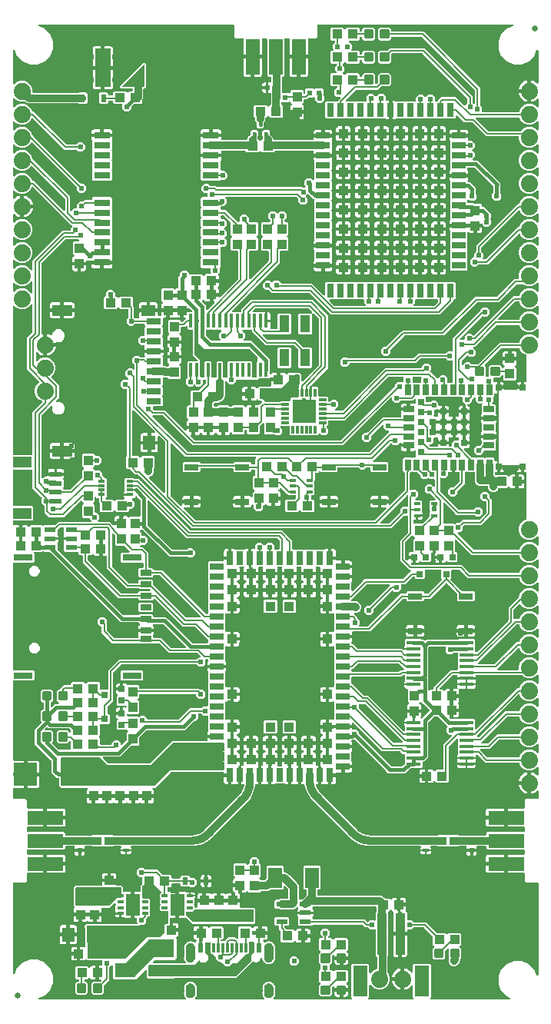
<source format=gbr>
G04 EAGLE Gerber RS-274X export*
G75*
%MOMM*%
%FSLAX34Y34*%
%LPD*%
%INTop Copper*%
%IPPOS*%
%AMOC8*
5,1,8,0,0,1.08239X$1,22.5*%
G01*
%ADD10R,0.300000X1.000000*%
%ADD11R,0.600000X1.000000*%
%ADD12C,0.660000*%
%ADD13R,1.100000X1.000000*%
%ADD14R,0.650000X0.300000*%
%ADD15R,1.600000X2.350000*%
%ADD16R,1.000000X1.100000*%
%ADD17R,1.524000X0.762000*%
%ADD18R,2.800000X1.000000*%
%ADD19R,1.400000X1.600000*%
%ADD20C,0.300000*%
%ADD21R,2.000000X1.200000*%
%ADD22R,1.350000X0.600000*%
%ADD23R,1.200000X0.550000*%
%ADD24R,1.000000X4.600000*%
%ADD25R,1.600000X3.400000*%
%ADD26C,1.879600*%
%ADD27R,1.200000X0.600000*%
%ADD28R,0.660400X0.355600*%
%ADD29R,0.850000X0.900000*%
%ADD30R,0.800000X0.300000*%
%ADD31R,0.700000X0.700000*%
%ADD32R,0.700000X0.420000*%
%ADD33R,1.520000X2.210000*%
%ADD34R,1.500000X0.450000*%
%ADD35R,1.500000X0.800000*%
%ADD36R,0.800000X1.500000*%
%ADD37R,1.100000X1.100000*%
%ADD38R,0.660000X0.300000*%
%ADD39R,0.850000X0.300000*%
%ADD40R,0.300000X0.850000*%
%ADD41R,2.550000X2.550000*%
%ADD42R,0.350000X1.500000*%
%ADD43R,0.630000X0.830000*%
%ADD44R,1.700000X4.200000*%
%ADD45R,1.000000X1.000000*%
%ADD46C,0.635000*%
%ADD47R,2.560397X2.499994*%
%ADD48R,1.500000X4.000000*%
%ADD49R,4.000000X1.500000*%
%ADD50R,1.100000X1.900000*%
%ADD51R,0.700000X1.150000*%
%ADD52R,1.150000X0.700000*%
%ADD53R,1.600000X0.700000*%
%ADD54R,2.200000X1.200000*%
%ADD55R,1.600000X1.200000*%
%ADD56R,1.800000X0.800000*%
%ADD57R,0.600000X0.600000*%
%ADD58R,2.210000X1.520000*%
%ADD59R,0.410000X0.330000*%
%ADD60R,2.100000X0.700000*%
%ADD61R,1.230000X0.650000*%
%ADD62C,0.203200*%
%ADD63C,0.609600*%
%ADD64C,0.812800*%
%ADD65C,0.406400*%
%ADD66C,0.355600*%
%ADD67C,0.152400*%
%ADD68C,0.254000*%

G36*
X376564Y452698D02*
X376564Y452698D01*
X376677Y452696D01*
X376706Y452703D01*
X376735Y452704D01*
X376843Y452739D01*
X376952Y452767D01*
X376978Y452782D01*
X377006Y452791D01*
X377069Y452837D01*
X377197Y452913D01*
X377240Y452958D01*
X377279Y452986D01*
X388068Y463775D01*
X390002Y465710D01*
X431852Y465710D01*
X431938Y465722D01*
X432026Y465725D01*
X432079Y465742D01*
X432133Y465750D01*
X432213Y465785D01*
X432296Y465812D01*
X432336Y465840D01*
X432393Y465866D01*
X432506Y465962D01*
X432570Y466007D01*
X440825Y474262D01*
X440842Y474286D01*
X440865Y474305D01*
X440928Y474399D01*
X440996Y474489D01*
X441006Y474517D01*
X441022Y474541D01*
X441057Y474649D01*
X441097Y474755D01*
X441099Y474784D01*
X441108Y474812D01*
X441111Y474926D01*
X441120Y475038D01*
X441115Y475067D01*
X441115Y475096D01*
X441087Y475206D01*
X441065Y475317D01*
X441051Y475343D01*
X441044Y475371D01*
X440986Y475469D01*
X440934Y475569D01*
X440913Y475591D01*
X440898Y475616D01*
X440816Y475693D01*
X440738Y475775D01*
X440712Y475790D01*
X440691Y475810D01*
X440590Y475862D01*
X440493Y475919D01*
X440464Y475926D01*
X440438Y475940D01*
X440361Y475953D01*
X440217Y475989D01*
X440155Y475987D01*
X440107Y475995D01*
X439532Y475995D01*
X437598Y477930D01*
X429005Y486522D01*
X429005Y508523D01*
X430940Y510457D01*
X437661Y517178D01*
X437713Y517248D01*
X437773Y517312D01*
X437799Y517361D01*
X437832Y517405D01*
X437863Y517487D01*
X437903Y517565D01*
X437911Y517613D01*
X437933Y517671D01*
X437945Y517819D01*
X437958Y517896D01*
X437958Y534412D01*
X437954Y534441D01*
X437957Y534471D01*
X437934Y534582D01*
X437918Y534694D01*
X437906Y534721D01*
X437901Y534749D01*
X437848Y534850D01*
X437802Y534953D01*
X437783Y534976D01*
X437770Y535002D01*
X437692Y535084D01*
X437619Y535170D01*
X437594Y535186D01*
X437574Y535208D01*
X437476Y535265D01*
X437382Y535328D01*
X437354Y535337D01*
X437328Y535351D01*
X437219Y535379D01*
X437111Y535414D01*
X437081Y535414D01*
X437053Y535422D01*
X436940Y535418D01*
X436827Y535421D01*
X436798Y535413D01*
X436769Y535412D01*
X436661Y535378D01*
X436552Y535349D01*
X436530Y535336D01*
X433664Y535336D01*
X433578Y535324D01*
X433490Y535321D01*
X433437Y535304D01*
X433383Y535296D01*
X433303Y535261D01*
X433220Y535234D01*
X433180Y535206D01*
X433123Y535180D01*
X433010Y535084D01*
X432946Y535039D01*
X419623Y521715D01*
X199892Y521715D01*
X197958Y523650D01*
X140830Y580778D01*
X140760Y580830D01*
X140696Y580890D01*
X140647Y580915D01*
X140603Y580949D01*
X140521Y580980D01*
X140443Y581020D01*
X140396Y581028D01*
X140337Y581050D01*
X140189Y581062D01*
X140112Y581075D01*
X137349Y581075D01*
X133515Y584909D01*
X131362Y587062D01*
X131292Y587114D01*
X131228Y587174D01*
X131179Y587200D01*
X131135Y587233D01*
X131053Y587264D01*
X130975Y587304D01*
X130927Y587312D01*
X130869Y587334D01*
X130721Y587346D01*
X130644Y587359D01*
X128046Y587359D01*
X126874Y588531D01*
X126874Y600189D01*
X128108Y601422D01*
X128160Y601492D01*
X128220Y601556D01*
X128246Y601605D01*
X128279Y601650D01*
X128310Y601731D01*
X128350Y601809D01*
X128358Y601857D01*
X128380Y601915D01*
X128392Y602063D01*
X128405Y602140D01*
X128405Y674307D01*
X128393Y674393D01*
X128390Y674481D01*
X128373Y674534D01*
X128365Y674588D01*
X128330Y674668D01*
X128303Y674751D01*
X128275Y674791D01*
X128249Y674848D01*
X128153Y674961D01*
X128108Y675025D01*
X127759Y675374D01*
X127689Y675426D01*
X127625Y675486D01*
X127576Y675512D01*
X127532Y675545D01*
X127450Y675576D01*
X127372Y675616D01*
X127324Y675624D01*
X127266Y675646D01*
X127118Y675658D01*
X127041Y675671D01*
X124274Y675671D01*
X121316Y678629D01*
X121316Y682811D01*
X124274Y685769D01*
X128870Y685769D01*
X128899Y685773D01*
X128929Y685770D01*
X129040Y685793D01*
X129152Y685809D01*
X129178Y685821D01*
X129207Y685826D01*
X129308Y685878D01*
X129411Y685925D01*
X129434Y685944D01*
X129460Y685957D01*
X129542Y686035D01*
X129628Y686108D01*
X129644Y686133D01*
X129666Y686153D01*
X129723Y686251D01*
X129786Y686345D01*
X129795Y686373D01*
X129809Y686398D01*
X129837Y686507D01*
X129872Y686616D01*
X129872Y686646D01*
X129880Y686674D01*
X129876Y686787D01*
X129879Y686900D01*
X129871Y686929D01*
X129870Y686958D01*
X129836Y687066D01*
X129807Y687175D01*
X129792Y687201D01*
X129783Y687229D01*
X129737Y687292D01*
X129662Y687420D01*
X129616Y687463D01*
X129588Y687502D01*
X126396Y690694D01*
X126396Y694876D01*
X129354Y697834D01*
X133536Y697834D01*
X134537Y696833D01*
X134561Y696815D01*
X134580Y696793D01*
X134674Y696730D01*
X134764Y696662D01*
X134792Y696652D01*
X134816Y696635D01*
X134924Y696601D01*
X135030Y696561D01*
X135059Y696558D01*
X135087Y696549D01*
X135201Y696547D01*
X135313Y696537D01*
X135342Y696543D01*
X135371Y696542D01*
X135481Y696571D01*
X135592Y696593D01*
X135618Y696607D01*
X135646Y696614D01*
X135744Y696672D01*
X135844Y696724D01*
X135866Y696744D01*
X135891Y696759D01*
X135968Y696842D01*
X136050Y696920D01*
X136065Y696945D01*
X136085Y696967D01*
X136137Y697067D01*
X136194Y697165D01*
X136201Y697194D01*
X136215Y697220D01*
X136228Y697297D01*
X136264Y697441D01*
X136262Y697503D01*
X136270Y697551D01*
X136270Y701989D01*
X136258Y702076D01*
X136255Y702163D01*
X136238Y702216D01*
X136230Y702271D01*
X136195Y702351D01*
X136168Y702434D01*
X136140Y702473D01*
X136114Y702530D01*
X136018Y702643D01*
X135973Y702707D01*
X134016Y704664D01*
X134016Y708846D01*
X136974Y711804D01*
X141156Y711804D01*
X142478Y710482D01*
X142548Y710430D01*
X142612Y710370D01*
X142661Y710344D01*
X142705Y710311D01*
X142787Y710280D01*
X142865Y710240D01*
X142912Y710232D01*
X142971Y710210D01*
X143118Y710198D01*
X143196Y710185D01*
X147006Y710185D01*
X147035Y710189D01*
X147065Y710186D01*
X147176Y710209D01*
X147288Y710225D01*
X147314Y710237D01*
X147343Y710242D01*
X147444Y710295D01*
X147547Y710341D01*
X147569Y710360D01*
X147596Y710373D01*
X147678Y710451D01*
X147764Y710524D01*
X147780Y710549D01*
X147802Y710569D01*
X147859Y710667D01*
X147922Y710761D01*
X147931Y710789D01*
X147945Y710814D01*
X147973Y710924D01*
X148007Y711032D01*
X148008Y711061D01*
X148015Y711090D01*
X148012Y711203D01*
X148015Y711316D01*
X148007Y711345D01*
X148006Y711374D01*
X147971Y711482D01*
X147943Y711591D01*
X147928Y711617D01*
X147919Y711645D01*
X147873Y711709D01*
X147798Y711836D01*
X147752Y711879D01*
X147724Y711918D01*
X147672Y711970D01*
X147337Y712549D01*
X147164Y713196D01*
X147164Y715281D01*
X156971Y715281D01*
X157029Y715289D01*
X157087Y715287D01*
X157169Y715309D01*
X157252Y715321D01*
X157306Y715344D01*
X157362Y715359D01*
X157435Y715402D01*
X157512Y715437D01*
X157556Y715475D01*
X157607Y715504D01*
X157664Y715566D01*
X157708Y715603D01*
X157709Y715602D01*
X157764Y715538D01*
X157812Y715506D01*
X157855Y715466D01*
X157930Y715427D01*
X158000Y715380D01*
X158056Y715363D01*
X158108Y715336D01*
X158176Y715325D01*
X158271Y715295D01*
X158371Y715292D01*
X158439Y715281D01*
X168246Y715281D01*
X168246Y713196D01*
X168073Y712549D01*
X167738Y711970D01*
X167634Y711866D01*
X167599Y711819D01*
X167557Y711779D01*
X167514Y711706D01*
X167463Y711639D01*
X167442Y711584D01*
X167413Y711534D01*
X167392Y711452D01*
X167362Y711373D01*
X167357Y711315D01*
X167343Y711258D01*
X167345Y711174D01*
X167338Y711090D01*
X167350Y711033D01*
X167352Y710974D01*
X167378Y710894D01*
X167394Y710811D01*
X167421Y710759D01*
X167439Y710704D01*
X167479Y710648D01*
X167525Y710559D01*
X167594Y710486D01*
X167634Y710430D01*
X167706Y710359D01*
X167706Y701743D01*
X167714Y701685D01*
X167712Y701627D01*
X167734Y701545D01*
X167746Y701461D01*
X167769Y701408D01*
X167784Y701352D01*
X167827Y701279D01*
X167862Y701202D01*
X167900Y701157D01*
X167929Y701107D01*
X167991Y701049D01*
X168045Y700985D01*
X168094Y700953D01*
X168137Y700913D01*
X168212Y700874D01*
X168282Y700827D01*
X168338Y700810D01*
X168390Y700783D01*
X168458Y700772D01*
X168553Y700742D01*
X168653Y700739D01*
X168721Y700728D01*
X170512Y700728D01*
X172301Y699987D01*
X172303Y699986D01*
X172304Y699986D01*
X172436Y699952D01*
X172576Y699916D01*
X172578Y699916D01*
X172579Y699915D01*
X172720Y699920D01*
X172860Y699924D01*
X172862Y699924D01*
X172864Y699925D01*
X172999Y699968D01*
X173131Y700011D01*
X173133Y700011D01*
X173134Y700012D01*
X173147Y700021D01*
X173367Y700169D01*
X173387Y700192D01*
X173407Y700207D01*
X174555Y701354D01*
X174584Y701393D01*
X174620Y701426D01*
X174669Y701506D01*
X174725Y701581D01*
X174743Y701627D01*
X174768Y701668D01*
X174793Y701759D01*
X174827Y701847D01*
X174831Y701895D01*
X174844Y701942D01*
X174842Y702037D01*
X174850Y702130D01*
X174841Y702178D01*
X174840Y702227D01*
X174813Y702317D01*
X174794Y702409D01*
X174772Y702452D01*
X174758Y702499D01*
X174707Y702578D01*
X174663Y702661D01*
X174630Y702697D01*
X174603Y702738D01*
X174546Y702785D01*
X174468Y702867D01*
X174393Y702911D01*
X174344Y702951D01*
X173780Y703277D01*
X173307Y703750D01*
X172972Y704329D01*
X172799Y704976D01*
X172799Y708779D01*
X179324Y708779D01*
X179382Y708787D01*
X179440Y708785D01*
X179522Y708807D01*
X179605Y708819D01*
X179659Y708843D01*
X179715Y708857D01*
X179788Y708900D01*
X179865Y708935D01*
X179909Y708973D01*
X179960Y709003D01*
X180017Y709064D01*
X180082Y709119D01*
X180114Y709167D01*
X180154Y709210D01*
X180193Y709285D01*
X180239Y709355D01*
X180257Y709411D01*
X180284Y709463D01*
X180295Y709531D01*
X180325Y709626D01*
X180328Y709726D01*
X180339Y709794D01*
X180339Y710811D01*
X180341Y710811D01*
X180341Y709794D01*
X180349Y709736D01*
X180348Y709678D01*
X180369Y709596D01*
X180381Y709513D01*
X180405Y709459D01*
X180419Y709403D01*
X180462Y709330D01*
X180497Y709253D01*
X180535Y709208D01*
X180565Y709158D01*
X180626Y709100D01*
X180681Y709036D01*
X180729Y709004D01*
X180772Y708964D01*
X180847Y708925D01*
X180917Y708879D01*
X180973Y708861D01*
X181025Y708834D01*
X181093Y708823D01*
X181188Y708793D01*
X181288Y708790D01*
X181356Y708779D01*
X187881Y708779D01*
X187881Y704976D01*
X187708Y704329D01*
X187373Y703750D01*
X186900Y703277D01*
X186336Y702951D01*
X186297Y702921D01*
X186254Y702899D01*
X186186Y702834D01*
X186112Y702776D01*
X186083Y702736D01*
X186048Y702703D01*
X186000Y702622D01*
X185945Y702546D01*
X185929Y702500D01*
X185904Y702458D01*
X185881Y702367D01*
X185849Y702278D01*
X185846Y702229D01*
X185834Y702182D01*
X185837Y702088D01*
X185831Y701994D01*
X185842Y701947D01*
X185843Y701898D01*
X185872Y701809D01*
X185892Y701717D01*
X185916Y701674D01*
X185931Y701627D01*
X185974Y701567D01*
X186028Y701467D01*
X186089Y701405D01*
X186125Y701354D01*
X187341Y700139D01*
X187341Y687481D01*
X186169Y686309D01*
X174511Y686309D01*
X173151Y687670D01*
X173081Y687722D01*
X173017Y687782D01*
X172968Y687808D01*
X172923Y687841D01*
X172842Y687872D01*
X172764Y687912D01*
X172716Y687920D01*
X172658Y687942D01*
X172510Y687954D01*
X172433Y687967D01*
X169263Y687967D01*
X169110Y688031D01*
X168998Y688059D01*
X168889Y688094D01*
X168861Y688095D01*
X168834Y688102D01*
X168719Y688098D01*
X168605Y688101D01*
X168578Y688094D01*
X168550Y688094D01*
X168440Y688059D01*
X168330Y688030D01*
X168306Y688015D01*
X168279Y688007D01*
X168184Y687943D01*
X168085Y687884D01*
X168066Y687864D01*
X168043Y687849D01*
X167969Y687761D01*
X167891Y687677D01*
X167878Y687652D01*
X167860Y687631D01*
X167814Y687526D01*
X167761Y687424D01*
X167757Y687399D01*
X167745Y687371D01*
X167724Y687223D01*
X167720Y687209D01*
X167719Y687187D01*
X167708Y687107D01*
X167706Y687093D01*
X167706Y679701D01*
X167252Y679248D01*
X167217Y679201D01*
X167175Y679161D01*
X167132Y679088D01*
X167081Y679021D01*
X167061Y678966D01*
X167031Y678916D01*
X167010Y678834D01*
X166980Y678755D01*
X166975Y678697D01*
X166961Y678640D01*
X166964Y678556D01*
X166957Y678472D01*
X166968Y678414D01*
X166970Y678356D01*
X166996Y678276D01*
X167013Y678193D01*
X167040Y678141D01*
X167057Y678085D01*
X167097Y678029D01*
X167144Y677941D01*
X167212Y677868D01*
X167252Y677812D01*
X167706Y677359D01*
X167706Y668701D01*
X167252Y668248D01*
X167217Y668201D01*
X167175Y668161D01*
X167132Y668088D01*
X167081Y668021D01*
X167061Y667966D01*
X167031Y667916D01*
X167010Y667834D01*
X166980Y667755D01*
X166975Y667697D01*
X166961Y667640D01*
X166964Y667556D01*
X166957Y667472D01*
X166968Y667414D01*
X166970Y667356D01*
X166996Y667276D01*
X167013Y667193D01*
X167040Y667141D01*
X167057Y667085D01*
X167097Y667029D01*
X167144Y666941D01*
X167212Y666868D01*
X167252Y666812D01*
X167706Y666359D01*
X167706Y657701D01*
X166534Y656529D01*
X158178Y656529D01*
X158121Y656521D01*
X158062Y656523D01*
X157981Y656501D01*
X157897Y656489D01*
X157844Y656466D01*
X157787Y656451D01*
X157715Y656408D01*
X157638Y656373D01*
X157593Y656335D01*
X157543Y656306D01*
X157485Y656244D01*
X157421Y656190D01*
X157388Y656141D01*
X157348Y656098D01*
X157310Y656023D01*
X157263Y655953D01*
X157245Y655897D01*
X157219Y655845D01*
X157207Y655777D01*
X157177Y655682D01*
X157175Y655582D01*
X157163Y655514D01*
X157163Y652751D01*
X157171Y652693D01*
X157170Y652635D01*
X157191Y652553D01*
X157203Y652470D01*
X157227Y652416D01*
X157242Y652360D01*
X157285Y652287D01*
X157319Y652210D01*
X157357Y652166D01*
X157387Y652115D01*
X157449Y652058D01*
X157503Y651993D01*
X157552Y651961D01*
X157594Y651921D01*
X157669Y651883D01*
X157740Y651836D01*
X157795Y651818D01*
X157847Y651792D01*
X157915Y651780D01*
X158011Y651750D01*
X158110Y651747D01*
X158178Y651736D01*
X169782Y651736D01*
X171717Y649802D01*
X192021Y629497D01*
X192045Y629479D01*
X192064Y629457D01*
X192158Y629394D01*
X192248Y629326D01*
X192276Y629316D01*
X192300Y629299D01*
X192408Y629265D01*
X192514Y629225D01*
X192543Y629222D01*
X192571Y629214D01*
X192685Y629211D01*
X192797Y629201D01*
X192826Y629207D01*
X192855Y629206D01*
X192965Y629235D01*
X193076Y629257D01*
X193102Y629271D01*
X193130Y629278D01*
X193228Y629336D01*
X193328Y629388D01*
X193350Y629408D01*
X193375Y629423D01*
X193452Y629506D01*
X193534Y629584D01*
X193549Y629609D01*
X193569Y629631D01*
X193621Y629732D01*
X193678Y629829D01*
X193685Y629858D01*
X193699Y629884D01*
X193712Y629961D01*
X193748Y630105D01*
X193746Y630167D01*
X193754Y630215D01*
X193754Y630819D01*
X199264Y630819D01*
X199264Y624809D01*
X199160Y624809D01*
X199131Y624805D01*
X199102Y624808D01*
X198991Y624785D01*
X198878Y624769D01*
X198852Y624757D01*
X198823Y624752D01*
X198722Y624700D01*
X198619Y624653D01*
X198597Y624634D01*
X198571Y624621D01*
X198489Y624543D01*
X198402Y624470D01*
X198386Y624445D01*
X198364Y624425D01*
X198307Y624327D01*
X198244Y624233D01*
X198236Y624205D01*
X198221Y624180D01*
X198193Y624070D01*
X198159Y623962D01*
X198158Y623932D01*
X198151Y623904D01*
X198154Y623791D01*
X198151Y623678D01*
X198159Y623649D01*
X198160Y623620D01*
X198195Y623512D01*
X198223Y623403D01*
X198238Y623377D01*
X198247Y623349D01*
X198293Y623286D01*
X198368Y623158D01*
X198414Y623115D01*
X198442Y623076D01*
X202476Y619042D01*
X202546Y618990D01*
X202610Y618930D01*
X202659Y618904D01*
X202703Y618871D01*
X202785Y618840D01*
X202863Y618800D01*
X202910Y618792D01*
X202969Y618770D01*
X203117Y618758D01*
X203194Y618745D01*
X363547Y618745D01*
X363633Y618757D01*
X363721Y618760D01*
X363774Y618777D01*
X363828Y618785D01*
X363908Y618820D01*
X363991Y618847D01*
X364031Y618875D01*
X364088Y618901D01*
X364201Y618997D01*
X364265Y619042D01*
X423279Y678056D01*
X423331Y678126D01*
X423391Y678190D01*
X423417Y678239D01*
X423450Y678283D01*
X423481Y678365D01*
X423521Y678443D01*
X423529Y678491D01*
X423551Y678549D01*
X423563Y678697D01*
X423576Y678774D01*
X423576Y680271D01*
X426534Y683229D01*
X430716Y683229D01*
X431051Y682894D01*
X431074Y682877D01*
X431093Y682854D01*
X431187Y682792D01*
X431278Y682723D01*
X431305Y682713D01*
X431330Y682697D01*
X431438Y682663D01*
X431543Y682622D01*
X431573Y682620D01*
X431601Y682611D01*
X431714Y682608D01*
X431827Y682599D01*
X431855Y682604D01*
X431885Y682604D01*
X431994Y682632D01*
X432106Y682655D01*
X432132Y682668D01*
X432160Y682675D01*
X432257Y682733D01*
X432358Y682786D01*
X432379Y682806D01*
X432404Y682821D01*
X432482Y682903D01*
X432564Y682981D01*
X432579Y683007D01*
X432599Y683028D01*
X432650Y683129D01*
X432708Y683227D01*
X432715Y683255D01*
X432728Y683281D01*
X432741Y683359D01*
X432778Y683502D01*
X432776Y683565D01*
X432784Y683612D01*
X432784Y686939D01*
X432832Y686987D01*
X432850Y687011D01*
X432872Y687030D01*
X432935Y687124D01*
X433003Y687214D01*
X433013Y687242D01*
X433030Y687266D01*
X433064Y687374D01*
X433104Y687480D01*
X433107Y687509D01*
X433116Y687537D01*
X433118Y687650D01*
X433128Y687763D01*
X433122Y687792D01*
X433123Y687821D01*
X433094Y687931D01*
X433072Y688042D01*
X433058Y688068D01*
X433051Y688096D01*
X432993Y688194D01*
X432941Y688294D01*
X432921Y688316D01*
X432906Y688341D01*
X432823Y688418D01*
X432745Y688500D01*
X432720Y688515D01*
X432698Y688535D01*
X432598Y688587D01*
X432500Y688644D01*
X432471Y688651D01*
X432445Y688665D01*
X432368Y688678D01*
X432224Y688714D01*
X432162Y688712D01*
X432114Y688720D01*
X416928Y688720D01*
X416842Y688708D01*
X416754Y688705D01*
X416701Y688688D01*
X416647Y688680D01*
X416567Y688645D01*
X416484Y688618D01*
X416444Y688590D01*
X416387Y688564D01*
X416274Y688468D01*
X416210Y688423D01*
X368368Y640580D01*
X350981Y640580D01*
X350923Y640572D01*
X350865Y640574D01*
X350783Y640552D01*
X350699Y640540D01*
X350646Y640517D01*
X350590Y640502D01*
X350517Y640459D01*
X350440Y640424D01*
X350395Y640386D01*
X350345Y640357D01*
X350287Y640295D01*
X350223Y640241D01*
X350191Y640192D01*
X350151Y640149D01*
X350112Y640074D01*
X350065Y640004D01*
X350048Y639948D01*
X350021Y639896D01*
X350010Y639828D01*
X349980Y639733D01*
X349977Y639633D01*
X349966Y639565D01*
X349966Y636046D01*
X348792Y634872D01*
X348778Y634870D01*
X348748Y634873D01*
X348637Y634850D01*
X348525Y634834D01*
X348499Y634822D01*
X348470Y634817D01*
X348369Y634764D01*
X348266Y634718D01*
X348243Y634699D01*
X348217Y634686D01*
X348135Y634608D01*
X348049Y634535D01*
X348033Y634510D01*
X348011Y634490D01*
X347954Y634392D01*
X347891Y634298D01*
X347882Y634270D01*
X347868Y634245D01*
X347840Y634135D01*
X347805Y634027D01*
X347805Y633997D01*
X347797Y633969D01*
X347801Y633856D01*
X347798Y633743D01*
X347806Y633714D01*
X347807Y633685D01*
X347841Y633577D01*
X347870Y633468D01*
X347885Y633442D01*
X347894Y633414D01*
X347940Y633351D01*
X348015Y633223D01*
X348061Y633180D01*
X348089Y633141D01*
X349854Y631376D01*
X349854Y627194D01*
X346896Y624236D01*
X342714Y624236D01*
X340949Y626001D01*
X340925Y626019D01*
X340906Y626041D01*
X340812Y626104D01*
X340722Y626172D01*
X340694Y626182D01*
X340670Y626199D01*
X340562Y626233D01*
X340456Y626273D01*
X340427Y626276D01*
X340399Y626285D01*
X340285Y626287D01*
X340173Y626297D01*
X340144Y626291D01*
X340115Y626292D01*
X340005Y626263D01*
X339894Y626241D01*
X339868Y626227D01*
X339840Y626220D01*
X339742Y626162D01*
X339642Y626110D01*
X339620Y626090D01*
X339595Y626075D01*
X339518Y625992D01*
X339436Y625914D01*
X339421Y625889D01*
X339401Y625867D01*
X339349Y625767D01*
X339292Y625669D01*
X339285Y625640D01*
X339271Y625614D01*
X339258Y625537D01*
X339222Y625393D01*
X339224Y625331D01*
X339218Y625299D01*
X338044Y624124D01*
X308386Y624124D01*
X307214Y625296D01*
X307214Y633859D01*
X307206Y633917D01*
X307208Y633975D01*
X307186Y634057D01*
X307174Y634141D01*
X307151Y634194D01*
X307136Y634250D01*
X307093Y634323D01*
X307058Y634400D01*
X307020Y634445D01*
X306991Y634495D01*
X306929Y634553D01*
X306875Y634617D01*
X306826Y634649D01*
X306783Y634689D01*
X306708Y634728D01*
X306638Y634775D01*
X306582Y634792D01*
X306530Y634819D01*
X306462Y634830D01*
X306367Y634860D01*
X306267Y634863D01*
X306199Y634874D01*
X298007Y634874D01*
X297978Y634870D01*
X297948Y634873D01*
X297837Y634850D01*
X297725Y634834D01*
X297699Y634822D01*
X297670Y634817D01*
X297569Y634764D01*
X297466Y634718D01*
X297443Y634699D01*
X297417Y634686D01*
X297335Y634608D01*
X297249Y634535D01*
X297233Y634510D01*
X297211Y634490D01*
X297154Y634392D01*
X297091Y634298D01*
X297082Y634270D01*
X297068Y634245D01*
X297040Y634135D01*
X297005Y634027D01*
X297005Y633997D01*
X296997Y633969D01*
X297001Y633856D01*
X296998Y633743D01*
X297006Y633714D01*
X297007Y633685D01*
X297041Y633577D01*
X297070Y633468D01*
X297085Y633442D01*
X297094Y633414D01*
X297140Y633351D01*
X297215Y633223D01*
X297261Y633180D01*
X297289Y633141D01*
X299054Y631376D01*
X299054Y627194D01*
X296096Y624236D01*
X291914Y624236D01*
X291098Y625052D01*
X291028Y625104D01*
X290964Y625164D01*
X290915Y625190D01*
X290871Y625223D01*
X290789Y625254D01*
X290711Y625294D01*
X290664Y625302D01*
X290605Y625324D01*
X290458Y625336D01*
X290380Y625349D01*
X280556Y625349D01*
X279384Y626521D01*
X279384Y636591D01*
X279380Y636620D01*
X279383Y636649D01*
X279360Y636760D01*
X279344Y636872D01*
X279332Y636899D01*
X279327Y636928D01*
X279274Y637029D01*
X279228Y637132D01*
X279209Y637154D01*
X279196Y637180D01*
X279118Y637262D01*
X279045Y637349D01*
X279020Y637365D01*
X279000Y637386D01*
X278902Y637444D01*
X278808Y637506D01*
X278780Y637515D01*
X278755Y637530D01*
X278645Y637558D01*
X278537Y637592D01*
X278507Y637593D01*
X278479Y637600D01*
X278366Y637597D01*
X278253Y637599D01*
X278224Y637592D01*
X278195Y637591D01*
X278087Y637556D01*
X277978Y637528D01*
X277952Y637513D01*
X277924Y637504D01*
X277860Y637458D01*
X277733Y637382D01*
X277690Y637337D01*
X277651Y637309D01*
X277085Y636743D01*
X274633Y634291D01*
X274581Y634221D01*
X274521Y634157D01*
X274495Y634108D01*
X274462Y634064D01*
X274431Y633982D01*
X274391Y633904D01*
X274383Y633856D01*
X274361Y633798D01*
X274349Y633650D01*
X274336Y633573D01*
X274336Y626521D01*
X273164Y625349D01*
X261506Y625349D01*
X260334Y626521D01*
X260334Y629040D01*
X260326Y629098D01*
X260328Y629156D01*
X260306Y629238D01*
X260294Y629322D01*
X260271Y629375D01*
X260256Y629431D01*
X260213Y629504D01*
X260178Y629581D01*
X260140Y629626D01*
X260111Y629676D01*
X260049Y629734D01*
X259995Y629798D01*
X259946Y629830D01*
X259903Y629870D01*
X259828Y629909D01*
X259758Y629956D01*
X259702Y629973D01*
X259650Y630000D01*
X259582Y630011D01*
X259487Y630041D01*
X259387Y630044D01*
X259319Y630055D01*
X258841Y630055D01*
X258783Y630047D01*
X258725Y630049D01*
X258643Y630027D01*
X258559Y630015D01*
X258506Y629992D01*
X258450Y629977D01*
X258377Y629934D01*
X258300Y629899D01*
X258255Y629861D01*
X258205Y629832D01*
X258147Y629770D01*
X258083Y629716D01*
X258051Y629667D01*
X258011Y629624D01*
X257972Y629549D01*
X257925Y629479D01*
X257908Y629423D01*
X257881Y629371D01*
X257870Y629303D01*
X257840Y629208D01*
X257837Y629108D01*
X257826Y629040D01*
X257826Y626521D01*
X256654Y625349D01*
X244996Y625349D01*
X243824Y626521D01*
X243824Y626651D01*
X243823Y626660D01*
X243824Y626670D01*
X243803Y626801D01*
X243784Y626932D01*
X243780Y626941D01*
X243779Y626951D01*
X243722Y627071D01*
X243668Y627192D01*
X243662Y627199D01*
X243658Y627208D01*
X243570Y627307D01*
X243485Y627409D01*
X243476Y627414D01*
X243470Y627421D01*
X243359Y627492D01*
X243248Y627566D01*
X243238Y627569D01*
X243230Y627574D01*
X243104Y627612D01*
X242977Y627652D01*
X242967Y627652D01*
X242958Y627655D01*
X242825Y627656D01*
X242693Y627659D01*
X242683Y627657D01*
X242673Y627657D01*
X242545Y627621D01*
X242418Y627587D01*
X242409Y627582D01*
X242400Y627580D01*
X242287Y627510D01*
X242173Y627442D01*
X242166Y627435D01*
X242158Y627430D01*
X242069Y627331D01*
X241979Y627235D01*
X241974Y627226D01*
X241968Y627219D01*
X241944Y627167D01*
X241849Y626982D01*
X241843Y626946D01*
X241828Y626913D01*
X241683Y626369D01*
X241348Y625790D01*
X240875Y625317D01*
X240296Y624982D01*
X239649Y624809D01*
X236346Y624809D01*
X236346Y631834D01*
X236338Y631892D01*
X236339Y631950D01*
X236318Y632032D01*
X236306Y632115D01*
X236282Y632169D01*
X236268Y632225D01*
X236225Y632298D01*
X236190Y632375D01*
X236152Y632419D01*
X236122Y632470D01*
X236061Y632527D01*
X236006Y632592D01*
X235958Y632624D01*
X235915Y632664D01*
X235840Y632703D01*
X235770Y632749D01*
X235714Y632767D01*
X235662Y632794D01*
X235594Y632805D01*
X235499Y632835D01*
X235399Y632838D01*
X235331Y632849D01*
X234314Y632849D01*
X234314Y633866D01*
X234306Y633924D01*
X234307Y633982D01*
X234286Y634064D01*
X234274Y634147D01*
X234250Y634201D01*
X234236Y634257D01*
X234193Y634330D01*
X234158Y634407D01*
X234120Y634451D01*
X234090Y634502D01*
X234029Y634559D01*
X233974Y634624D01*
X233926Y634656D01*
X233883Y634696D01*
X233808Y634735D01*
X233738Y634781D01*
X233682Y634799D01*
X233630Y634826D01*
X233562Y634837D01*
X233467Y634867D01*
X233367Y634870D01*
X233299Y634881D01*
X218821Y634881D01*
X218763Y634873D01*
X218705Y634874D01*
X218623Y634853D01*
X218540Y634841D01*
X218486Y634817D01*
X218430Y634803D01*
X218357Y634760D01*
X218280Y634725D01*
X218236Y634687D01*
X218185Y634657D01*
X218128Y634596D01*
X218063Y634541D01*
X218031Y634493D01*
X217991Y634450D01*
X217952Y634375D01*
X217906Y634305D01*
X217888Y634249D01*
X217861Y634197D01*
X217850Y634129D01*
X217820Y634034D01*
X217817Y633934D01*
X217806Y633866D01*
X217806Y632849D01*
X217804Y632849D01*
X217804Y633866D01*
X217796Y633924D01*
X217797Y633982D01*
X217776Y634064D01*
X217764Y634147D01*
X217740Y634201D01*
X217726Y634257D01*
X217683Y634330D01*
X217648Y634407D01*
X217610Y634451D01*
X217580Y634502D01*
X217519Y634559D01*
X217464Y634624D01*
X217416Y634656D01*
X217373Y634696D01*
X217298Y634735D01*
X217228Y634781D01*
X217172Y634799D01*
X217120Y634826D01*
X217052Y634837D01*
X216957Y634867D01*
X216857Y634870D01*
X216789Y634881D01*
X202311Y634881D01*
X202253Y634873D01*
X202195Y634874D01*
X202113Y634853D01*
X202030Y634841D01*
X201976Y634817D01*
X201920Y634803D01*
X201847Y634760D01*
X201770Y634725D01*
X201726Y634687D01*
X201675Y634657D01*
X201618Y634596D01*
X201553Y634541D01*
X201521Y634493D01*
X201481Y634450D01*
X201442Y634375D01*
X201396Y634305D01*
X201378Y634249D01*
X201351Y634197D01*
X201340Y634129D01*
X201310Y634034D01*
X201307Y633934D01*
X201296Y633866D01*
X201296Y632849D01*
X201294Y632849D01*
X201294Y633866D01*
X201286Y633924D01*
X201287Y633982D01*
X201266Y634064D01*
X201254Y634147D01*
X201230Y634201D01*
X201216Y634257D01*
X201173Y634330D01*
X201138Y634407D01*
X201100Y634451D01*
X201070Y634502D01*
X201009Y634559D01*
X200954Y634624D01*
X200906Y634656D01*
X200863Y634696D01*
X200788Y634735D01*
X200718Y634781D01*
X200662Y634799D01*
X200610Y634826D01*
X200542Y634837D01*
X200447Y634867D01*
X200347Y634870D01*
X200279Y634881D01*
X193754Y634881D01*
X193754Y638684D01*
X193927Y639331D01*
X194262Y639910D01*
X194735Y640383D01*
X195299Y640709D01*
X195338Y640739D01*
X195381Y640761D01*
X195449Y640826D01*
X195523Y640884D01*
X195552Y640924D01*
X195587Y640957D01*
X195635Y641038D01*
X195690Y641114D01*
X195706Y641160D01*
X195731Y641202D01*
X195754Y641293D01*
X195786Y641382D01*
X195789Y641431D01*
X195801Y641478D01*
X195798Y641572D01*
X195804Y641666D01*
X195793Y641713D01*
X195792Y641762D01*
X195763Y641851D01*
X195743Y641943D01*
X195719Y641986D01*
X195704Y642033D01*
X195661Y642093D01*
X195607Y642193D01*
X195546Y642255D01*
X195510Y642306D01*
X194294Y643521D01*
X194294Y656179D01*
X195466Y657351D01*
X197485Y657351D01*
X197543Y657359D01*
X197601Y657357D01*
X197683Y657379D01*
X197767Y657391D01*
X197820Y657414D01*
X197876Y657429D01*
X197949Y657472D01*
X198026Y657507D01*
X198071Y657545D01*
X198121Y657574D01*
X198179Y657636D01*
X198243Y657690D01*
X198275Y657739D01*
X198315Y657782D01*
X198354Y657857D01*
X198401Y657927D01*
X198418Y657983D01*
X198445Y658035D01*
X198456Y658103D01*
X198486Y658198D01*
X198489Y658298D01*
X198500Y658366D01*
X198500Y659995D01*
X198488Y660081D01*
X198485Y660169D01*
X198468Y660221D01*
X198460Y660276D01*
X198425Y660356D01*
X198398Y660439D01*
X198370Y660479D01*
X198344Y660536D01*
X198248Y660649D01*
X198203Y660713D01*
X197994Y660921D01*
X197994Y672579D01*
X199166Y673751D01*
X207253Y673751D01*
X207339Y673763D01*
X207427Y673766D01*
X207480Y673783D01*
X207534Y673791D01*
X207614Y673826D01*
X207697Y673853D01*
X207737Y673881D01*
X207794Y673907D01*
X207907Y674003D01*
X207971Y674048D01*
X214538Y680615D01*
X214590Y680685D01*
X214650Y680749D01*
X214676Y680798D01*
X214709Y680842D01*
X214740Y680924D01*
X214780Y681002D01*
X214788Y681050D01*
X214810Y681108D01*
X214822Y681256D01*
X214835Y681333D01*
X214835Y684784D01*
X214827Y684842D01*
X214829Y684900D01*
X214807Y684982D01*
X214795Y685066D01*
X214772Y685119D01*
X214757Y685175D01*
X214714Y685248D01*
X214679Y685325D01*
X214641Y685370D01*
X214612Y685420D01*
X214550Y685478D01*
X214496Y685542D01*
X214447Y685574D01*
X214404Y685614D01*
X214329Y685653D01*
X214259Y685700D01*
X214203Y685717D01*
X214151Y685744D01*
X214083Y685755D01*
X213988Y685785D01*
X213888Y685788D01*
X213820Y685799D01*
X213074Y685799D01*
X213016Y685791D01*
X212958Y685793D01*
X212876Y685771D01*
X212792Y685759D01*
X212739Y685736D01*
X212683Y685721D01*
X212610Y685678D01*
X212533Y685643D01*
X212488Y685605D01*
X212438Y685576D01*
X212380Y685514D01*
X212316Y685460D01*
X212284Y685411D01*
X212244Y685368D01*
X212205Y685293D01*
X212158Y685223D01*
X212141Y685167D01*
X212114Y685115D01*
X212103Y685047D01*
X212073Y684952D01*
X212070Y684852D01*
X212059Y684784D01*
X212059Y681169D01*
X209101Y678211D01*
X204919Y678211D01*
X203283Y679847D01*
X203236Y679882D01*
X203196Y679925D01*
X203123Y679967D01*
X203056Y680018D01*
X203001Y680039D01*
X202951Y680068D01*
X202869Y680089D01*
X202790Y680119D01*
X202732Y680124D01*
X202675Y680138D01*
X202591Y680136D01*
X202507Y680143D01*
X202449Y680131D01*
X202391Y680129D01*
X202311Y680103D01*
X202228Y680087D01*
X202176Y680060D01*
X202120Y680042D01*
X202064Y680002D01*
X201976Y679956D01*
X201903Y679887D01*
X201847Y679847D01*
X200211Y678211D01*
X196029Y678211D01*
X193071Y681169D01*
X193071Y685351D01*
X194450Y686730D01*
X194485Y686777D01*
X194528Y686817D01*
X194570Y686890D01*
X194621Y686957D01*
X194642Y687012D01*
X194671Y687062D01*
X194692Y687144D01*
X194722Y687223D01*
X194727Y687281D01*
X194741Y687338D01*
X194739Y687422D01*
X194746Y687506D01*
X194734Y687563D01*
X194732Y687622D01*
X194706Y687702D01*
X194690Y687785D01*
X194679Y687805D01*
X194679Y704594D01*
X195851Y705766D01*
X201032Y705766D01*
X201072Y705742D01*
X201139Y705691D01*
X201194Y705671D01*
X201244Y705641D01*
X201326Y705620D01*
X201405Y705590D01*
X201463Y705585D01*
X201520Y705571D01*
X201604Y705574D01*
X201688Y705567D01*
X201746Y705578D01*
X201804Y705580D01*
X201884Y705606D01*
X201967Y705623D01*
X202019Y705649D01*
X202075Y705668D01*
X202131Y705708D01*
X202219Y705754D01*
X202232Y705766D01*
X205130Y705766D01*
X205159Y705770D01*
X205188Y705767D01*
X205299Y705790D01*
X205412Y705806D01*
X205438Y705818D01*
X205467Y705823D01*
X205568Y705875D01*
X205671Y705922D01*
X205693Y705941D01*
X205719Y705954D01*
X205801Y706032D01*
X205888Y706105D01*
X205904Y706130D01*
X205926Y706150D01*
X205983Y706248D01*
X206046Y706342D01*
X206054Y706370D01*
X206069Y706395D01*
X206097Y706505D01*
X206131Y706613D01*
X206132Y706643D01*
X206139Y706671D01*
X206136Y706784D01*
X206139Y706897D01*
X206131Y706926D01*
X206130Y706955D01*
X206095Y707063D01*
X206067Y707172D01*
X206052Y707198D01*
X206043Y707226D01*
X205997Y707289D01*
X205922Y707417D01*
X205876Y707460D01*
X205848Y707499D01*
X200659Y712688D01*
X200659Y739749D01*
X200651Y739807D01*
X200653Y739865D01*
X200631Y739947D01*
X200619Y740031D01*
X200596Y740084D01*
X200581Y740140D01*
X200538Y740213D01*
X200503Y740290D01*
X200465Y740335D01*
X200436Y740385D01*
X200374Y740443D01*
X200320Y740507D01*
X200271Y740539D01*
X200228Y740579D01*
X200153Y740618D01*
X200083Y740665D01*
X200027Y740682D01*
X199975Y740709D01*
X199907Y740720D01*
X199812Y740750D01*
X199712Y740753D01*
X199644Y740764D01*
X195851Y740764D01*
X194679Y741936D01*
X194679Y743718D01*
X194675Y743747D01*
X194678Y743776D01*
X194655Y743887D01*
X194639Y743999D01*
X194627Y744026D01*
X194622Y744055D01*
X194569Y744155D01*
X194523Y744259D01*
X194504Y744281D01*
X194491Y744307D01*
X194413Y744389D01*
X194340Y744476D01*
X194315Y744492D01*
X194295Y744513D01*
X194197Y744570D01*
X194103Y744633D01*
X194075Y744642D01*
X194050Y744657D01*
X193940Y744685D01*
X193832Y744719D01*
X193802Y744720D01*
X193774Y744727D01*
X193661Y744723D01*
X193548Y744726D01*
X193519Y744719D01*
X193490Y744718D01*
X193382Y744683D01*
X193273Y744654D01*
X193247Y744640D01*
X193219Y744630D01*
X193155Y744585D01*
X193028Y744509D01*
X192985Y744464D01*
X192946Y744436D01*
X192171Y743660D01*
X188356Y743660D01*
X188298Y743652D01*
X188240Y743654D01*
X188158Y743632D01*
X188074Y743620D01*
X188021Y743597D01*
X187965Y743582D01*
X187892Y743539D01*
X187815Y743504D01*
X187770Y743466D01*
X187720Y743437D01*
X187662Y743375D01*
X187598Y743321D01*
X187566Y743272D01*
X187526Y743229D01*
X187487Y743154D01*
X187440Y743084D01*
X187423Y743028D01*
X187396Y742976D01*
X187385Y742908D01*
X187355Y742813D01*
X187352Y742713D01*
X187341Y742645D01*
X187341Y737501D01*
X186125Y736286D01*
X186096Y736247D01*
X186060Y736214D01*
X186011Y736134D01*
X185955Y736059D01*
X185937Y736013D01*
X185912Y735972D01*
X185887Y735881D01*
X185853Y735793D01*
X185849Y735744D01*
X185836Y735697D01*
X185838Y735603D01*
X185830Y735510D01*
X185839Y735462D01*
X185840Y735413D01*
X185867Y735323D01*
X185886Y735231D01*
X185908Y735188D01*
X185922Y735141D01*
X185973Y735062D01*
X186017Y734979D01*
X186050Y734943D01*
X186077Y734902D01*
X186134Y734855D01*
X186212Y734773D01*
X186287Y734729D01*
X186336Y734689D01*
X186900Y734363D01*
X187373Y733890D01*
X187708Y733311D01*
X187881Y732664D01*
X187881Y728861D01*
X181356Y728861D01*
X181298Y728853D01*
X181240Y728854D01*
X181158Y728833D01*
X181075Y728821D01*
X181021Y728797D01*
X180965Y728783D01*
X180892Y728740D01*
X180815Y728705D01*
X180771Y728667D01*
X180720Y728637D01*
X180663Y728576D01*
X180598Y728521D01*
X180566Y728473D01*
X180526Y728430D01*
X180487Y728355D01*
X180441Y728285D01*
X180423Y728229D01*
X180396Y728177D01*
X180385Y728109D01*
X180355Y728014D01*
X180352Y727914D01*
X180341Y727846D01*
X180341Y726829D01*
X180339Y726829D01*
X180339Y727846D01*
X180331Y727904D01*
X180332Y727962D01*
X180311Y728044D01*
X180299Y728127D01*
X180275Y728181D01*
X180261Y728237D01*
X180218Y728310D01*
X180183Y728387D01*
X180145Y728431D01*
X180115Y728482D01*
X180054Y728539D01*
X179999Y728604D01*
X179951Y728636D01*
X179908Y728676D01*
X179833Y728715D01*
X179763Y728761D01*
X179707Y728779D01*
X179655Y728806D01*
X179587Y728817D01*
X179492Y728847D01*
X179392Y728850D01*
X179324Y728861D01*
X172799Y728861D01*
X172799Y732664D01*
X172972Y733311D01*
X173307Y733890D01*
X173780Y734363D01*
X174344Y734689D01*
X174383Y734719D01*
X174426Y734741D01*
X174494Y734806D01*
X174568Y734864D01*
X174597Y734904D01*
X174632Y734937D01*
X174680Y735018D01*
X174735Y735094D01*
X174751Y735140D01*
X174776Y735183D01*
X174799Y735273D01*
X174831Y735362D01*
X174834Y735411D01*
X174846Y735458D01*
X174843Y735552D01*
X174849Y735646D01*
X174838Y735693D01*
X174837Y735742D01*
X174808Y735832D01*
X174788Y735923D01*
X174764Y735966D01*
X174749Y736013D01*
X174706Y736073D01*
X174652Y736173D01*
X174591Y736235D01*
X174555Y736286D01*
X173339Y737501D01*
X173339Y750159D01*
X174511Y751331D01*
X186169Y751331D01*
X187348Y750152D01*
X187347Y750149D01*
X187369Y750067D01*
X187381Y749983D01*
X187404Y749930D01*
X187419Y749874D01*
X187462Y749801D01*
X187497Y749724D01*
X187535Y749679D01*
X187564Y749629D01*
X187626Y749571D01*
X187680Y749507D01*
X187729Y749475D01*
X187772Y749435D01*
X187847Y749396D01*
X187917Y749349D01*
X187973Y749332D01*
X188025Y749305D01*
X188093Y749294D01*
X188188Y749264D01*
X188288Y749261D01*
X188356Y749250D01*
X189435Y749250D01*
X189522Y749262D01*
X189609Y749265D01*
X189662Y749282D01*
X189717Y749290D01*
X189796Y749325D01*
X189880Y749352D01*
X189919Y749380D01*
X189976Y749406D01*
X190089Y749502D01*
X190153Y749547D01*
X192587Y751981D01*
X192605Y752005D01*
X192627Y752024D01*
X192690Y752118D01*
X192758Y752208D01*
X192768Y752236D01*
X192785Y752260D01*
X192819Y752368D01*
X192859Y752474D01*
X192862Y752503D01*
X192870Y752531D01*
X192873Y752645D01*
X192883Y752757D01*
X192877Y752786D01*
X192878Y752815D01*
X192849Y752925D01*
X192827Y753036D01*
X192813Y753062D01*
X192806Y753090D01*
X192748Y753188D01*
X192696Y753288D01*
X192676Y753310D01*
X192661Y753335D01*
X192578Y753412D01*
X192500Y753494D01*
X192475Y753509D01*
X192453Y753529D01*
X192352Y753581D01*
X192255Y753638D01*
X192226Y753645D01*
X192200Y753659D01*
X192123Y753672D01*
X191979Y753708D01*
X191917Y753706D01*
X191869Y753714D01*
X190626Y753714D01*
X190626Y759724D01*
X195389Y759724D01*
X195475Y759736D01*
X195563Y759739D01*
X195615Y759756D01*
X195670Y759764D01*
X195675Y759766D01*
X198950Y759766D01*
X198979Y759770D01*
X199008Y759767D01*
X199119Y759790D01*
X199231Y759806D01*
X199258Y759818D01*
X199287Y759823D01*
X199387Y759876D01*
X199491Y759922D01*
X199513Y759941D01*
X199539Y759954D01*
X199621Y760032D01*
X199708Y760105D01*
X199724Y760130D01*
X199745Y760150D01*
X199802Y760248D01*
X199865Y760342D01*
X199874Y760370D01*
X199889Y760395D01*
X199917Y760505D01*
X199951Y760613D01*
X199952Y760643D01*
X199959Y760671D01*
X199955Y760784D01*
X199958Y760897D01*
X199951Y760926D01*
X199950Y760955D01*
X199915Y761063D01*
X199886Y761172D01*
X199871Y761198D01*
X199862Y761226D01*
X199817Y761289D01*
X199741Y761417D01*
X199696Y761460D01*
X199668Y761499D01*
X197678Y763489D01*
X197608Y763541D01*
X197544Y763601D01*
X197495Y763626D01*
X197450Y763660D01*
X197369Y763691D01*
X197291Y763731D01*
X197243Y763739D01*
X197185Y763761D01*
X197037Y763773D01*
X196960Y763786D01*
X189611Y763786D01*
X189553Y763778D01*
X189495Y763779D01*
X189413Y763758D01*
X189330Y763746D01*
X189276Y763722D01*
X189220Y763708D01*
X189147Y763665D01*
X189070Y763630D01*
X189026Y763592D01*
X188975Y763562D01*
X188918Y763501D01*
X188853Y763446D01*
X188821Y763398D01*
X188781Y763355D01*
X188742Y763280D01*
X188696Y763210D01*
X188678Y763154D01*
X188651Y763102D01*
X188640Y763034D01*
X188610Y762939D01*
X188607Y762839D01*
X188596Y762771D01*
X188596Y761754D01*
X188594Y761754D01*
X188594Y762771D01*
X188586Y762829D01*
X188587Y762887D01*
X188566Y762969D01*
X188554Y763052D01*
X188530Y763106D01*
X188516Y763162D01*
X188473Y763235D01*
X188438Y763312D01*
X188400Y763356D01*
X188370Y763407D01*
X188309Y763464D01*
X188254Y763529D01*
X188206Y763561D01*
X188163Y763601D01*
X188088Y763640D01*
X188018Y763686D01*
X187962Y763704D01*
X187910Y763731D01*
X187842Y763742D01*
X187747Y763772D01*
X187647Y763775D01*
X187579Y763786D01*
X174371Y763786D01*
X174313Y763778D01*
X174255Y763779D01*
X174173Y763758D01*
X174090Y763746D01*
X174036Y763722D01*
X173980Y763708D01*
X173907Y763665D01*
X173830Y763630D01*
X173786Y763592D01*
X173735Y763562D01*
X173678Y763501D01*
X173613Y763446D01*
X173581Y763398D01*
X173541Y763355D01*
X173502Y763280D01*
X173456Y763210D01*
X173438Y763154D01*
X173411Y763102D01*
X173400Y763034D01*
X173370Y762939D01*
X173367Y762839D01*
X173356Y762771D01*
X173356Y761754D01*
X173354Y761754D01*
X173354Y762771D01*
X173346Y762829D01*
X173347Y762887D01*
X173326Y762969D01*
X173314Y763052D01*
X173290Y763106D01*
X173276Y763162D01*
X173233Y763235D01*
X173198Y763312D01*
X173160Y763356D01*
X173130Y763407D01*
X173069Y763464D01*
X173014Y763529D01*
X172966Y763561D01*
X172923Y763601D01*
X172848Y763640D01*
X172778Y763686D01*
X172722Y763704D01*
X172670Y763731D01*
X172602Y763742D01*
X172507Y763772D01*
X172407Y763775D01*
X172339Y763786D01*
X165814Y763786D01*
X165814Y767589D01*
X165987Y768236D01*
X166322Y768815D01*
X166795Y769288D01*
X167359Y769614D01*
X167398Y769644D01*
X167441Y769666D01*
X167509Y769731D01*
X167583Y769789D01*
X167612Y769829D01*
X167647Y769862D01*
X167695Y769943D01*
X167750Y770019D01*
X167766Y770065D01*
X167791Y770107D01*
X167814Y770198D01*
X167846Y770287D01*
X167849Y770336D01*
X167861Y770383D01*
X167858Y770477D01*
X167864Y770571D01*
X167853Y770618D01*
X167852Y770667D01*
X167823Y770756D01*
X167803Y770848D01*
X167779Y770891D01*
X167764Y770938D01*
X167721Y770998D01*
X167667Y771098D01*
X167606Y771160D01*
X167570Y771211D01*
X166354Y772426D01*
X166354Y785084D01*
X167526Y786256D01*
X179184Y786256D01*
X180257Y785182D01*
X180304Y785147D01*
X180344Y785105D01*
X180417Y785062D01*
X180484Y785011D01*
X180539Y784991D01*
X180589Y784961D01*
X180671Y784940D01*
X180750Y784910D01*
X180808Y784905D01*
X180865Y784891D01*
X180949Y784894D01*
X181033Y784887D01*
X181091Y784898D01*
X181149Y784900D01*
X181229Y784926D01*
X181312Y784943D01*
X181364Y784969D01*
X181420Y784987D01*
X181476Y785028D01*
X181564Y785074D01*
X181637Y785142D01*
X181693Y785182D01*
X182766Y786256D01*
X183769Y786256D01*
X183827Y786264D01*
X183885Y786262D01*
X183967Y786284D01*
X184051Y786296D01*
X184104Y786319D01*
X184160Y786334D01*
X184233Y786377D01*
X184310Y786412D01*
X184355Y786450D01*
X184405Y786479D01*
X184463Y786541D01*
X184527Y786595D01*
X184559Y786644D01*
X184599Y786687D01*
X184638Y786762D01*
X184685Y786832D01*
X184702Y786888D01*
X184729Y786940D01*
X184740Y787008D01*
X184770Y787103D01*
X184773Y787203D01*
X184784Y787271D01*
X184784Y799138D01*
X186424Y800778D01*
X186476Y800848D01*
X186536Y800912D01*
X186562Y800961D01*
X186595Y801005D01*
X186626Y801087D01*
X186666Y801165D01*
X186674Y801212D01*
X186696Y801271D01*
X186708Y801419D01*
X186721Y801496D01*
X186721Y802826D01*
X189679Y805784D01*
X193861Y805784D01*
X196819Y802826D01*
X196819Y802401D01*
X196827Y802343D01*
X196825Y802285D01*
X196847Y802203D01*
X196859Y802119D01*
X196882Y802066D01*
X196897Y802010D01*
X196940Y801937D01*
X196975Y801860D01*
X197013Y801815D01*
X197042Y801765D01*
X197104Y801707D01*
X197158Y801643D01*
X197207Y801611D01*
X197250Y801571D01*
X197325Y801532D01*
X197395Y801485D01*
X197451Y801468D01*
X197503Y801441D01*
X197571Y801430D01*
X197666Y801400D01*
X197766Y801397D01*
X197834Y801386D01*
X210554Y801386D01*
X211769Y800170D01*
X211808Y800141D01*
X211841Y800105D01*
X211921Y800056D01*
X211996Y800000D01*
X212042Y799982D01*
X212083Y799957D01*
X212174Y799932D01*
X212262Y799898D01*
X212310Y799894D01*
X212357Y799881D01*
X212452Y799883D01*
X212545Y799875D01*
X212593Y799884D01*
X212642Y799885D01*
X212732Y799912D01*
X212824Y799931D01*
X212867Y799953D01*
X212914Y799967D01*
X212993Y800018D01*
X213076Y800062D01*
X213112Y800095D01*
X213153Y800122D01*
X213200Y800179D01*
X213282Y800257D01*
X213326Y800332D01*
X213366Y800381D01*
X213692Y800945D01*
X214165Y801418D01*
X214744Y801753D01*
X215391Y801926D01*
X219723Y801926D01*
X219752Y801930D01*
X219782Y801927D01*
X219893Y801950D01*
X220005Y801966D01*
X220032Y801978D01*
X220060Y801983D01*
X220161Y802036D01*
X220264Y802082D01*
X220287Y802101D01*
X220313Y802114D01*
X220395Y802192D01*
X220481Y802265D01*
X220497Y802290D01*
X220519Y802310D01*
X220576Y802408D01*
X220639Y802502D01*
X220648Y802530D01*
X220662Y802555D01*
X220690Y802665D01*
X220725Y802773D01*
X220725Y802802D01*
X220733Y802831D01*
X220729Y802944D01*
X220732Y803057D01*
X220724Y803086D01*
X220723Y803115D01*
X220689Y803223D01*
X220660Y803332D01*
X220645Y803358D01*
X220636Y803386D01*
X220590Y803449D01*
X220515Y803577D01*
X220469Y803620D01*
X220441Y803659D01*
X220376Y803724D01*
X220376Y807539D01*
X220368Y807597D01*
X220370Y807655D01*
X220348Y807737D01*
X220336Y807821D01*
X220313Y807874D01*
X220298Y807930D01*
X220255Y808003D01*
X220220Y808080D01*
X220182Y808125D01*
X220153Y808175D01*
X220091Y808233D01*
X220037Y808297D01*
X219988Y808329D01*
X219945Y808369D01*
X219870Y808408D01*
X219800Y808455D01*
X219744Y808472D01*
X219692Y808499D01*
X219624Y808510D01*
X219529Y808540D01*
X219429Y808543D01*
X219361Y808554D01*
X210826Y808554D01*
X209654Y809726D01*
X209654Y819395D01*
X209685Y819424D01*
X209728Y819497D01*
X209779Y819564D01*
X209799Y819619D01*
X209829Y819669D01*
X209850Y819751D01*
X209880Y819830D01*
X209885Y819888D01*
X209899Y819945D01*
X209896Y820029D01*
X209903Y820113D01*
X209892Y820171D01*
X209890Y820229D01*
X209864Y820309D01*
X209847Y820392D01*
X209820Y820444D01*
X209803Y820500D01*
X209763Y820556D01*
X209717Y820644D01*
X209654Y820710D01*
X209654Y830395D01*
X209685Y830424D01*
X209728Y830497D01*
X209779Y830564D01*
X209799Y830619D01*
X209829Y830669D01*
X209850Y830751D01*
X209880Y830830D01*
X209885Y830888D01*
X209899Y830945D01*
X209896Y831029D01*
X209903Y831113D01*
X209892Y831171D01*
X209890Y831229D01*
X209864Y831309D01*
X209847Y831392D01*
X209820Y831444D01*
X209803Y831500D01*
X209763Y831556D01*
X209717Y831644D01*
X209654Y831710D01*
X209654Y841395D01*
X209685Y841424D01*
X209728Y841497D01*
X209779Y841564D01*
X209799Y841619D01*
X209829Y841669D01*
X209850Y841751D01*
X209880Y841830D01*
X209885Y841888D01*
X209899Y841945D01*
X209896Y842029D01*
X209903Y842113D01*
X209892Y842171D01*
X209890Y842229D01*
X209864Y842309D01*
X209847Y842392D01*
X209820Y842444D01*
X209803Y842500D01*
X209763Y842556D01*
X209717Y842644D01*
X209654Y842710D01*
X209654Y852395D01*
X209685Y852424D01*
X209728Y852497D01*
X209779Y852564D01*
X209799Y852619D01*
X209829Y852669D01*
X209850Y852751D01*
X209880Y852830D01*
X209885Y852888D01*
X209899Y852945D01*
X209896Y853029D01*
X209903Y853113D01*
X209892Y853171D01*
X209890Y853229D01*
X209864Y853309D01*
X209847Y853392D01*
X209820Y853444D01*
X209803Y853500D01*
X209763Y853556D01*
X209717Y853644D01*
X209654Y853710D01*
X209654Y863395D01*
X209685Y863424D01*
X209728Y863497D01*
X209779Y863564D01*
X209799Y863619D01*
X209829Y863669D01*
X209850Y863751D01*
X209880Y863830D01*
X209885Y863888D01*
X209899Y863945D01*
X209896Y864029D01*
X209903Y864113D01*
X209892Y864171D01*
X209890Y864229D01*
X209864Y864309D01*
X209847Y864392D01*
X209820Y864444D01*
X209803Y864500D01*
X209763Y864556D01*
X209717Y864644D01*
X209654Y864710D01*
X209654Y874395D01*
X209685Y874424D01*
X209728Y874497D01*
X209779Y874564D01*
X209799Y874619D01*
X209829Y874669D01*
X209850Y874751D01*
X209880Y874830D01*
X209885Y874888D01*
X209899Y874945D01*
X209896Y875029D01*
X209903Y875113D01*
X209892Y875171D01*
X209890Y875229D01*
X209864Y875309D01*
X209847Y875392D01*
X209820Y875444D01*
X209803Y875500D01*
X209763Y875556D01*
X209717Y875644D01*
X209654Y875710D01*
X209654Y885384D01*
X210826Y886556D01*
X216186Y886556D01*
X216244Y886564D01*
X216302Y886562D01*
X216384Y886584D01*
X216468Y886596D01*
X216521Y886619D01*
X216577Y886634D01*
X216650Y886677D01*
X216727Y886712D01*
X216772Y886750D01*
X216822Y886779D01*
X216880Y886841D01*
X216944Y886895D01*
X216976Y886944D01*
X217016Y886987D01*
X217055Y887062D01*
X217102Y887132D01*
X217119Y887188D01*
X217146Y887240D01*
X217157Y887308D01*
X217187Y887403D01*
X217190Y887503D01*
X217201Y887571D01*
X217201Y889824D01*
X217193Y889882D01*
X217195Y889940D01*
X217173Y890022D01*
X217161Y890106D01*
X217138Y890159D01*
X217123Y890215D01*
X217080Y890288D01*
X217045Y890365D01*
X217007Y890410D01*
X216978Y890460D01*
X216916Y890518D01*
X216862Y890582D01*
X216813Y890614D01*
X216770Y890654D01*
X216695Y890693D01*
X216625Y890740D01*
X216569Y890757D01*
X216517Y890784D01*
X216449Y890795D01*
X216354Y890825D01*
X216254Y890828D01*
X216186Y890839D01*
X213174Y890839D01*
X210216Y893797D01*
X210216Y897979D01*
X213174Y900937D01*
X217356Y900937D01*
X219313Y898980D01*
X219383Y898928D01*
X219447Y898868D01*
X219496Y898842D01*
X219540Y898809D01*
X219622Y898778D01*
X219700Y898738D01*
X219747Y898730D01*
X219806Y898708D01*
X219953Y898696D01*
X220031Y898683D01*
X226583Y898683D01*
X227238Y898027D01*
X227308Y897974D01*
X227372Y897914D01*
X227422Y897889D01*
X227466Y897856D01*
X227547Y897825D01*
X227625Y897785D01*
X227673Y897777D01*
X227731Y897755D01*
X227879Y897743D01*
X227956Y897730D01*
X320982Y897730D01*
X321036Y897688D01*
X321100Y897628D01*
X321150Y897603D01*
X321194Y897570D01*
X321275Y897539D01*
X321353Y897499D01*
X321401Y897491D01*
X321459Y897469D01*
X321607Y897457D01*
X321684Y897444D01*
X324230Y897444D01*
X324260Y897448D01*
X324289Y897445D01*
X324400Y897468D01*
X324512Y897483D01*
X324539Y897495D01*
X324567Y897501D01*
X324668Y897553D01*
X324771Y897600D01*
X324794Y897619D01*
X324820Y897632D01*
X324902Y897710D01*
X324988Y897783D01*
X325005Y897808D01*
X325026Y897828D01*
X325083Y897925D01*
X325146Y898020D01*
X325155Y898048D01*
X325170Y898073D01*
X325197Y898183D01*
X325232Y898291D01*
X325232Y898320D01*
X325240Y898349D01*
X325236Y898462D01*
X325239Y898575D01*
X325232Y898604D01*
X325231Y898633D01*
X325196Y898741D01*
X325167Y898850D01*
X325152Y898875D01*
X325143Y898903D01*
X325098Y898967D01*
X325022Y899095D01*
X324976Y899137D01*
X324948Y899177D01*
X323881Y900244D01*
X323881Y904426D01*
X326839Y907384D01*
X331021Y907384D01*
X332936Y905469D01*
X332960Y905451D01*
X332979Y905429D01*
X333073Y905366D01*
X333163Y905298D01*
X333191Y905288D01*
X333215Y905271D01*
X333323Y905237D01*
X333429Y905197D01*
X333458Y905194D01*
X333486Y905185D01*
X333600Y905183D01*
X333712Y905173D01*
X333741Y905179D01*
X333770Y905178D01*
X333880Y905207D01*
X333991Y905229D01*
X334017Y905243D01*
X334045Y905250D01*
X334143Y905308D01*
X334243Y905360D01*
X334265Y905380D01*
X334290Y905395D01*
X334367Y905478D01*
X334449Y905556D01*
X334464Y905581D01*
X334484Y905603D01*
X334536Y905703D01*
X334593Y905801D01*
X334600Y905830D01*
X334614Y905856D01*
X334627Y905933D01*
X334663Y906077D01*
X334661Y906139D01*
X334669Y906187D01*
X334669Y915245D01*
X334700Y915274D01*
X334743Y915347D01*
X334794Y915414D01*
X334814Y915469D01*
X334844Y915519D01*
X334865Y915601D01*
X334895Y915680D01*
X334900Y915738D01*
X334914Y915795D01*
X334911Y915879D01*
X334918Y915963D01*
X334907Y916021D01*
X334905Y916079D01*
X334879Y916159D01*
X334862Y916242D01*
X334835Y916294D01*
X334817Y916350D01*
X334777Y916406D01*
X334731Y916494D01*
X334669Y916560D01*
X334669Y926517D01*
X334656Y926613D01*
X334651Y926710D01*
X334637Y926748D01*
X334629Y926798D01*
X334559Y926956D01*
X334533Y927025D01*
X334302Y927424D01*
X334129Y928071D01*
X334129Y930406D01*
X343186Y930406D01*
X343244Y930414D01*
X343302Y930412D01*
X343384Y930434D01*
X343467Y930446D01*
X343521Y930469D01*
X343577Y930484D01*
X343650Y930527D01*
X343727Y930562D01*
X343771Y930600D01*
X343822Y930629D01*
X343879Y930691D01*
X343944Y930745D01*
X343976Y930794D01*
X344016Y930837D01*
X344055Y930912D01*
X344101Y930982D01*
X344119Y931038D01*
X344146Y931090D01*
X344157Y931158D01*
X344170Y931200D01*
X344179Y931139D01*
X344203Y931086D01*
X344217Y931030D01*
X344261Y930957D01*
X344295Y930880D01*
X344333Y930835D01*
X344363Y930785D01*
X344424Y930727D01*
X344479Y930663D01*
X344527Y930631D01*
X344570Y930591D01*
X344645Y930552D01*
X344715Y930505D01*
X344771Y930488D01*
X344823Y930461D01*
X344891Y930450D01*
X344986Y930420D01*
X345086Y930417D01*
X345154Y930406D01*
X354211Y930406D01*
X354211Y928071D01*
X354038Y927424D01*
X353807Y927025D01*
X353770Y926934D01*
X353726Y926848D01*
X353720Y926808D01*
X353700Y926761D01*
X353683Y926590D01*
X353671Y926517D01*
X353671Y916565D01*
X353640Y916536D01*
X353597Y916463D01*
X353546Y916396D01*
X353526Y916341D01*
X353496Y916291D01*
X353475Y916209D01*
X353445Y916130D01*
X353440Y916072D01*
X353426Y916015D01*
X353429Y915931D01*
X353422Y915847D01*
X353433Y915789D01*
X353435Y915731D01*
X353461Y915651D01*
X353478Y915568D01*
X353505Y915516D01*
X353522Y915460D01*
X353562Y915404D01*
X353608Y915316D01*
X353671Y915250D01*
X353671Y905565D01*
X353640Y905536D01*
X353597Y905463D01*
X353546Y905396D01*
X353526Y905341D01*
X353496Y905291D01*
X353475Y905209D01*
X353445Y905130D01*
X353440Y905072D01*
X353426Y905015D01*
X353429Y904931D01*
X353422Y904847D01*
X353433Y904789D01*
X353435Y904731D01*
X353461Y904651D01*
X353478Y904568D01*
X353505Y904516D01*
X353522Y904460D01*
X353562Y904404D01*
X353608Y904316D01*
X353671Y904250D01*
X353671Y894565D01*
X353640Y894536D01*
X353597Y894463D01*
X353546Y894396D01*
X353526Y894341D01*
X353496Y894291D01*
X353475Y894209D01*
X353445Y894130D01*
X353440Y894072D01*
X353426Y894015D01*
X353429Y893931D01*
X353422Y893847D01*
X353433Y893789D01*
X353435Y893731D01*
X353461Y893651D01*
X353478Y893568D01*
X353505Y893516D01*
X353522Y893460D01*
X353562Y893404D01*
X353608Y893316D01*
X353671Y893250D01*
X353671Y883565D01*
X353640Y883536D01*
X353597Y883463D01*
X353546Y883396D01*
X353526Y883341D01*
X353496Y883291D01*
X353475Y883209D01*
X353445Y883130D01*
X353440Y883072D01*
X353426Y883015D01*
X353429Y882931D01*
X353422Y882847D01*
X353433Y882789D01*
X353435Y882731D01*
X353461Y882651D01*
X353478Y882568D01*
X353505Y882516D01*
X353522Y882460D01*
X353562Y882404D01*
X353608Y882316D01*
X353671Y882250D01*
X353671Y872565D01*
X353640Y872536D01*
X353597Y872463D01*
X353546Y872396D01*
X353526Y872341D01*
X353496Y872291D01*
X353475Y872209D01*
X353445Y872130D01*
X353440Y872072D01*
X353426Y872015D01*
X353429Y871931D01*
X353422Y871847D01*
X353433Y871789D01*
X353435Y871731D01*
X353461Y871651D01*
X353478Y871568D01*
X353505Y871516D01*
X353522Y871460D01*
X353562Y871404D01*
X353608Y871316D01*
X353671Y871250D01*
X353671Y861565D01*
X353640Y861536D01*
X353597Y861463D01*
X353546Y861396D01*
X353526Y861341D01*
X353496Y861291D01*
X353475Y861209D01*
X353445Y861130D01*
X353440Y861072D01*
X353426Y861015D01*
X353429Y860931D01*
X353422Y860847D01*
X353433Y860789D01*
X353435Y860731D01*
X353461Y860651D01*
X353478Y860568D01*
X353505Y860516D01*
X353522Y860460D01*
X353562Y860404D01*
X353608Y860316D01*
X353671Y860250D01*
X353671Y850565D01*
X353640Y850536D01*
X353597Y850463D01*
X353546Y850396D01*
X353526Y850341D01*
X353496Y850291D01*
X353475Y850209D01*
X353445Y850130D01*
X353440Y850072D01*
X353426Y850015D01*
X353429Y849931D01*
X353422Y849847D01*
X353433Y849789D01*
X353435Y849731D01*
X353461Y849651D01*
X353478Y849568D01*
X353505Y849516D01*
X353522Y849460D01*
X353562Y849404D01*
X353608Y849316D01*
X353671Y849250D01*
X353671Y839293D01*
X353678Y839241D01*
X353677Y839212D01*
X353685Y839183D01*
X353689Y839100D01*
X353703Y839062D01*
X353711Y839012D01*
X353781Y838854D01*
X353807Y838785D01*
X354038Y838386D01*
X354211Y837739D01*
X354211Y835404D01*
X345154Y835404D01*
X345096Y835396D01*
X345038Y835398D01*
X344956Y835376D01*
X344873Y835364D01*
X344819Y835341D01*
X344763Y835326D01*
X344690Y835283D01*
X344613Y835248D01*
X344569Y835210D01*
X344518Y835181D01*
X344461Y835119D01*
X344396Y835065D01*
X344364Y835016D01*
X344324Y834973D01*
X344285Y834898D01*
X344239Y834828D01*
X344221Y834772D01*
X344194Y834720D01*
X344183Y834652D01*
X344170Y834610D01*
X344161Y834671D01*
X344137Y834724D01*
X344123Y834780D01*
X344079Y834853D01*
X344045Y834930D01*
X344007Y834975D01*
X343977Y835025D01*
X343916Y835083D01*
X343861Y835147D01*
X343813Y835179D01*
X343770Y835219D01*
X343695Y835258D01*
X343625Y835305D01*
X343569Y835322D01*
X343517Y835349D01*
X343449Y835360D01*
X343354Y835390D01*
X343254Y835393D01*
X343186Y835404D01*
X334129Y835404D01*
X334129Y837739D01*
X334302Y838386D01*
X334533Y838785D01*
X334570Y838876D01*
X334614Y838962D01*
X334620Y839002D01*
X334640Y839049D01*
X334649Y839141D01*
X334655Y839161D01*
X334657Y839217D01*
X334657Y839220D01*
X334669Y839293D01*
X334669Y849245D01*
X334700Y849274D01*
X334743Y849347D01*
X334794Y849414D01*
X334814Y849469D01*
X334844Y849519D01*
X334865Y849601D01*
X334895Y849680D01*
X334900Y849738D01*
X334914Y849795D01*
X334911Y849879D01*
X334918Y849963D01*
X334907Y850021D01*
X334905Y850079D01*
X334879Y850159D01*
X334862Y850242D01*
X334835Y850294D01*
X334817Y850350D01*
X334777Y850406D01*
X334731Y850494D01*
X334669Y850560D01*
X334669Y860245D01*
X334700Y860274D01*
X334743Y860347D01*
X334794Y860414D01*
X334814Y860469D01*
X334844Y860519D01*
X334865Y860601D01*
X334895Y860680D01*
X334900Y860738D01*
X334914Y860795D01*
X334911Y860879D01*
X334918Y860963D01*
X334907Y861021D01*
X334905Y861079D01*
X334879Y861159D01*
X334862Y861242D01*
X334835Y861294D01*
X334817Y861350D01*
X334777Y861406D01*
X334731Y861494D01*
X334669Y861560D01*
X334669Y871245D01*
X334700Y871274D01*
X334743Y871347D01*
X334794Y871414D01*
X334814Y871469D01*
X334844Y871519D01*
X334865Y871601D01*
X334895Y871680D01*
X334900Y871738D01*
X334914Y871795D01*
X334911Y871879D01*
X334918Y871963D01*
X334907Y872021D01*
X334905Y872079D01*
X334879Y872159D01*
X334862Y872242D01*
X334835Y872294D01*
X334817Y872350D01*
X334777Y872406D01*
X334731Y872494D01*
X334669Y872560D01*
X334669Y882245D01*
X334700Y882274D01*
X334743Y882347D01*
X334794Y882414D01*
X334814Y882469D01*
X334844Y882519D01*
X334865Y882601D01*
X334895Y882680D01*
X334900Y882738D01*
X334914Y882795D01*
X334911Y882879D01*
X334918Y882963D01*
X334907Y883021D01*
X334905Y883079D01*
X334879Y883159D01*
X334862Y883242D01*
X334835Y883294D01*
X334817Y883350D01*
X334777Y883406D01*
X334731Y883494D01*
X334669Y883560D01*
X334669Y883579D01*
X334661Y883637D01*
X334663Y883695D01*
X334641Y883777D01*
X334629Y883861D01*
X334606Y883914D01*
X334591Y883970D01*
X334548Y884043D01*
X334513Y884120D01*
X334475Y884165D01*
X334446Y884215D01*
X334384Y884273D01*
X334330Y884337D01*
X334281Y884369D01*
X334238Y884409D01*
X334163Y884448D01*
X334093Y884495D01*
X334037Y884512D01*
X333985Y884539D01*
X333917Y884550D01*
X333822Y884580D01*
X333722Y884583D01*
X333654Y884594D01*
X333473Y884594D01*
X328436Y889631D01*
X328304Y889763D01*
X328258Y889798D01*
X328217Y889841D01*
X328144Y889883D01*
X328077Y889934D01*
X328022Y889955D01*
X327972Y889984D01*
X327890Y890005D01*
X327811Y890035D01*
X327753Y890040D01*
X327696Y890054D01*
X327612Y890052D01*
X327528Y890059D01*
X327471Y890047D01*
X327412Y890045D01*
X327332Y890020D01*
X327249Y890003D01*
X327197Y889976D01*
X327142Y889958D01*
X327086Y889918D01*
X326997Y889872D01*
X326925Y889803D01*
X326868Y889763D01*
X325663Y888557D01*
X325628Y888511D01*
X325585Y888471D01*
X325542Y888398D01*
X325492Y888330D01*
X325471Y888276D01*
X325442Y888225D01*
X325421Y888144D01*
X325391Y888065D01*
X325386Y888006D01*
X325371Y887950D01*
X325374Y887865D01*
X325367Y887781D01*
X325379Y887724D01*
X325380Y887666D01*
X325406Y887585D01*
X325423Y887503D01*
X325450Y887451D01*
X325468Y887395D01*
X325508Y887339D01*
X325554Y887250D01*
X325623Y887178D01*
X325663Y887122D01*
X327311Y885473D01*
X327311Y881291D01*
X324354Y878333D01*
X320171Y878333D01*
X317214Y881291D01*
X317214Y884058D01*
X317207Y884107D01*
X317207Y884116D01*
X317204Y884129D01*
X317202Y884144D01*
X317199Y884232D01*
X317182Y884285D01*
X317174Y884339D01*
X317138Y884419D01*
X317111Y884502D01*
X317083Y884542D01*
X317058Y884599D01*
X316962Y884712D01*
X316916Y884776D01*
X315052Y886640D01*
X314982Y886692D01*
X314919Y886752D01*
X314869Y886778D01*
X314825Y886811D01*
X314743Y886842D01*
X314665Y886882D01*
X314618Y886890D01*
X314559Y886912D01*
X314412Y886924D01*
X314334Y886937D01*
X237714Y886937D01*
X237685Y886933D01*
X237655Y886936D01*
X237544Y886913D01*
X237432Y886897D01*
X237406Y886885D01*
X237377Y886880D01*
X237276Y886827D01*
X237173Y886781D01*
X237150Y886762D01*
X237124Y886749D01*
X237042Y886671D01*
X236956Y886598D01*
X236940Y886573D01*
X236918Y886553D01*
X236861Y886455D01*
X236798Y886361D01*
X236789Y886333D01*
X236775Y886308D01*
X236747Y886198D01*
X236712Y886090D01*
X236712Y886060D01*
X236704Y886032D01*
X236708Y885919D01*
X236705Y885806D01*
X236713Y885777D01*
X236714Y885748D01*
X236748Y885640D01*
X236777Y885531D01*
X236792Y885505D01*
X236801Y885477D01*
X236847Y885413D01*
X236922Y885286D01*
X236968Y885243D01*
X236996Y885204D01*
X238094Y884106D01*
X238094Y879924D01*
X235136Y876966D01*
X233806Y876966D01*
X233719Y876954D01*
X233632Y876951D01*
X233579Y876934D01*
X233524Y876926D01*
X233445Y876891D01*
X233361Y876864D01*
X233322Y876836D01*
X233265Y876810D01*
X233187Y876744D01*
X232671Y876744D01*
X232613Y876736D01*
X232555Y876738D01*
X232473Y876716D01*
X232389Y876704D01*
X232336Y876681D01*
X232280Y876666D01*
X232207Y876623D01*
X232130Y876588D01*
X232085Y876550D01*
X232035Y876521D01*
X231977Y876459D01*
X231913Y876405D01*
X231881Y876356D01*
X231841Y876313D01*
X231802Y876238D01*
X231755Y876168D01*
X231738Y876112D01*
X231711Y876060D01*
X231700Y875992D01*
X231670Y875897D01*
X231667Y875797D01*
X231656Y875729D01*
X231656Y875715D01*
X231625Y875686D01*
X231582Y875613D01*
X231531Y875546D01*
X231511Y875491D01*
X231481Y875441D01*
X231460Y875359D01*
X231430Y875280D01*
X231425Y875222D01*
X231411Y875165D01*
X231414Y875081D01*
X231407Y874997D01*
X231418Y874939D01*
X231420Y874881D01*
X231446Y874801D01*
X231463Y874718D01*
X231490Y874666D01*
X231508Y874610D01*
X231548Y874554D01*
X231594Y874466D01*
X231656Y874400D01*
X231656Y873365D01*
X231664Y873307D01*
X231662Y873249D01*
X231684Y873167D01*
X231696Y873083D01*
X231719Y873030D01*
X231734Y872974D01*
X231777Y872901D01*
X231812Y872824D01*
X231850Y872779D01*
X231879Y872729D01*
X231941Y872671D01*
X231995Y872607D01*
X232044Y872575D01*
X232087Y872535D01*
X232162Y872496D01*
X232232Y872449D01*
X232288Y872432D01*
X232340Y872405D01*
X232408Y872394D01*
X232503Y872364D01*
X232603Y872361D01*
X232671Y872350D01*
X236748Y872350D01*
X238682Y870415D01*
X249519Y859578D01*
X249589Y859526D01*
X249653Y859466D01*
X249702Y859440D01*
X249746Y859407D01*
X249828Y859376D01*
X249906Y859336D01*
X249954Y859328D01*
X250012Y859306D01*
X250160Y859294D01*
X250237Y859281D01*
X251111Y859281D01*
X251169Y859289D01*
X251227Y859287D01*
X251309Y859309D01*
X251393Y859321D01*
X251446Y859344D01*
X251502Y859359D01*
X251575Y859402D01*
X251652Y859437D01*
X251697Y859475D01*
X251747Y859504D01*
X251805Y859566D01*
X251869Y859620D01*
X251901Y859669D01*
X251941Y859712D01*
X251980Y859787D01*
X252027Y859857D01*
X252044Y859913D01*
X252071Y859965D01*
X252082Y860033D01*
X252112Y860128D01*
X252115Y860228D01*
X252126Y860296D01*
X252126Y864421D01*
X255084Y867379D01*
X259266Y867379D01*
X262224Y864421D01*
X262224Y860384D01*
X262236Y860298D01*
X262239Y860210D01*
X262256Y860157D01*
X262264Y860103D01*
X262299Y860023D01*
X262326Y859940D01*
X262354Y859900D01*
X262380Y859843D01*
X262476Y859730D01*
X262521Y859666D01*
X262609Y859578D01*
X262679Y859526D01*
X262743Y859466D01*
X262792Y859440D01*
X262836Y859407D01*
X262918Y859376D01*
X262996Y859336D01*
X263044Y859328D01*
X263102Y859306D01*
X263250Y859294D01*
X263327Y859281D01*
X271259Y859281D01*
X272431Y858109D01*
X272431Y845451D01*
X270977Y843998D01*
X270942Y843951D01*
X270900Y843911D01*
X270857Y843838D01*
X270806Y843771D01*
X270786Y843716D01*
X270756Y843666D01*
X270735Y843584D01*
X270705Y843505D01*
X270700Y843447D01*
X270686Y843390D01*
X270689Y843306D01*
X270682Y843222D01*
X270693Y843164D01*
X270695Y843106D01*
X270721Y843026D01*
X270738Y842943D01*
X270764Y842891D01*
X270782Y842835D01*
X270823Y842779D01*
X270869Y842691D01*
X270937Y842618D01*
X270977Y842562D01*
X272431Y841109D01*
X272431Y828451D01*
X271259Y827279D01*
X263830Y827279D01*
X263772Y827271D01*
X263713Y827273D01*
X263632Y827251D01*
X263548Y827239D01*
X263495Y827216D01*
X263438Y827201D01*
X263366Y827158D01*
X263289Y827123D01*
X263244Y827085D01*
X263194Y827056D01*
X263136Y826994D01*
X263072Y826940D01*
X263039Y826891D01*
X262999Y826848D01*
X262961Y826773D01*
X262914Y826703D01*
X262897Y826647D01*
X262870Y826595D01*
X262859Y826527D01*
X262829Y826432D01*
X262826Y826332D01*
X262815Y826264D01*
X262815Y797309D01*
X262819Y797280D01*
X262816Y797251D01*
X262838Y797140D01*
X262854Y797028D01*
X262866Y797001D01*
X262872Y796972D01*
X262924Y796872D01*
X262971Y796768D01*
X262990Y796746D01*
X263003Y796720D01*
X263081Y796638D01*
X263154Y796551D01*
X263179Y796535D01*
X263199Y796514D01*
X263297Y796457D01*
X263391Y796394D01*
X263419Y796385D01*
X263444Y796370D01*
X263554Y796342D01*
X263662Y796308D01*
X263691Y796307D01*
X263720Y796300D01*
X263833Y796304D01*
X263946Y796301D01*
X263975Y796308D01*
X264004Y796309D01*
X264112Y796344D01*
X264221Y796373D01*
X264246Y796388D01*
X264274Y796397D01*
X264338Y796442D01*
X264466Y796518D01*
X264508Y796563D01*
X264548Y796591D01*
X283928Y815972D01*
X283980Y816042D01*
X284040Y816105D01*
X284066Y816155D01*
X284099Y816199D01*
X284130Y816281D01*
X284170Y816358D01*
X284178Y816406D01*
X284200Y816465D01*
X284212Y816612D01*
X284225Y816690D01*
X284225Y826264D01*
X284217Y826322D01*
X284219Y826380D01*
X284197Y826462D01*
X284185Y826546D01*
X284162Y826599D01*
X284147Y826655D01*
X284104Y826728D01*
X284069Y826805D01*
X284031Y826850D01*
X284002Y826900D01*
X283940Y826958D01*
X283886Y827022D01*
X283837Y827054D01*
X283794Y827094D01*
X283719Y827133D01*
X283649Y827180D01*
X283593Y827197D01*
X283541Y827224D01*
X283473Y827235D01*
X283378Y827265D01*
X283278Y827268D01*
X283210Y827279D01*
X277381Y827279D01*
X276209Y828451D01*
X276209Y841109D01*
X277663Y842562D01*
X277698Y842609D01*
X277740Y842649D01*
X277783Y842722D01*
X277834Y842789D01*
X277854Y842844D01*
X277884Y842894D01*
X277905Y842976D01*
X277935Y843055D01*
X277940Y843113D01*
X277954Y843170D01*
X277951Y843254D01*
X277958Y843338D01*
X277947Y843396D01*
X277945Y843454D01*
X277919Y843534D01*
X277902Y843617D01*
X277876Y843669D01*
X277858Y843725D01*
X277817Y843781D01*
X277771Y843869D01*
X277703Y843942D01*
X277663Y843998D01*
X276209Y845451D01*
X276209Y858109D01*
X277381Y859281D01*
X285115Y859281D01*
X285173Y859289D01*
X285231Y859287D01*
X285313Y859309D01*
X285397Y859321D01*
X285450Y859344D01*
X285506Y859359D01*
X285579Y859402D01*
X285656Y859437D01*
X285701Y859475D01*
X285751Y859504D01*
X285809Y859566D01*
X285873Y859620D01*
X285905Y859669D01*
X285945Y859712D01*
X285984Y859787D01*
X286031Y859857D01*
X286048Y859913D01*
X286075Y859965D01*
X286086Y860033D01*
X286116Y860128D01*
X286119Y860228D01*
X286130Y860296D01*
X286130Y861374D01*
X286118Y861461D01*
X286115Y861548D01*
X286098Y861601D01*
X286090Y861656D01*
X286055Y861736D01*
X286028Y861819D01*
X286000Y861858D01*
X285974Y861915D01*
X285878Y862028D01*
X285833Y862092D01*
X283876Y864049D01*
X283876Y868231D01*
X286834Y871189D01*
X291016Y871189D01*
X293287Y868918D01*
X293334Y868883D01*
X293374Y868840D01*
X293447Y868798D01*
X293514Y868747D01*
X293569Y868726D01*
X293619Y868697D01*
X293701Y868676D01*
X293780Y868646D01*
X293838Y868641D01*
X293895Y868627D01*
X293979Y868629D01*
X294063Y868622D01*
X294121Y868634D01*
X294179Y868636D01*
X294259Y868662D01*
X294342Y868678D01*
X294394Y868705D01*
X294450Y868723D01*
X294506Y868763D01*
X294594Y868809D01*
X294667Y868878D01*
X294723Y868918D01*
X296676Y870871D01*
X300859Y870871D01*
X303816Y867914D01*
X303816Y863731D01*
X301860Y861775D01*
X301807Y861705D01*
X301747Y861641D01*
X301722Y861592D01*
X301689Y861547D01*
X301658Y861466D01*
X301618Y861388D01*
X301610Y861340D01*
X301587Y861282D01*
X301575Y861134D01*
X301562Y861057D01*
X301562Y860296D01*
X301570Y860238D01*
X301569Y860180D01*
X301590Y860098D01*
X301602Y860014D01*
X301626Y859961D01*
X301641Y859905D01*
X301684Y859832D01*
X301718Y859755D01*
X301756Y859710D01*
X301786Y859660D01*
X301848Y859602D01*
X301902Y859538D01*
X301951Y859506D01*
X301993Y859466D01*
X302068Y859427D01*
X302139Y859380D01*
X302194Y859363D01*
X302246Y859336D01*
X302314Y859325D01*
X302410Y859295D01*
X302509Y859292D01*
X302577Y859281D01*
X304914Y859281D01*
X306086Y858109D01*
X306086Y845451D01*
X304632Y843998D01*
X304597Y843951D01*
X304555Y843911D01*
X304512Y843838D01*
X304461Y843771D01*
X304441Y843716D01*
X304411Y843666D01*
X304390Y843584D01*
X304360Y843505D01*
X304355Y843447D01*
X304341Y843390D01*
X304344Y843306D01*
X304337Y843222D01*
X304348Y843164D01*
X304350Y843106D01*
X304376Y843026D01*
X304393Y842943D01*
X304419Y842891D01*
X304437Y842835D01*
X304478Y842779D01*
X304524Y842691D01*
X304592Y842618D01*
X304632Y842562D01*
X306086Y841109D01*
X306086Y828451D01*
X304914Y827279D01*
X297740Y827279D01*
X297682Y827271D01*
X297623Y827273D01*
X297542Y827251D01*
X297458Y827239D01*
X297405Y827216D01*
X297348Y827201D01*
X297276Y827158D01*
X297199Y827123D01*
X297154Y827085D01*
X297104Y827056D01*
X297046Y826994D01*
X296982Y826940D01*
X296949Y826891D01*
X296909Y826848D01*
X296871Y826773D01*
X296824Y826703D01*
X296807Y826647D01*
X296780Y826595D01*
X296769Y826527D01*
X296738Y826432D01*
X296736Y826332D01*
X296724Y826264D01*
X296724Y814360D01*
X294790Y812426D01*
X243863Y761499D01*
X243846Y761475D01*
X243823Y761456D01*
X243760Y761362D01*
X243692Y761272D01*
X243682Y761244D01*
X243666Y761220D01*
X243631Y761112D01*
X243591Y761006D01*
X243589Y760977D01*
X243580Y760949D01*
X243577Y760835D01*
X243568Y760723D01*
X243573Y760694D01*
X243573Y760665D01*
X243601Y760555D01*
X243623Y760444D01*
X243637Y760418D01*
X243644Y760390D01*
X243702Y760292D01*
X243754Y760192D01*
X243775Y760170D01*
X243790Y760145D01*
X243872Y760068D01*
X243950Y759986D01*
X243976Y759971D01*
X243997Y759951D01*
X244098Y759899D01*
X244195Y759842D01*
X244224Y759835D01*
X244250Y759821D01*
X244327Y759808D01*
X244471Y759772D01*
X244533Y759774D01*
X244581Y759766D01*
X245832Y759766D01*
X245872Y759742D01*
X245939Y759691D01*
X245994Y759671D01*
X246044Y759641D01*
X246126Y759620D01*
X246205Y759590D01*
X246263Y759585D01*
X246320Y759571D01*
X246404Y759574D01*
X246488Y759567D01*
X246546Y759578D01*
X246604Y759580D01*
X246684Y759606D01*
X246767Y759623D01*
X246819Y759650D01*
X246875Y759667D01*
X246931Y759707D01*
X247019Y759753D01*
X247032Y759766D01*
X252232Y759766D01*
X252272Y759742D01*
X252339Y759691D01*
X252394Y759671D01*
X252444Y759641D01*
X252526Y759620D01*
X252605Y759590D01*
X252663Y759585D01*
X252720Y759571D01*
X252804Y759574D01*
X252888Y759567D01*
X252946Y759578D01*
X253004Y759580D01*
X253084Y759606D01*
X253167Y759623D01*
X253219Y759650D01*
X253275Y759667D01*
X253331Y759707D01*
X253419Y759753D01*
X253469Y759801D01*
X253491Y759814D01*
X253513Y759838D01*
X253548Y759862D01*
X253573Y759887D01*
X253605Y759930D01*
X253625Y759949D01*
X253638Y759970D01*
X253685Y760021D01*
X253711Y760070D01*
X253744Y760115D01*
X253775Y760196D01*
X253815Y760274D01*
X253823Y760322D01*
X253845Y760380D01*
X253857Y760528D01*
X253870Y760605D01*
X253870Y762648D01*
X262973Y771750D01*
X264907Y773685D01*
X332216Y773685D01*
X349635Y756266D01*
X349635Y698327D01*
X347700Y696393D01*
X331206Y679899D01*
X331189Y679875D01*
X331166Y679856D01*
X331103Y679762D01*
X331035Y679672D01*
X331025Y679644D01*
X331009Y679620D01*
X330974Y679512D01*
X330934Y679406D01*
X330932Y679377D01*
X330923Y679349D01*
X330920Y679235D01*
X330911Y679123D01*
X330916Y679094D01*
X330916Y679065D01*
X330944Y678955D01*
X330944Y678954D01*
X330883Y678973D01*
X330854Y678974D01*
X330825Y678981D01*
X330712Y678978D01*
X330599Y678981D01*
X330570Y678973D01*
X330541Y678972D01*
X330433Y678937D01*
X330324Y678909D01*
X330299Y678894D01*
X330271Y678885D01*
X330207Y678839D01*
X330079Y678764D01*
X330079Y678763D01*
X330036Y678718D01*
X329997Y678690D01*
X329944Y678620D01*
X329884Y678556D01*
X329859Y678507D01*
X329826Y678462D01*
X329795Y678381D01*
X329755Y678303D01*
X329747Y678255D01*
X329725Y678197D01*
X329715Y678076D01*
X329714Y678072D01*
X329713Y678056D01*
X329713Y678049D01*
X329700Y677972D01*
X329700Y671375D01*
X329708Y671317D01*
X329706Y671259D01*
X329728Y671177D01*
X329739Y671094D01*
X329763Y671040D01*
X329778Y670984D01*
X329821Y670911D01*
X329856Y670834D01*
X329893Y670790D01*
X329923Y670740D01*
X329985Y670682D01*
X330039Y670617D01*
X330088Y670585D01*
X330131Y670545D01*
X330206Y670507D01*
X330276Y670460D01*
X330332Y670442D01*
X330384Y670416D01*
X330452Y670404D01*
X330547Y670374D01*
X330647Y670371D01*
X330715Y670360D01*
X330773Y670368D01*
X330831Y670367D01*
X330913Y670388D01*
X330997Y670400D01*
X331050Y670424D01*
X331107Y670439D01*
X331179Y670482D01*
X331256Y670516D01*
X331301Y670554D01*
X331351Y670584D01*
X331409Y670645D01*
X331473Y670700D01*
X331505Y670748D01*
X331545Y670791D01*
X331584Y670866D01*
X331631Y670936D01*
X331648Y670992D01*
X331675Y671044D01*
X331686Y671112D01*
X331716Y671207D01*
X331719Y671307D01*
X331730Y671375D01*
X331730Y677972D01*
X331726Y678001D01*
X331729Y678030D01*
X331706Y678141D01*
X331698Y678201D01*
X331814Y678172D01*
X331876Y678174D01*
X331924Y678166D01*
X332549Y678166D01*
X333196Y677993D01*
X333595Y677762D01*
X333686Y677725D01*
X333772Y677681D01*
X333812Y677675D01*
X333859Y677655D01*
X334030Y677638D01*
X334103Y677626D01*
X338044Y677626D01*
X339216Y676454D01*
X339216Y667891D01*
X339224Y667833D01*
X339222Y667775D01*
X339244Y667693D01*
X339256Y667609D01*
X339279Y667556D01*
X339294Y667500D01*
X339337Y667427D01*
X339372Y667350D01*
X339410Y667305D01*
X339439Y667255D01*
X339501Y667197D01*
X339555Y667133D01*
X339604Y667101D01*
X339647Y667061D01*
X339722Y667022D01*
X339792Y666975D01*
X339848Y666958D01*
X339900Y666931D01*
X339968Y666920D01*
X340063Y666890D01*
X340163Y666887D01*
X340231Y666876D01*
X348794Y666876D01*
X349966Y665704D01*
X349966Y662185D01*
X349974Y662127D01*
X349972Y662069D01*
X349994Y661987D01*
X350006Y661903D01*
X350029Y661850D01*
X350044Y661794D01*
X350087Y661721D01*
X350122Y661644D01*
X350160Y661599D01*
X350189Y661549D01*
X350251Y661491D01*
X350305Y661427D01*
X350354Y661395D01*
X350397Y661355D01*
X350472Y661316D01*
X350542Y661269D01*
X350598Y661252D01*
X350650Y661225D01*
X350718Y661214D01*
X350813Y661184D01*
X350913Y661181D01*
X350981Y661170D01*
X351349Y661170D01*
X351436Y661182D01*
X351523Y661185D01*
X351576Y661202D01*
X351631Y661210D01*
X351711Y661245D01*
X351794Y661272D01*
X351833Y661300D01*
X351890Y661326D01*
X352003Y661422D01*
X352067Y661467D01*
X353826Y663226D01*
X358009Y663226D01*
X360966Y660269D01*
X360966Y656086D01*
X357783Y652903D01*
X357765Y652879D01*
X357743Y652860D01*
X357680Y652766D01*
X357612Y652676D01*
X357602Y652648D01*
X357585Y652624D01*
X357551Y652516D01*
X357511Y652410D01*
X357508Y652381D01*
X357499Y652353D01*
X357497Y652239D01*
X357487Y652127D01*
X357493Y652098D01*
X357492Y652069D01*
X357521Y651959D01*
X357543Y651848D01*
X357557Y651822D01*
X357564Y651794D01*
X357622Y651696D01*
X357674Y651596D01*
X357694Y651574D01*
X357709Y651549D01*
X357792Y651472D01*
X357870Y651390D01*
X357895Y651375D01*
X357917Y651355D01*
X358017Y651303D01*
X358115Y651246D01*
X358144Y651239D01*
X358170Y651225D01*
X358247Y651212D01*
X358391Y651176D01*
X358453Y651178D01*
X358501Y651170D01*
X364997Y651170D01*
X365083Y651182D01*
X365171Y651185D01*
X365224Y651202D01*
X365278Y651210D01*
X365358Y651245D01*
X365441Y651272D01*
X365481Y651300D01*
X365538Y651326D01*
X365651Y651422D01*
X365715Y651467D01*
X412367Y698120D01*
X451771Y698120D01*
X451829Y698128D01*
X451887Y698126D01*
X451969Y698148D01*
X452053Y698160D01*
X452106Y698183D01*
X452162Y698198D01*
X452235Y698241D01*
X452312Y698276D01*
X452357Y698314D01*
X452407Y698343D01*
X452465Y698405D01*
X452529Y698459D01*
X452561Y698508D01*
X452601Y698551D01*
X452640Y698626D01*
X452687Y698696D01*
X452704Y698752D01*
X452731Y698804D01*
X452742Y698872D01*
X452772Y698967D01*
X452775Y699067D01*
X452786Y699135D01*
X452786Y700591D01*
X455744Y703549D01*
X459926Y703549D01*
X462884Y700591D01*
X462884Y696409D01*
X462247Y695772D01*
X462211Y695725D01*
X462169Y695685D01*
X462126Y695612D01*
X462076Y695544D01*
X462055Y695490D01*
X462025Y695439D01*
X462005Y695358D01*
X461974Y695279D01*
X461970Y695220D01*
X461955Y695164D01*
X461958Y695080D01*
X461951Y694995D01*
X461962Y694938D01*
X461964Y694880D01*
X461990Y694799D01*
X462007Y694717D01*
X462034Y694665D01*
X462052Y694609D01*
X462092Y694553D01*
X462138Y694464D01*
X462207Y694392D01*
X462247Y694336D01*
X469546Y687037D01*
X469593Y687001D01*
X469633Y686959D01*
X469706Y686916D01*
X469773Y686866D01*
X469828Y686845D01*
X469878Y686815D01*
X469960Y686795D01*
X470039Y686764D01*
X470097Y686760D01*
X470154Y686745D01*
X470238Y686748D01*
X470322Y686741D01*
X470379Y686752D01*
X470438Y686754D01*
X470518Y686780D01*
X470601Y686797D01*
X470653Y686824D01*
X470708Y686842D01*
X470764Y686882D01*
X470853Y686928D01*
X470925Y686996D01*
X470982Y687037D01*
X474159Y690214D01*
X478341Y690214D01*
X481299Y687256D01*
X481299Y683091D01*
X481311Y683005D01*
X481314Y682917D01*
X481331Y682865D01*
X481339Y682810D01*
X481374Y682730D01*
X481401Y682647D01*
X481429Y682607D01*
X481455Y682550D01*
X481551Y682437D01*
X481596Y682373D01*
X481827Y682142D01*
X481874Y682107D01*
X481914Y682065D01*
X481987Y682022D01*
X482054Y681971D01*
X482109Y681951D01*
X482159Y681921D01*
X482241Y681900D01*
X482320Y681870D01*
X482378Y681865D01*
X482435Y681851D01*
X482519Y681854D01*
X482603Y681847D01*
X482661Y681858D01*
X482719Y681860D01*
X482799Y681886D01*
X482882Y681903D01*
X482934Y681930D01*
X482990Y681948D01*
X483046Y681988D01*
X483134Y682034D01*
X483200Y682096D01*
X486275Y682096D01*
X486333Y682104D01*
X486391Y682102D01*
X486473Y682124D01*
X486557Y682136D01*
X486610Y682159D01*
X486666Y682174D01*
X486739Y682217D01*
X486816Y682252D01*
X486861Y682290D01*
X486911Y682319D01*
X486969Y682381D01*
X487033Y682435D01*
X487065Y682484D01*
X487105Y682527D01*
X487144Y682602D01*
X487191Y682672D01*
X487208Y682728D01*
X487235Y682780D01*
X487246Y682848D01*
X487276Y682943D01*
X487279Y683043D01*
X487290Y683111D01*
X487290Y705679D01*
X487282Y705737D01*
X487284Y705796D01*
X487262Y705877D01*
X487250Y705961D01*
X487227Y706014D01*
X487212Y706071D01*
X487169Y706143D01*
X487134Y706220D01*
X487096Y706265D01*
X487067Y706315D01*
X487005Y706373D01*
X486951Y706437D01*
X486902Y706470D01*
X486859Y706510D01*
X486784Y706548D01*
X486714Y706595D01*
X486658Y706612D01*
X486606Y706639D01*
X486538Y706650D01*
X486443Y706680D01*
X486343Y706683D01*
X486275Y706694D01*
X481871Y706694D01*
X479914Y708651D01*
X479844Y708704D01*
X479780Y708764D01*
X479731Y708789D01*
X479687Y708822D01*
X479605Y708853D01*
X479527Y708893D01*
X479480Y708901D01*
X479421Y708923D01*
X479273Y708935D01*
X479196Y708948D01*
X451885Y708948D01*
X451798Y708936D01*
X451711Y708933D01*
X451658Y708916D01*
X451603Y708909D01*
X451524Y708873D01*
X451440Y708846D01*
X451401Y708818D01*
X451344Y708792D01*
X451231Y708696D01*
X451167Y708651D01*
X446384Y703868D01*
X374364Y703868D01*
X374306Y703860D01*
X374248Y703862D01*
X374166Y703840D01*
X374082Y703829D01*
X374029Y703805D01*
X373973Y703790D01*
X373900Y703747D01*
X373823Y703712D01*
X373778Y703675D01*
X373728Y703645D01*
X373670Y703583D01*
X373606Y703529D01*
X373574Y703480D01*
X373534Y703437D01*
X373495Y703362D01*
X373448Y703292D01*
X373431Y703236D01*
X373404Y703184D01*
X373393Y703116D01*
X373363Y703021D01*
X373360Y702921D01*
X373349Y702853D01*
X373349Y702759D01*
X370391Y699801D01*
X366209Y699801D01*
X363251Y702759D01*
X363251Y706941D01*
X366209Y709899D01*
X370391Y709899D01*
X370535Y709755D01*
X370604Y709703D01*
X370668Y709643D01*
X370718Y709618D01*
X370762Y709584D01*
X370844Y709553D01*
X370922Y709513D01*
X370969Y709505D01*
X371028Y709483D01*
X371175Y709471D01*
X371253Y709458D01*
X443649Y709458D01*
X443735Y709470D01*
X443823Y709473D01*
X443875Y709490D01*
X443930Y709498D01*
X444010Y709534D01*
X444093Y709560D01*
X444132Y709588D01*
X444190Y709614D01*
X444303Y709710D01*
X444367Y709755D01*
X449149Y714538D01*
X479196Y714538D01*
X479283Y714550D01*
X479370Y714553D01*
X479423Y714570D01*
X479478Y714578D01*
X479557Y714614D01*
X479641Y714640D01*
X479680Y714668D01*
X479737Y714694D01*
X479850Y714790D01*
X479914Y714835D01*
X481871Y716792D01*
X486275Y716792D01*
X486333Y716800D01*
X486391Y716799D01*
X486473Y716820D01*
X486557Y716832D01*
X486610Y716856D01*
X486666Y716870D01*
X486739Y716913D01*
X486816Y716948D01*
X486861Y716986D01*
X486911Y717016D01*
X486969Y717077D01*
X487033Y717132D01*
X487065Y717180D01*
X487105Y717223D01*
X487144Y717298D01*
X487191Y717368D01*
X487208Y717424D01*
X487235Y717476D01*
X487246Y717544D01*
X487276Y717639D01*
X487279Y717739D01*
X487290Y717807D01*
X487290Y731273D01*
X517259Y761241D01*
X517311Y761311D01*
X517371Y761375D01*
X517397Y761424D01*
X517430Y761468D01*
X517461Y761550D01*
X517501Y761628D01*
X517509Y761676D01*
X517531Y761734D01*
X517543Y761882D01*
X517556Y761959D01*
X517556Y762186D01*
X520514Y765144D01*
X524696Y765144D01*
X527654Y762186D01*
X527654Y758004D01*
X524696Y755046D01*
X520514Y755046D01*
X520459Y755101D01*
X520412Y755136D01*
X520372Y755178D01*
X520299Y755221D01*
X520232Y755272D01*
X520177Y755293D01*
X520127Y755322D01*
X520045Y755343D01*
X519966Y755373D01*
X519908Y755378D01*
X519851Y755392D01*
X519767Y755390D01*
X519683Y755397D01*
X519626Y755385D01*
X519567Y755383D01*
X519487Y755357D01*
X519404Y755341D01*
X519352Y755314D01*
X519297Y755296D01*
X519240Y755256D01*
X519152Y755210D01*
X519079Y755141D01*
X519023Y755101D01*
X495239Y731317D01*
X495222Y731293D01*
X495199Y731274D01*
X495136Y731180D01*
X495068Y731090D01*
X495058Y731062D01*
X495042Y731038D01*
X495007Y730930D01*
X494967Y730824D01*
X494965Y730795D01*
X494956Y730767D01*
X494953Y730653D01*
X494944Y730541D01*
X494949Y730512D01*
X494949Y730483D01*
X494977Y730373D01*
X494999Y730262D01*
X495013Y730236D01*
X495020Y730208D01*
X495078Y730110D01*
X495130Y730010D01*
X495151Y729988D01*
X495166Y729963D01*
X495248Y729886D01*
X495326Y729804D01*
X495352Y729789D01*
X495373Y729769D01*
X495474Y729717D01*
X495571Y729660D01*
X495600Y729653D01*
X495626Y729639D01*
X495703Y729626D01*
X495847Y729590D01*
X495909Y729592D01*
X495957Y729584D01*
X499396Y729584D01*
X499454Y729592D01*
X499512Y729590D01*
X499594Y729612D01*
X499678Y729624D01*
X499731Y729647D01*
X499787Y729662D01*
X499860Y729705D01*
X499937Y729740D01*
X499982Y729778D01*
X500032Y729807D01*
X500090Y729869D01*
X500154Y729923D01*
X500186Y729972D01*
X500226Y730015D01*
X500265Y730090D01*
X500312Y730160D01*
X500329Y730216D01*
X500356Y730268D01*
X500367Y730336D01*
X500397Y730431D01*
X500400Y730531D01*
X500411Y730599D01*
X500411Y732976D01*
X503369Y735934D01*
X507551Y735934D01*
X509193Y734292D01*
X509240Y734256D01*
X509280Y734214D01*
X509353Y734171D01*
X509421Y734121D01*
X509475Y734100D01*
X509526Y734070D01*
X509607Y734050D01*
X509686Y734019D01*
X509745Y734015D01*
X509801Y734000D01*
X509885Y734003D01*
X509970Y733996D01*
X510027Y734007D01*
X510085Y734009D01*
X510166Y734035D01*
X510248Y734052D01*
X510300Y734079D01*
X510356Y734097D01*
X510412Y734137D01*
X510501Y734183D01*
X510573Y734252D01*
X510629Y734292D01*
X553832Y777495D01*
X559641Y777495D01*
X559643Y777495D01*
X559645Y777495D01*
X559785Y777515D01*
X559923Y777535D01*
X559924Y777535D01*
X559926Y777535D01*
X560052Y777592D01*
X560182Y777651D01*
X560184Y777652D01*
X560185Y777653D01*
X560292Y777744D01*
X560399Y777834D01*
X560400Y777836D01*
X560401Y777837D01*
X560410Y777850D01*
X560557Y778071D01*
X560566Y778100D01*
X560579Y778121D01*
X561837Y781157D01*
X565043Y784363D01*
X569233Y786099D01*
X573767Y786099D01*
X577957Y784363D01*
X579704Y782616D01*
X579728Y782598D01*
X579747Y782576D01*
X579841Y782513D01*
X579931Y782445D01*
X579959Y782435D01*
X579983Y782418D01*
X580091Y782384D01*
X580197Y782344D01*
X580226Y782342D01*
X580254Y782333D01*
X580368Y782330D01*
X580480Y782320D01*
X580509Y782326D01*
X580538Y782325D01*
X580648Y782354D01*
X580759Y782376D01*
X580785Y782390D01*
X580813Y782397D01*
X580911Y782455D01*
X581011Y782507D01*
X581033Y782527D01*
X581058Y782542D01*
X581135Y782625D01*
X581217Y782703D01*
X581232Y782728D01*
X581252Y782750D01*
X581304Y782851D01*
X581361Y782948D01*
X581368Y782977D01*
X581382Y783003D01*
X581395Y783080D01*
X581431Y783224D01*
X581429Y783286D01*
X581437Y783334D01*
X581437Y791466D01*
X581433Y791495D01*
X581436Y791524D01*
X581413Y791635D01*
X581397Y791748D01*
X581385Y791774D01*
X581380Y791803D01*
X581327Y791904D01*
X581281Y792007D01*
X581262Y792029D01*
X581249Y792055D01*
X581171Y792138D01*
X581098Y792224D01*
X581073Y792240D01*
X581053Y792261D01*
X580955Y792319D01*
X580861Y792382D01*
X580833Y792390D01*
X580808Y792405D01*
X580698Y792433D01*
X580590Y792467D01*
X580560Y792468D01*
X580532Y792475D01*
X580419Y792472D01*
X580306Y792475D01*
X580277Y792467D01*
X580248Y792466D01*
X580140Y792431D01*
X580031Y792403D01*
X580005Y792388D01*
X579977Y792379D01*
X579914Y792333D01*
X579786Y792258D01*
X579743Y792212D01*
X579704Y792184D01*
X577957Y790437D01*
X573767Y788701D01*
X569233Y788701D01*
X565011Y790450D01*
X564974Y790484D01*
X564925Y790510D01*
X564881Y790543D01*
X564799Y790574D01*
X564721Y790614D01*
X564673Y790622D01*
X564615Y790644D01*
X564467Y790656D01*
X564390Y790669D01*
X557866Y790669D01*
X557780Y790657D01*
X557692Y790654D01*
X557640Y790637D01*
X557585Y790629D01*
X557505Y790594D01*
X557422Y790567D01*
X557383Y790539D01*
X557325Y790513D01*
X557212Y790417D01*
X557148Y790372D01*
X537761Y770984D01*
X514686Y770984D01*
X514600Y770972D01*
X514512Y770969D01*
X514460Y770952D01*
X514405Y770944D01*
X514325Y770909D01*
X514242Y770882D01*
X514203Y770854D01*
X514145Y770828D01*
X514032Y770732D01*
X513968Y770687D01*
X479370Y736089D01*
X477436Y734154D01*
X434683Y734154D01*
X434596Y734142D01*
X434509Y734139D01*
X434456Y734122D01*
X434401Y734114D01*
X434322Y734079D01*
X434238Y734052D01*
X434199Y734024D01*
X434142Y733998D01*
X434029Y733902D01*
X433965Y733857D01*
X418731Y718623D01*
X418679Y718553D01*
X418619Y718489D01*
X418593Y718440D01*
X418560Y718396D01*
X418529Y718314D01*
X418489Y718236D01*
X418481Y718189D01*
X418459Y718130D01*
X418447Y717982D01*
X418434Y717905D01*
X418434Y714824D01*
X415476Y711866D01*
X411294Y711866D01*
X408336Y714824D01*
X408336Y719006D01*
X411294Y721964D01*
X413747Y721964D01*
X413833Y721976D01*
X413921Y721979D01*
X413973Y721996D01*
X414028Y722004D01*
X414108Y722039D01*
X414191Y722066D01*
X414230Y722094D01*
X414288Y722120D01*
X414401Y722216D01*
X414465Y722261D01*
X430013Y737809D01*
X431947Y739744D01*
X474700Y739744D01*
X474787Y739756D01*
X474874Y739759D01*
X474927Y739776D01*
X474982Y739784D01*
X475061Y739819D01*
X475145Y739846D01*
X475184Y739874D01*
X475241Y739900D01*
X475354Y739996D01*
X475418Y740041D01*
X511951Y776574D01*
X535025Y776574D01*
X535112Y776586D01*
X535199Y776589D01*
X535252Y776606D01*
X535307Y776614D01*
X535386Y776649D01*
X535470Y776676D01*
X535509Y776704D01*
X535566Y776730D01*
X535679Y776826D01*
X535743Y776871D01*
X555131Y796259D01*
X559234Y796259D01*
X559347Y796275D01*
X559462Y796285D01*
X559488Y796295D01*
X559515Y796299D01*
X559620Y796345D01*
X559727Y796387D01*
X559749Y796404D01*
X559775Y796415D01*
X559862Y796489D01*
X559954Y796558D01*
X559971Y796581D01*
X559992Y796598D01*
X560055Y796694D01*
X560124Y796786D01*
X560134Y796812D01*
X560149Y796835D01*
X560184Y796945D01*
X560224Y797052D01*
X560227Y797080D01*
X560235Y797106D01*
X560238Y797221D01*
X560247Y797335D01*
X560242Y797360D01*
X560242Y797390D01*
X560175Y797648D01*
X560172Y797663D01*
X560101Y797833D01*
X560101Y802367D01*
X561837Y806557D01*
X565043Y809763D01*
X569233Y811499D01*
X573767Y811499D01*
X577957Y809763D01*
X579704Y808016D01*
X579728Y807998D01*
X579747Y807976D01*
X579841Y807913D01*
X579931Y807845D01*
X579959Y807835D01*
X579983Y807818D01*
X580091Y807784D01*
X580197Y807744D01*
X580226Y807742D01*
X580254Y807733D01*
X580368Y807730D01*
X580480Y807720D01*
X580509Y807726D01*
X580538Y807725D01*
X580648Y807754D01*
X580759Y807776D01*
X580785Y807790D01*
X580813Y807797D01*
X580911Y807855D01*
X581011Y807907D01*
X581033Y807927D01*
X581058Y807942D01*
X581135Y808025D01*
X581217Y808103D01*
X581232Y808128D01*
X581252Y808150D01*
X581304Y808251D01*
X581361Y808348D01*
X581368Y808377D01*
X581382Y808403D01*
X581395Y808480D01*
X581431Y808624D01*
X581429Y808686D01*
X581437Y808734D01*
X581437Y816866D01*
X581433Y816895D01*
X581436Y816924D01*
X581413Y817035D01*
X581397Y817148D01*
X581385Y817174D01*
X581380Y817203D01*
X581327Y817304D01*
X581281Y817407D01*
X581262Y817429D01*
X581249Y817455D01*
X581171Y817538D01*
X581098Y817624D01*
X581073Y817640D01*
X581053Y817661D01*
X580955Y817719D01*
X580861Y817782D01*
X580833Y817790D01*
X580808Y817805D01*
X580698Y817833D01*
X580590Y817867D01*
X580560Y817868D01*
X580532Y817875D01*
X580419Y817872D01*
X580306Y817875D01*
X580277Y817867D01*
X580248Y817866D01*
X580140Y817831D01*
X580031Y817803D01*
X580005Y817788D01*
X579977Y817779D01*
X579914Y817733D01*
X579786Y817658D01*
X579743Y817612D01*
X579704Y817584D01*
X577957Y815837D01*
X573767Y814101D01*
X569233Y814101D01*
X565043Y815837D01*
X561837Y819043D01*
X560101Y823233D01*
X560101Y827767D01*
X561837Y831957D01*
X565043Y835163D01*
X569233Y836899D01*
X573767Y836899D01*
X577957Y835163D01*
X579704Y833416D01*
X579728Y833398D01*
X579747Y833376D01*
X579841Y833313D01*
X579931Y833245D01*
X579959Y833235D01*
X579983Y833218D01*
X580091Y833184D01*
X580197Y833144D01*
X580226Y833142D01*
X580254Y833133D01*
X580368Y833130D01*
X580480Y833120D01*
X580509Y833126D01*
X580538Y833125D01*
X580648Y833154D01*
X580759Y833176D01*
X580785Y833190D01*
X580813Y833197D01*
X580911Y833255D01*
X581011Y833307D01*
X581033Y833327D01*
X581058Y833342D01*
X581135Y833425D01*
X581217Y833503D01*
X581232Y833528D01*
X581252Y833550D01*
X581304Y833651D01*
X581361Y833748D01*
X581368Y833777D01*
X581382Y833803D01*
X581395Y833880D01*
X581431Y834024D01*
X581429Y834086D01*
X581437Y834134D01*
X581437Y842266D01*
X581433Y842295D01*
X581436Y842324D01*
X581413Y842435D01*
X581397Y842548D01*
X581385Y842574D01*
X581380Y842603D01*
X581327Y842704D01*
X581281Y842807D01*
X581262Y842829D01*
X581249Y842855D01*
X581171Y842938D01*
X581098Y843024D01*
X581073Y843040D01*
X581053Y843061D01*
X580955Y843119D01*
X580861Y843182D01*
X580833Y843190D01*
X580808Y843205D01*
X580698Y843233D01*
X580590Y843267D01*
X580560Y843268D01*
X580532Y843275D01*
X580419Y843272D01*
X580306Y843275D01*
X580277Y843267D01*
X580248Y843266D01*
X580140Y843231D01*
X580031Y843203D01*
X580005Y843188D01*
X579977Y843179D01*
X579914Y843133D01*
X579786Y843058D01*
X579743Y843012D01*
X579704Y842984D01*
X577957Y841237D01*
X573767Y839501D01*
X569233Y839501D01*
X565043Y841237D01*
X561837Y844443D01*
X561175Y846042D01*
X561116Y846140D01*
X561063Y846242D01*
X561044Y846262D01*
X561030Y846286D01*
X560947Y846365D01*
X560867Y846448D01*
X560843Y846463D01*
X560823Y846482D01*
X560721Y846534D01*
X560622Y846592D01*
X560595Y846599D01*
X560571Y846612D01*
X560458Y846634D01*
X560347Y846662D01*
X560319Y846661D01*
X560292Y846667D01*
X560177Y846657D01*
X560063Y846653D01*
X560036Y846645D01*
X560008Y846642D01*
X559901Y846601D01*
X559792Y846566D01*
X559772Y846551D01*
X559743Y846540D01*
X559530Y846379D01*
X559519Y846371D01*
X559517Y846369D01*
X559516Y846369D01*
X525693Y812545D01*
X515941Y812545D01*
X515854Y812533D01*
X515767Y812530D01*
X515714Y812513D01*
X515659Y812505D01*
X515579Y812470D01*
X515496Y812443D01*
X515457Y812415D01*
X515400Y812389D01*
X515287Y812293D01*
X515223Y812248D01*
X513266Y810291D01*
X509084Y810291D01*
X506126Y813249D01*
X506126Y817431D01*
X509084Y820389D01*
X509556Y820389D01*
X509614Y820397D01*
X509672Y820395D01*
X509754Y820417D01*
X509838Y820429D01*
X509891Y820452D01*
X509947Y820467D01*
X510020Y820510D01*
X510097Y820545D01*
X510142Y820583D01*
X510192Y820612D01*
X510250Y820674D01*
X510314Y820728D01*
X510346Y820777D01*
X510386Y820820D01*
X510425Y820895D01*
X510472Y820965D01*
X510489Y821021D01*
X510516Y821073D01*
X510527Y821141D01*
X510557Y821236D01*
X510560Y821336D01*
X510571Y821404D01*
X510571Y824416D01*
X512528Y826373D01*
X512580Y826443D01*
X512640Y826507D01*
X512666Y826556D01*
X512699Y826600D01*
X512730Y826682D01*
X512770Y826760D01*
X512778Y826807D01*
X512800Y826866D01*
X512809Y826970D01*
X512811Y826978D01*
X512812Y827012D01*
X512812Y827013D01*
X512825Y827091D01*
X512825Y833008D01*
X558912Y879095D01*
X559641Y879095D01*
X559643Y879095D01*
X559645Y879095D01*
X559785Y879115D01*
X559923Y879135D01*
X559924Y879135D01*
X559926Y879135D01*
X560052Y879192D01*
X560182Y879251D01*
X560184Y879252D01*
X560185Y879253D01*
X560292Y879344D01*
X560399Y879434D01*
X560400Y879436D01*
X560401Y879437D01*
X560410Y879450D01*
X560557Y879671D01*
X560566Y879700D01*
X560579Y879721D01*
X561837Y882757D01*
X565043Y885963D01*
X569233Y887699D01*
X573767Y887699D01*
X577957Y885963D01*
X579704Y884216D01*
X579728Y884198D01*
X579747Y884176D01*
X579841Y884113D01*
X579931Y884045D01*
X579959Y884035D01*
X579983Y884018D01*
X580091Y883984D01*
X580197Y883944D01*
X580226Y883942D01*
X580254Y883933D01*
X580368Y883930D01*
X580480Y883920D01*
X580509Y883926D01*
X580538Y883925D01*
X580648Y883954D01*
X580759Y883976D01*
X580785Y883990D01*
X580813Y883997D01*
X580911Y884055D01*
X581011Y884107D01*
X581033Y884127D01*
X581058Y884142D01*
X581135Y884225D01*
X581217Y884303D01*
X581232Y884328D01*
X581252Y884350D01*
X581304Y884451D01*
X581361Y884548D01*
X581368Y884577D01*
X581382Y884603D01*
X581395Y884680D01*
X581431Y884824D01*
X581429Y884886D01*
X581437Y884934D01*
X581437Y893066D01*
X581433Y893095D01*
X581436Y893124D01*
X581413Y893235D01*
X581397Y893348D01*
X581385Y893374D01*
X581380Y893403D01*
X581327Y893504D01*
X581281Y893607D01*
X581262Y893629D01*
X581249Y893655D01*
X581171Y893738D01*
X581098Y893824D01*
X581073Y893840D01*
X581053Y893861D01*
X580955Y893919D01*
X580861Y893982D01*
X580833Y893990D01*
X580808Y894005D01*
X580698Y894033D01*
X580590Y894067D01*
X580560Y894068D01*
X580532Y894075D01*
X580419Y894072D01*
X580306Y894075D01*
X580277Y894067D01*
X580248Y894066D01*
X580140Y894031D01*
X580031Y894003D01*
X580005Y893988D01*
X579977Y893979D01*
X579914Y893933D01*
X579786Y893858D01*
X579743Y893812D01*
X579704Y893784D01*
X577957Y892037D01*
X573767Y890301D01*
X569233Y890301D01*
X565043Y892037D01*
X561837Y895243D01*
X560101Y899433D01*
X560101Y903967D01*
X561837Y908157D01*
X565043Y911363D01*
X569233Y913099D01*
X573767Y913099D01*
X577957Y911363D01*
X579704Y909616D01*
X579728Y909598D01*
X579747Y909576D01*
X579841Y909513D01*
X579931Y909445D01*
X579959Y909435D01*
X579983Y909418D01*
X580091Y909384D01*
X580197Y909344D01*
X580226Y909342D01*
X580254Y909333D01*
X580368Y909330D01*
X580480Y909320D01*
X580509Y909326D01*
X580538Y909325D01*
X580648Y909354D01*
X580759Y909376D01*
X580785Y909390D01*
X580813Y909397D01*
X580911Y909455D01*
X581011Y909507D01*
X581033Y909527D01*
X581058Y909542D01*
X581135Y909625D01*
X581217Y909703D01*
X581232Y909728D01*
X581252Y909750D01*
X581304Y909851D01*
X581361Y909948D01*
X581368Y909977D01*
X581382Y910003D01*
X581395Y910080D01*
X581431Y910224D01*
X581429Y910286D01*
X581437Y910334D01*
X581437Y918466D01*
X581433Y918495D01*
X581436Y918524D01*
X581413Y918635D01*
X581397Y918748D01*
X581385Y918774D01*
X581380Y918803D01*
X581327Y918904D01*
X581281Y919007D01*
X581262Y919029D01*
X581249Y919055D01*
X581171Y919138D01*
X581098Y919224D01*
X581073Y919240D01*
X581053Y919261D01*
X580955Y919319D01*
X580861Y919382D01*
X580833Y919390D01*
X580808Y919405D01*
X580698Y919433D01*
X580590Y919467D01*
X580560Y919468D01*
X580532Y919475D01*
X580419Y919472D01*
X580306Y919475D01*
X580277Y919467D01*
X580248Y919466D01*
X580140Y919431D01*
X580031Y919403D01*
X580005Y919388D01*
X579977Y919379D01*
X579914Y919333D01*
X579786Y919258D01*
X579743Y919212D01*
X579704Y919184D01*
X577957Y917437D01*
X573767Y915701D01*
X569233Y915701D01*
X565043Y917437D01*
X561837Y920643D01*
X560101Y924833D01*
X560101Y929367D01*
X561837Y933557D01*
X565043Y936763D01*
X569233Y938499D01*
X573767Y938499D01*
X577957Y936763D01*
X579704Y935016D01*
X579728Y934998D01*
X579747Y934976D01*
X579841Y934913D01*
X579931Y934845D01*
X579959Y934835D01*
X579983Y934818D01*
X580091Y934784D01*
X580197Y934744D01*
X580226Y934742D01*
X580254Y934733D01*
X580368Y934730D01*
X580480Y934720D01*
X580509Y934726D01*
X580538Y934725D01*
X580648Y934754D01*
X580759Y934776D01*
X580785Y934790D01*
X580813Y934797D01*
X580911Y934855D01*
X581011Y934907D01*
X581033Y934927D01*
X581058Y934942D01*
X581135Y935025D01*
X581217Y935103D01*
X581232Y935128D01*
X581252Y935150D01*
X581304Y935251D01*
X581361Y935348D01*
X581368Y935377D01*
X581382Y935403D01*
X581395Y935480D01*
X581431Y935624D01*
X581429Y935686D01*
X581437Y935734D01*
X581437Y943866D01*
X581433Y943895D01*
X581436Y943924D01*
X581413Y944035D01*
X581397Y944148D01*
X581385Y944174D01*
X581380Y944203D01*
X581327Y944304D01*
X581281Y944407D01*
X581262Y944429D01*
X581249Y944455D01*
X581171Y944538D01*
X581098Y944624D01*
X581073Y944640D01*
X581053Y944661D01*
X580955Y944719D01*
X580861Y944782D01*
X580833Y944790D01*
X580808Y944805D01*
X580698Y944833D01*
X580590Y944867D01*
X580560Y944868D01*
X580532Y944875D01*
X580419Y944872D01*
X580306Y944875D01*
X580277Y944867D01*
X580248Y944866D01*
X580140Y944831D01*
X580031Y944803D01*
X580005Y944788D01*
X579977Y944779D01*
X579914Y944733D01*
X579786Y944658D01*
X579743Y944612D01*
X579704Y944584D01*
X577957Y942837D01*
X573767Y941101D01*
X569233Y941101D01*
X565043Y942837D01*
X561837Y946043D01*
X560101Y950233D01*
X560101Y952500D01*
X560093Y952558D01*
X560095Y952616D01*
X560073Y952698D01*
X560061Y952782D01*
X560038Y952835D01*
X560023Y952891D01*
X559980Y952964D01*
X559945Y953041D01*
X559907Y953086D01*
X559878Y953136D01*
X559816Y953194D01*
X559762Y953258D01*
X559713Y953290D01*
X559670Y953330D01*
X559595Y953369D01*
X559525Y953416D01*
X559469Y953433D01*
X559417Y953460D01*
X559349Y953471D01*
X559254Y953501D01*
X559154Y953504D01*
X559086Y953515D01*
X524212Y953515D01*
X509210Y968518D01*
X509140Y968570D01*
X509076Y968630D01*
X509027Y968656D01*
X508983Y968689D01*
X508901Y968720D01*
X508823Y968760D01*
X508775Y968768D01*
X508717Y968790D01*
X508569Y968802D01*
X508492Y968815D01*
X499895Y968815D01*
X492404Y976307D01*
X492380Y976324D01*
X492361Y976347D01*
X492267Y976410D01*
X492177Y976478D01*
X492149Y976488D01*
X492125Y976504D01*
X492017Y976539D01*
X491911Y976579D01*
X491882Y976581D01*
X491854Y976590D01*
X491740Y976593D01*
X491628Y976602D01*
X491599Y976597D01*
X491570Y976597D01*
X491460Y976569D01*
X491349Y976547D01*
X491323Y976533D01*
X491295Y976526D01*
X491197Y976468D01*
X491097Y976416D01*
X491075Y976395D01*
X491050Y976380D01*
X490973Y976298D01*
X490891Y976220D01*
X490876Y976194D01*
X490856Y976173D01*
X490804Y976072D01*
X490747Y975975D01*
X490740Y975946D01*
X490726Y975920D01*
X490713Y975843D01*
X490677Y975699D01*
X490679Y975637D01*
X490671Y975589D01*
X490671Y974076D01*
X489499Y972904D01*
X479830Y972904D01*
X479801Y972935D01*
X479728Y972978D01*
X479661Y973029D01*
X479606Y973049D01*
X479556Y973079D01*
X479474Y973100D01*
X479395Y973130D01*
X479337Y973135D01*
X479280Y973149D01*
X479196Y973146D01*
X479112Y973153D01*
X479054Y973142D01*
X478996Y973140D01*
X478916Y973114D01*
X478833Y973097D01*
X478781Y973070D01*
X478725Y973053D01*
X478669Y973013D01*
X478581Y972967D01*
X478515Y972904D01*
X468830Y972904D01*
X468801Y972935D01*
X468728Y972978D01*
X468661Y973029D01*
X468606Y973049D01*
X468556Y973079D01*
X468474Y973100D01*
X468395Y973130D01*
X468337Y973135D01*
X468280Y973149D01*
X468196Y973146D01*
X468112Y973153D01*
X468054Y973142D01*
X467996Y973140D01*
X467916Y973114D01*
X467833Y973097D01*
X467781Y973070D01*
X467725Y973053D01*
X467669Y973013D01*
X467581Y972967D01*
X467515Y972904D01*
X457830Y972904D01*
X457801Y972935D01*
X457728Y972978D01*
X457661Y973029D01*
X457606Y973049D01*
X457556Y973079D01*
X457474Y973100D01*
X457395Y973130D01*
X457337Y973135D01*
X457280Y973149D01*
X457196Y973146D01*
X457112Y973153D01*
X457054Y973142D01*
X456996Y973140D01*
X456916Y973114D01*
X456833Y973097D01*
X456781Y973070D01*
X456725Y973053D01*
X456669Y973013D01*
X456581Y972967D01*
X456515Y972904D01*
X446830Y972904D01*
X446801Y972935D01*
X446728Y972978D01*
X446661Y973029D01*
X446606Y973049D01*
X446556Y973079D01*
X446474Y973100D01*
X446395Y973130D01*
X446337Y973135D01*
X446280Y973149D01*
X446196Y973146D01*
X446112Y973153D01*
X446054Y973142D01*
X445996Y973140D01*
X445916Y973114D01*
X445833Y973097D01*
X445781Y973070D01*
X445725Y973053D01*
X445669Y973013D01*
X445581Y972967D01*
X445515Y972904D01*
X435830Y972904D01*
X435801Y972935D01*
X435728Y972978D01*
X435661Y973029D01*
X435606Y973049D01*
X435556Y973079D01*
X435474Y973100D01*
X435395Y973130D01*
X435337Y973135D01*
X435280Y973149D01*
X435196Y973146D01*
X435112Y973153D01*
X435054Y973142D01*
X434996Y973140D01*
X434916Y973114D01*
X434833Y973097D01*
X434781Y973070D01*
X434725Y973053D01*
X434669Y973013D01*
X434581Y972967D01*
X434515Y972904D01*
X424558Y972904D01*
X424462Y972891D01*
X424365Y972886D01*
X424327Y972872D01*
X424277Y972864D01*
X424119Y972794D01*
X424050Y972768D01*
X423651Y972537D01*
X423004Y972364D01*
X420669Y972364D01*
X420669Y981421D01*
X420661Y981479D01*
X420663Y981537D01*
X420641Y981619D01*
X420629Y981702D01*
X420606Y981756D01*
X420591Y981812D01*
X420548Y981885D01*
X420513Y981962D01*
X420475Y982006D01*
X420446Y982057D01*
X420384Y982114D01*
X420330Y982179D01*
X420281Y982211D01*
X420238Y982251D01*
X420163Y982290D01*
X420093Y982336D01*
X420037Y982354D01*
X419985Y982381D01*
X419917Y982392D01*
X419875Y982405D01*
X419936Y982414D01*
X419989Y982438D01*
X420045Y982452D01*
X420118Y982496D01*
X420195Y982530D01*
X420240Y982568D01*
X420290Y982598D01*
X420348Y982659D01*
X420412Y982714D01*
X420444Y982762D01*
X420484Y982805D01*
X420523Y982880D01*
X420570Y982950D01*
X420587Y983006D01*
X420614Y983058D01*
X420625Y983126D01*
X420655Y983221D01*
X420658Y983321D01*
X420669Y983389D01*
X420669Y992446D01*
X423004Y992446D01*
X423651Y992273D01*
X424050Y992042D01*
X424141Y992005D01*
X424227Y991961D01*
X424267Y991955D01*
X424314Y991935D01*
X424485Y991918D01*
X424558Y991906D01*
X434510Y991906D01*
X434539Y991875D01*
X434612Y991832D01*
X434679Y991781D01*
X434734Y991761D01*
X434784Y991731D01*
X434866Y991710D01*
X434945Y991680D01*
X435003Y991675D01*
X435060Y991661D01*
X435144Y991664D01*
X435228Y991657D01*
X435286Y991668D01*
X435344Y991670D01*
X435424Y991696D01*
X435507Y991713D01*
X435559Y991740D01*
X435615Y991758D01*
X435671Y991798D01*
X435759Y991844D01*
X435825Y991906D01*
X445421Y991906D01*
X445479Y991914D01*
X445537Y991912D01*
X445619Y991934D01*
X445703Y991946D01*
X445756Y991969D01*
X445812Y991984D01*
X445885Y992027D01*
X445962Y992062D01*
X446007Y992100D01*
X446057Y992129D01*
X446115Y992191D01*
X446179Y992245D01*
X446211Y992294D01*
X446251Y992337D01*
X446290Y992412D01*
X446337Y992482D01*
X446354Y992538D01*
X446381Y992590D01*
X446392Y992658D01*
X446422Y992753D01*
X446425Y992853D01*
X446436Y992921D01*
X446436Y996501D01*
X449394Y999459D01*
X453576Y999459D01*
X455911Y997124D01*
X455958Y997089D01*
X455998Y997046D01*
X456071Y997003D01*
X456138Y996953D01*
X456193Y996932D01*
X456244Y996902D01*
X456325Y996882D01*
X456404Y996852D01*
X456462Y996847D01*
X456519Y996832D01*
X456603Y996835D01*
X456687Y996828D01*
X456745Y996840D01*
X456803Y996841D01*
X456883Y996867D01*
X456966Y996884D01*
X457018Y996911D01*
X457074Y996929D01*
X457130Y996969D01*
X457218Y997015D01*
X457291Y997084D01*
X457347Y997124D01*
X459989Y999765D01*
X464171Y999765D01*
X467129Y996808D01*
X467129Y992696D01*
X467141Y992609D01*
X467144Y992522D01*
X467161Y992469D01*
X467169Y992415D01*
X467204Y992335D01*
X467231Y992251D01*
X467259Y992212D01*
X467285Y992155D01*
X467336Y992095D01*
X467343Y992081D01*
X467382Y992040D01*
X467427Y991978D01*
X467453Y991952D01*
X467465Y991943D01*
X467468Y991938D01*
X467487Y991926D01*
X467499Y991917D01*
X467539Y991875D01*
X467612Y991832D01*
X467680Y991781D01*
X467734Y991760D01*
X467784Y991731D01*
X467867Y991710D01*
X467946Y991680D01*
X468003Y991675D01*
X468060Y991661D01*
X468145Y991664D01*
X468229Y991657D01*
X468286Y991668D01*
X468344Y991670D01*
X468425Y991696D01*
X468508Y991713D01*
X468559Y991740D01*
X468615Y991758D01*
X468671Y991798D01*
X468760Y991844D01*
X468825Y991906D01*
X469860Y991906D01*
X469918Y991914D01*
X469976Y991912D01*
X470058Y991934D01*
X470142Y991946D01*
X470195Y991969D01*
X470251Y991984D01*
X470324Y992027D01*
X470401Y992062D01*
X470446Y992100D01*
X470496Y992129D01*
X470554Y992191D01*
X470618Y992245D01*
X470650Y992294D01*
X470690Y992337D01*
X470729Y992412D01*
X470776Y992482D01*
X470793Y992538D01*
X470820Y992590D01*
X470831Y992658D01*
X470861Y992753D01*
X470864Y992853D01*
X470875Y992921D01*
X470875Y993013D01*
X474432Y996570D01*
X490743Y996570D01*
X499338Y987974D01*
X499385Y987939D01*
X499425Y987897D01*
X499498Y987854D01*
X499566Y987803D01*
X499620Y987782D01*
X499671Y987753D01*
X499752Y987732D01*
X499831Y987702D01*
X499890Y987697D01*
X499946Y987683D01*
X500030Y987685D01*
X500114Y987678D01*
X500172Y987690D01*
X500230Y987692D01*
X500311Y987718D01*
X500393Y987734D01*
X500445Y987761D01*
X500501Y987779D01*
X500557Y987819D01*
X500646Y987865D01*
X500718Y987934D01*
X500774Y987974D01*
X503003Y990203D01*
X503055Y990273D01*
X503115Y990337D01*
X503141Y990386D01*
X503174Y990430D01*
X503205Y990512D01*
X503245Y990590D01*
X503253Y990637D01*
X503275Y990696D01*
X503287Y990843D01*
X503300Y990921D01*
X503300Y994737D01*
X503288Y994823D01*
X503285Y994911D01*
X503268Y994964D01*
X503260Y995018D01*
X503225Y995098D01*
X503198Y995181D01*
X503170Y995221D01*
X503144Y995278D01*
X503048Y995391D01*
X503003Y995455D01*
X453800Y1044658D01*
X453730Y1044710D01*
X453666Y1044770D01*
X453617Y1044796D01*
X453573Y1044829D01*
X453491Y1044860D01*
X453413Y1044900D01*
X453365Y1044908D01*
X453307Y1044930D01*
X453159Y1044942D01*
X453082Y1044955D01*
X420558Y1044955D01*
X420472Y1044943D01*
X420384Y1044940D01*
X420331Y1044923D01*
X420277Y1044915D01*
X420197Y1044880D01*
X420114Y1044853D01*
X420074Y1044825D01*
X420017Y1044799D01*
X419904Y1044703D01*
X419840Y1044658D01*
X419293Y1044111D01*
X419276Y1044088D01*
X419254Y1044069D01*
X419222Y1044021D01*
X419181Y1043977D01*
X419155Y1043928D01*
X419122Y1043884D01*
X419111Y1043855D01*
X419097Y1043833D01*
X419080Y1043780D01*
X419051Y1043724D01*
X419043Y1043676D01*
X419021Y1043618D01*
X419018Y1043585D01*
X419011Y1043562D01*
X419008Y1043469D01*
X418996Y1043393D01*
X418996Y1035815D01*
X416945Y1033764D01*
X407045Y1033764D01*
X404994Y1035815D01*
X404994Y1045715D01*
X407045Y1047766D01*
X414623Y1047766D01*
X414709Y1047778D01*
X414797Y1047781D01*
X414850Y1047798D01*
X414904Y1047806D01*
X414984Y1047841D01*
X415067Y1047868D01*
X415107Y1047896D01*
X415164Y1047922D01*
X415277Y1048018D01*
X415341Y1048063D01*
X417822Y1050545D01*
X455818Y1050545D01*
X508890Y997473D01*
X508890Y990921D01*
X508902Y990834D01*
X508905Y990747D01*
X508922Y990694D01*
X508930Y990639D01*
X508965Y990559D01*
X508992Y990476D01*
X509020Y990437D01*
X509046Y990380D01*
X509142Y990267D01*
X509187Y990203D01*
X509822Y989568D01*
X509846Y989550D01*
X509865Y989528D01*
X509959Y989465D01*
X510049Y989397D01*
X510077Y989387D01*
X510101Y989370D01*
X510209Y989336D01*
X510315Y989296D01*
X510344Y989293D01*
X510372Y989284D01*
X510486Y989282D01*
X510598Y989272D01*
X510627Y989278D01*
X510656Y989277D01*
X510766Y989306D01*
X510877Y989328D01*
X510903Y989342D01*
X510931Y989349D01*
X511029Y989407D01*
X511129Y989459D01*
X511151Y989479D01*
X511176Y989494D01*
X511253Y989577D01*
X511335Y989655D01*
X511350Y989680D01*
X511370Y989702D01*
X511422Y989803D01*
X511479Y989900D01*
X511486Y989929D01*
X511500Y989955D01*
X511513Y990032D01*
X511549Y990176D01*
X511547Y990238D01*
X511555Y990286D01*
X511555Y1004262D01*
X511543Y1004348D01*
X511540Y1004436D01*
X511523Y1004489D01*
X511515Y1004543D01*
X511480Y1004623D01*
X511453Y1004706D01*
X511425Y1004746D01*
X511399Y1004803D01*
X511303Y1004916D01*
X511258Y1004980D01*
X453165Y1063073D01*
X453095Y1063125D01*
X453031Y1063185D01*
X452982Y1063211D01*
X452938Y1063244D01*
X452856Y1063275D01*
X452778Y1063315D01*
X452730Y1063323D01*
X452672Y1063345D01*
X452524Y1063357D01*
X452447Y1063370D01*
X420011Y1063370D01*
X419953Y1063362D01*
X419895Y1063364D01*
X419813Y1063342D01*
X419729Y1063330D01*
X419676Y1063307D01*
X419620Y1063292D01*
X419547Y1063249D01*
X419470Y1063214D01*
X419425Y1063176D01*
X419375Y1063147D01*
X419317Y1063085D01*
X419253Y1063031D01*
X419221Y1062982D01*
X419181Y1062939D01*
X419142Y1062864D01*
X419095Y1062794D01*
X419078Y1062738D01*
X419051Y1062686D01*
X419040Y1062618D01*
X419010Y1062523D01*
X419007Y1062423D01*
X418996Y1062355D01*
X418996Y1061215D01*
X416945Y1059164D01*
X407045Y1059164D01*
X404994Y1061215D01*
X404994Y1071115D01*
X407045Y1073166D01*
X416945Y1073166D01*
X418996Y1071115D01*
X418996Y1069975D01*
X419004Y1069917D01*
X419002Y1069859D01*
X419024Y1069777D01*
X419036Y1069693D01*
X419059Y1069640D01*
X419074Y1069584D01*
X419117Y1069511D01*
X419152Y1069434D01*
X419190Y1069389D01*
X419219Y1069339D01*
X419281Y1069281D01*
X419335Y1069217D01*
X419384Y1069185D01*
X419427Y1069145D01*
X419502Y1069106D01*
X419572Y1069059D01*
X419628Y1069042D01*
X419680Y1069015D01*
X419748Y1069004D01*
X419843Y1068974D01*
X419943Y1068971D01*
X420011Y1068960D01*
X455183Y1068960D01*
X517145Y1006998D01*
X517145Y988381D01*
X517157Y988294D01*
X517160Y988207D01*
X517177Y988154D01*
X517185Y988099D01*
X517220Y988019D01*
X517247Y987936D01*
X517275Y987897D01*
X517301Y987840D01*
X517397Y987727D01*
X517442Y987663D01*
X519399Y985706D01*
X519399Y981308D01*
X519396Y981301D01*
X519393Y981271D01*
X519384Y981243D01*
X519382Y981130D01*
X519372Y981017D01*
X519378Y980988D01*
X519377Y980959D01*
X519406Y980849D01*
X519428Y980739D01*
X519442Y980712D01*
X519449Y980684D01*
X519507Y980587D01*
X519559Y980486D01*
X519579Y980465D01*
X519594Y980439D01*
X519676Y980362D01*
X519754Y980280D01*
X519780Y980265D01*
X519802Y980245D01*
X519902Y980193D01*
X520000Y980136D01*
X520028Y980129D01*
X520055Y980115D01*
X520132Y980102D01*
X520275Y980066D01*
X520338Y980068D01*
X520386Y980060D01*
X559378Y980060D01*
X559380Y980060D01*
X559381Y980060D01*
X559521Y980080D01*
X559660Y980100D01*
X559661Y980100D01*
X559663Y980100D01*
X559789Y980157D01*
X559919Y980216D01*
X559920Y980217D01*
X559922Y980218D01*
X560029Y980309D01*
X560136Y980399D01*
X560137Y980401D01*
X560138Y980402D01*
X560147Y980415D01*
X560294Y980636D01*
X560303Y980665D01*
X560316Y980686D01*
X561837Y984357D01*
X565043Y987563D01*
X569233Y989299D01*
X573767Y989299D01*
X577957Y987563D01*
X579704Y985816D01*
X579728Y985798D01*
X579747Y985776D01*
X579797Y985743D01*
X579832Y985710D01*
X579875Y985688D01*
X579931Y985645D01*
X579959Y985635D01*
X579983Y985618D01*
X580054Y985596D01*
X580085Y985580D01*
X580115Y985575D01*
X580197Y985544D01*
X580226Y985542D01*
X580254Y985533D01*
X580368Y985530D01*
X580404Y985527D01*
X580416Y985525D01*
X580422Y985525D01*
X580424Y985525D01*
X580480Y985520D01*
X580509Y985526D01*
X580538Y985525D01*
X580648Y985554D01*
X580693Y985563D01*
X580704Y985565D01*
X580706Y985566D01*
X580759Y985576D01*
X580785Y985590D01*
X580813Y985597D01*
X580911Y985655D01*
X580944Y985672D01*
X580963Y985681D01*
X580967Y985684D01*
X581011Y985707D01*
X581033Y985727D01*
X581058Y985742D01*
X581135Y985825D01*
X581151Y985840D01*
X581180Y985864D01*
X581185Y985873D01*
X581217Y985903D01*
X581232Y985928D01*
X581252Y985950D01*
X581304Y986051D01*
X581338Y986101D01*
X581342Y986116D01*
X581361Y986148D01*
X581368Y986177D01*
X581382Y986203D01*
X581395Y986280D01*
X581397Y986289D01*
X581423Y986372D01*
X581424Y986395D01*
X581431Y986424D01*
X581429Y986486D01*
X581437Y986534D01*
X581437Y993902D01*
X581433Y993931D01*
X581436Y993961D01*
X581413Y994072D01*
X581397Y994184D01*
X581385Y994211D01*
X581380Y994239D01*
X581327Y994340D01*
X581281Y994443D01*
X581262Y994466D01*
X581249Y994492D01*
X581171Y994574D01*
X581098Y994660D01*
X581073Y994677D01*
X581053Y994698D01*
X580955Y994755D01*
X580861Y994818D01*
X580833Y994827D01*
X580808Y994842D01*
X580698Y994869D01*
X580590Y994904D01*
X580560Y994904D01*
X580532Y994912D01*
X580419Y994908D01*
X580306Y994911D01*
X580277Y994904D01*
X580248Y994903D01*
X580140Y994868D01*
X580031Y994839D01*
X580005Y994824D01*
X579977Y994815D01*
X579913Y994769D01*
X579786Y994694D01*
X579743Y994648D01*
X579704Y994620D01*
X579278Y994194D01*
X577757Y993089D01*
X576083Y992236D01*
X574296Y991655D01*
X573531Y991534D01*
X573531Y1002284D01*
X573523Y1002342D01*
X573525Y1002400D01*
X573503Y1002482D01*
X573491Y1002565D01*
X573467Y1002619D01*
X573453Y1002675D01*
X573410Y1002748D01*
X573375Y1002825D01*
X573337Y1002869D01*
X573307Y1002920D01*
X573246Y1002977D01*
X573191Y1003042D01*
X573143Y1003074D01*
X573100Y1003114D01*
X573025Y1003153D01*
X572955Y1003199D01*
X572899Y1003217D01*
X572847Y1003244D01*
X572779Y1003255D01*
X572684Y1003285D01*
X572584Y1003288D01*
X572516Y1003299D01*
X571499Y1003299D01*
X571499Y1003301D01*
X572516Y1003301D01*
X572574Y1003309D01*
X572632Y1003308D01*
X572714Y1003329D01*
X572797Y1003341D01*
X572851Y1003365D01*
X572907Y1003379D01*
X572980Y1003422D01*
X573057Y1003457D01*
X573102Y1003495D01*
X573152Y1003525D01*
X573210Y1003586D01*
X573274Y1003641D01*
X573306Y1003689D01*
X573346Y1003732D01*
X573385Y1003807D01*
X573431Y1003877D01*
X573449Y1003933D01*
X573476Y1003985D01*
X573487Y1004053D01*
X573517Y1004148D01*
X573520Y1004248D01*
X573531Y1004316D01*
X573531Y1015066D01*
X574296Y1014945D01*
X576083Y1014364D01*
X577757Y1013511D01*
X579278Y1012406D01*
X579704Y1011980D01*
X579728Y1011962D01*
X579747Y1011940D01*
X579841Y1011877D01*
X579931Y1011809D01*
X579959Y1011798D01*
X579983Y1011782D01*
X580091Y1011748D01*
X580197Y1011708D01*
X580226Y1011705D01*
X580254Y1011696D01*
X580367Y1011693D01*
X580480Y1011684D01*
X580509Y1011690D01*
X580538Y1011689D01*
X580648Y1011718D01*
X580759Y1011740D01*
X580785Y1011753D01*
X580813Y1011761D01*
X580911Y1011819D01*
X581011Y1011871D01*
X581033Y1011891D01*
X581058Y1011906D01*
X581135Y1011989D01*
X581217Y1012067D01*
X581232Y1012092D01*
X581252Y1012113D01*
X581304Y1012214D01*
X581361Y1012312D01*
X581368Y1012340D01*
X581382Y1012367D01*
X581395Y1012444D01*
X581431Y1012588D01*
X581429Y1012650D01*
X581437Y1012698D01*
X581437Y1047892D01*
X581425Y1047977D01*
X581423Y1048063D01*
X581405Y1048117D01*
X581397Y1048173D01*
X581362Y1048251D01*
X581336Y1048333D01*
X581304Y1048381D01*
X581281Y1048433D01*
X581226Y1048498D01*
X581178Y1048569D01*
X581134Y1048606D01*
X581098Y1048650D01*
X581026Y1048697D01*
X580960Y1048752D01*
X580908Y1048776D01*
X580861Y1048807D01*
X580779Y1048833D01*
X580700Y1048868D01*
X580644Y1048876D01*
X580590Y1048893D01*
X580504Y1048895D01*
X580419Y1048907D01*
X580363Y1048899D01*
X580306Y1048900D01*
X580223Y1048878D01*
X580138Y1048866D01*
X580086Y1048843D01*
X580031Y1048828D01*
X579957Y1048785D01*
X579878Y1048749D01*
X579835Y1048712D01*
X579786Y1048683D01*
X579727Y1048620D01*
X579662Y1048565D01*
X579636Y1048523D01*
X579592Y1048476D01*
X579526Y1048347D01*
X579484Y1048280D01*
X576888Y1042014D01*
X570886Y1036012D01*
X563044Y1032763D01*
X554556Y1032763D01*
X546714Y1036012D01*
X540712Y1042014D01*
X537463Y1049856D01*
X537463Y1058344D01*
X540712Y1066186D01*
X546714Y1072188D01*
X552980Y1074784D01*
X553054Y1074828D01*
X553133Y1074863D01*
X553176Y1074900D01*
X553225Y1074929D01*
X553284Y1074991D01*
X553350Y1075047D01*
X553381Y1075094D01*
X553420Y1075135D01*
X553460Y1075212D01*
X553507Y1075283D01*
X553524Y1075337D01*
X553550Y1075388D01*
X553567Y1075472D01*
X553593Y1075554D01*
X553594Y1075611D01*
X553605Y1075667D01*
X553598Y1075752D01*
X553600Y1075838D01*
X553586Y1075893D01*
X553581Y1075950D01*
X553550Y1076030D01*
X553528Y1076113D01*
X553499Y1076162D01*
X553479Y1076215D01*
X553427Y1076284D01*
X553383Y1076358D01*
X553342Y1076397D01*
X553307Y1076442D01*
X553239Y1076494D01*
X553176Y1076552D01*
X553125Y1076578D01*
X553080Y1076612D01*
X552999Y1076643D01*
X552923Y1076682D01*
X552874Y1076690D01*
X552814Y1076713D01*
X552669Y1076724D01*
X552592Y1076737D01*
X339058Y1076737D01*
X339000Y1076729D01*
X338942Y1076731D01*
X338860Y1076709D01*
X338776Y1076697D01*
X338723Y1076674D01*
X338667Y1076659D01*
X338594Y1076616D01*
X338517Y1076581D01*
X338472Y1076543D01*
X338422Y1076514D01*
X338364Y1076452D01*
X338300Y1076398D01*
X338268Y1076349D01*
X338228Y1076306D01*
X338189Y1076231D01*
X338142Y1076161D01*
X338125Y1076105D01*
X338098Y1076053D01*
X338087Y1075985D01*
X338057Y1075890D01*
X338054Y1075790D01*
X338043Y1075722D01*
X338043Y1063116D01*
X336424Y1061497D01*
X328556Y1061497D01*
X328498Y1061489D01*
X328440Y1061491D01*
X328358Y1061469D01*
X328274Y1061457D01*
X328221Y1061434D01*
X328165Y1061419D01*
X328092Y1061376D01*
X328015Y1061341D01*
X327970Y1061303D01*
X327920Y1061274D01*
X327862Y1061212D01*
X327798Y1061158D01*
X327766Y1061109D01*
X327726Y1061066D01*
X327687Y1060991D01*
X327640Y1060921D01*
X327623Y1060865D01*
X327596Y1060813D01*
X327585Y1060745D01*
X327555Y1060650D01*
X327552Y1060550D01*
X327541Y1060482D01*
X327541Y1043431D01*
X318516Y1043431D01*
X318458Y1043423D01*
X318400Y1043424D01*
X318318Y1043403D01*
X318235Y1043391D01*
X318181Y1043367D01*
X318125Y1043353D01*
X318052Y1043310D01*
X317975Y1043275D01*
X317931Y1043237D01*
X317880Y1043207D01*
X317823Y1043146D01*
X317758Y1043091D01*
X317726Y1043043D01*
X317686Y1043000D01*
X317647Y1042925D01*
X317601Y1042855D01*
X317583Y1042799D01*
X317556Y1042747D01*
X317545Y1042679D01*
X317515Y1042584D01*
X317512Y1042484D01*
X317501Y1042416D01*
X317501Y1041399D01*
X317499Y1041399D01*
X317499Y1042416D01*
X317492Y1042468D01*
X317492Y1042495D01*
X317492Y1042498D01*
X317492Y1042532D01*
X317471Y1042614D01*
X317459Y1042697D01*
X317435Y1042751D01*
X317421Y1042807D01*
X317378Y1042880D01*
X317343Y1042957D01*
X317305Y1043001D01*
X317275Y1043052D01*
X317214Y1043109D01*
X317159Y1043174D01*
X317111Y1043206D01*
X317068Y1043246D01*
X316993Y1043285D01*
X316923Y1043331D01*
X316867Y1043349D01*
X316815Y1043376D01*
X316747Y1043387D01*
X316652Y1043417D01*
X316552Y1043420D01*
X316484Y1043431D01*
X307459Y1043431D01*
X307459Y1060482D01*
X307451Y1060540D01*
X307453Y1060598D01*
X307431Y1060680D01*
X307419Y1060764D01*
X307396Y1060817D01*
X307381Y1060873D01*
X307338Y1060946D01*
X307303Y1061023D01*
X307265Y1061068D01*
X307236Y1061118D01*
X307174Y1061176D01*
X307120Y1061240D01*
X307071Y1061272D01*
X307028Y1061312D01*
X306953Y1061351D01*
X306883Y1061398D01*
X306827Y1061415D01*
X306775Y1061442D01*
X306707Y1061453D01*
X306612Y1061483D01*
X306512Y1061486D01*
X306444Y1061497D01*
X302616Y1061497D01*
X302558Y1061489D01*
X302500Y1061491D01*
X302418Y1061469D01*
X302334Y1061457D01*
X302281Y1061434D01*
X302225Y1061419D01*
X302152Y1061376D01*
X302075Y1061341D01*
X302030Y1061303D01*
X301980Y1061274D01*
X301922Y1061212D01*
X301858Y1061158D01*
X301826Y1061109D01*
X301786Y1061066D01*
X301747Y1060991D01*
X301700Y1060921D01*
X301683Y1060865D01*
X301656Y1060813D01*
X301645Y1060745D01*
X301615Y1060650D01*
X301612Y1060550D01*
X301601Y1060482D01*
X301601Y1020571D01*
X300429Y1019399D01*
X299673Y1019399D01*
X299615Y1019391D01*
X299557Y1019393D01*
X299475Y1019371D01*
X299391Y1019359D01*
X299338Y1019336D01*
X299282Y1019321D01*
X299209Y1019278D01*
X299132Y1019243D01*
X299087Y1019205D01*
X299037Y1019176D01*
X298979Y1019114D01*
X298915Y1019060D01*
X298883Y1019011D01*
X298843Y1018968D01*
X298804Y1018893D01*
X298757Y1018823D01*
X298740Y1018767D01*
X298713Y1018715D01*
X298702Y1018647D01*
X298672Y1018552D01*
X298669Y1018452D01*
X298658Y1018384D01*
X298658Y1002331D01*
X298666Y1002273D01*
X298664Y1002215D01*
X298686Y1002133D01*
X298698Y1002049D01*
X298721Y1001996D01*
X298736Y1001940D01*
X298779Y1001867D01*
X298814Y1001790D01*
X298852Y1001745D01*
X298881Y1001695D01*
X298943Y1001637D01*
X298997Y1001573D01*
X299046Y1001541D01*
X299089Y1001501D01*
X299164Y1001462D01*
X299234Y1001415D01*
X299290Y1001398D01*
X299342Y1001371D01*
X299410Y1001360D01*
X299505Y1001330D01*
X299605Y1001327D01*
X299673Y1001316D01*
X306644Y1001316D01*
X306861Y1001098D01*
X306885Y1001081D01*
X306904Y1001058D01*
X306998Y1000996D01*
X307088Y1000927D01*
X307116Y1000917D01*
X307140Y1000901D01*
X307248Y1000867D01*
X307354Y1000826D01*
X307383Y1000824D01*
X307411Y1000815D01*
X307524Y1000812D01*
X307637Y1000803D01*
X307666Y1000808D01*
X307695Y1000808D01*
X307805Y1000836D01*
X307916Y1000859D01*
X307942Y1000872D01*
X307970Y1000879D01*
X308068Y1000937D01*
X308168Y1000989D01*
X308190Y1001010D01*
X308215Y1001025D01*
X308292Y1001107D01*
X308374Y1001185D01*
X308389Y1001211D01*
X308409Y1001232D01*
X308461Y1001333D01*
X308518Y1001431D01*
X308525Y1001459D01*
X308539Y1001485D01*
X308552Y1001562D01*
X308588Y1001706D01*
X308586Y1001769D01*
X308594Y1001816D01*
X308594Y1003524D01*
X309766Y1004696D01*
X321424Y1004696D01*
X322596Y1003524D01*
X322596Y1001005D01*
X322604Y1000947D01*
X322602Y1000889D01*
X322624Y1000807D01*
X322636Y1000723D01*
X322659Y1000670D01*
X322674Y1000614D01*
X322717Y1000541D01*
X322752Y1000464D01*
X322790Y1000419D01*
X322819Y1000369D01*
X322881Y1000311D01*
X322935Y1000247D01*
X322984Y1000215D01*
X323027Y1000175D01*
X323102Y1000136D01*
X323172Y1000089D01*
X323228Y1000072D01*
X323280Y1000045D01*
X323348Y1000034D01*
X323443Y1000004D01*
X323543Y1000001D01*
X323611Y999990D01*
X323629Y999990D01*
X323684Y999998D01*
X323727Y999996D01*
X323729Y999997D01*
X323745Y999996D01*
X323827Y1000018D01*
X323911Y1000030D01*
X323964Y1000053D01*
X324020Y1000068D01*
X324093Y1000111D01*
X324170Y1000146D01*
X324215Y1000184D01*
X324265Y1000213D01*
X324323Y1000275D01*
X324387Y1000329D01*
X324419Y1000378D01*
X324459Y1000421D01*
X324498Y1000496D01*
X324545Y1000566D01*
X324562Y1000622D01*
X324589Y1000674D01*
X324600Y1000742D01*
X324630Y1000837D01*
X324633Y1000937D01*
X324644Y1001005D01*
X324644Y1005224D01*
X325816Y1006396D01*
X333474Y1006396D01*
X333927Y1005942D01*
X333974Y1005907D01*
X334014Y1005865D01*
X334087Y1005822D01*
X334154Y1005771D01*
X334209Y1005751D01*
X334259Y1005721D01*
X334341Y1005700D01*
X334420Y1005670D01*
X334478Y1005665D01*
X334535Y1005651D01*
X334619Y1005654D01*
X334703Y1005647D01*
X334761Y1005658D01*
X334819Y1005660D01*
X334899Y1005686D01*
X334982Y1005703D01*
X335034Y1005729D01*
X335090Y1005747D01*
X335146Y1005788D01*
X335234Y1005834D01*
X335307Y1005902D01*
X335363Y1005942D01*
X335816Y1006396D01*
X343474Y1006396D01*
X344646Y1005224D01*
X344646Y998955D01*
X344658Y998868D01*
X344661Y998781D01*
X344678Y998728D01*
X344686Y998673D01*
X344721Y998593D01*
X344748Y998510D01*
X344776Y998471D01*
X344802Y998414D01*
X344898Y998301D01*
X344943Y998237D01*
X345409Y997771D01*
X345409Y993589D01*
X342451Y990631D01*
X338269Y990631D01*
X335311Y993589D01*
X335311Y995781D01*
X335307Y995810D01*
X335310Y995839D01*
X335287Y995950D01*
X335271Y996062D01*
X335259Y996089D01*
X335254Y996118D01*
X335202Y996218D01*
X335155Y996322D01*
X335136Y996344D01*
X335123Y996370D01*
X335045Y996452D01*
X334972Y996539D01*
X334947Y996555D01*
X334927Y996576D01*
X334829Y996634D01*
X334735Y996696D01*
X334707Y996705D01*
X334682Y996720D01*
X334572Y996748D01*
X334464Y996782D01*
X334435Y996783D01*
X334406Y996790D01*
X334293Y996786D01*
X334180Y996789D01*
X334151Y996782D01*
X334122Y996781D01*
X334014Y996746D01*
X333905Y996718D01*
X333879Y996703D01*
X333851Y996694D01*
X333787Y996648D01*
X333660Y996572D01*
X333617Y996527D01*
X333578Y996499D01*
X333474Y996394D01*
X329017Y996394D01*
X328931Y996382D01*
X328843Y996379D01*
X328790Y996362D01*
X328736Y996354D01*
X328656Y996319D01*
X328573Y996292D01*
X328533Y996264D01*
X328476Y996238D01*
X328363Y996142D01*
X328299Y996097D01*
X326358Y994155D01*
X323611Y994155D01*
X323553Y994147D01*
X323495Y994149D01*
X323413Y994127D01*
X323329Y994115D01*
X323276Y994092D01*
X323220Y994077D01*
X323147Y994034D01*
X323070Y993999D01*
X323025Y993961D01*
X322975Y993932D01*
X322917Y993870D01*
X322853Y993816D01*
X322821Y993767D01*
X322781Y993724D01*
X322742Y993649D01*
X322695Y993579D01*
X322678Y993523D01*
X322651Y993471D01*
X322640Y993403D01*
X322610Y993308D01*
X322607Y993208D01*
X322596Y993140D01*
X322596Y990866D01*
X321380Y989651D01*
X321351Y989612D01*
X321315Y989579D01*
X321266Y989499D01*
X321210Y989424D01*
X321192Y989378D01*
X321167Y989337D01*
X321142Y989246D01*
X321108Y989158D01*
X321104Y989110D01*
X321091Y989063D01*
X321093Y988968D01*
X321085Y988875D01*
X321094Y988827D01*
X321095Y988778D01*
X321122Y988688D01*
X321141Y988596D01*
X321163Y988553D01*
X321177Y988506D01*
X321228Y988427D01*
X321272Y988344D01*
X321305Y988308D01*
X321332Y988267D01*
X321389Y988220D01*
X321467Y988138D01*
X321542Y988094D01*
X321591Y988054D01*
X322155Y987728D01*
X322628Y987255D01*
X322963Y986676D01*
X323136Y986029D01*
X323136Y982226D01*
X316611Y982226D01*
X316553Y982218D01*
X316495Y982219D01*
X316413Y982198D01*
X316330Y982186D01*
X316276Y982162D01*
X316220Y982148D01*
X316147Y982105D01*
X316070Y982070D01*
X316026Y982032D01*
X315975Y982002D01*
X315918Y981941D01*
X315853Y981886D01*
X315821Y981838D01*
X315781Y981795D01*
X315742Y981720D01*
X315696Y981650D01*
X315678Y981594D01*
X315651Y981542D01*
X315640Y981474D01*
X315610Y981379D01*
X315607Y981279D01*
X315596Y981211D01*
X315596Y980194D01*
X315594Y980194D01*
X315594Y981211D01*
X315586Y981269D01*
X315587Y981327D01*
X315566Y981409D01*
X315554Y981492D01*
X315530Y981546D01*
X315516Y981602D01*
X315473Y981675D01*
X315438Y981752D01*
X315400Y981796D01*
X315370Y981847D01*
X315309Y981904D01*
X315254Y981969D01*
X315206Y982001D01*
X315163Y982041D01*
X315088Y982080D01*
X315018Y982126D01*
X314962Y982144D01*
X314910Y982171D01*
X314842Y982182D01*
X314747Y982212D01*
X314647Y982215D01*
X314579Y982226D01*
X308054Y982226D01*
X308054Y986029D01*
X308227Y986676D01*
X308562Y987255D01*
X309035Y987728D01*
X309599Y988054D01*
X309638Y988084D01*
X309681Y988106D01*
X309749Y988171D01*
X309823Y988229D01*
X309852Y988269D01*
X309887Y988302D01*
X309935Y988383D01*
X309990Y988459D01*
X310006Y988505D01*
X310031Y988547D01*
X310054Y988638D01*
X310086Y988727D01*
X310089Y988776D01*
X310101Y988823D01*
X310098Y988917D01*
X310104Y989011D01*
X310093Y989058D01*
X310092Y989107D01*
X310063Y989196D01*
X310043Y989288D01*
X310019Y989331D01*
X310004Y989378D01*
X309961Y989438D01*
X309907Y989538D01*
X309846Y989600D01*
X309810Y989651D01*
X308592Y990868D01*
X308593Y990872D01*
X308570Y990983D01*
X308554Y991095D01*
X308542Y991122D01*
X308537Y991151D01*
X308484Y991252D01*
X308438Y991355D01*
X308419Y991377D01*
X308406Y991403D01*
X308328Y991485D01*
X308255Y991572D01*
X308230Y991588D01*
X308210Y991609D01*
X308112Y991666D01*
X308018Y991729D01*
X307990Y991738D01*
X307965Y991753D01*
X307855Y991781D01*
X307747Y991815D01*
X307717Y991816D01*
X307689Y991823D01*
X307576Y991819D01*
X307463Y991822D01*
X307434Y991815D01*
X307405Y991814D01*
X307297Y991779D01*
X307188Y991751D01*
X307162Y991736D01*
X307134Y991727D01*
X307070Y991681D01*
X306943Y991605D01*
X306900Y991560D01*
X306861Y991532D01*
X306644Y991314D01*
X299513Y991314D01*
X299455Y991306D01*
X299397Y991308D01*
X299315Y991286D01*
X299231Y991274D01*
X299178Y991251D01*
X299122Y991236D01*
X299049Y991193D01*
X298972Y991158D01*
X298927Y991120D01*
X298877Y991091D01*
X298819Y991029D01*
X298755Y990975D01*
X298723Y990926D01*
X298683Y990883D01*
X298644Y990808D01*
X298597Y990738D01*
X298580Y990682D01*
X298553Y990630D01*
X298542Y990562D01*
X298512Y990467D01*
X298509Y990367D01*
X298498Y990299D01*
X298498Y988672D01*
X298510Y988586D01*
X298513Y988498D01*
X298530Y988446D01*
X298538Y988391D01*
X298573Y988311D01*
X298600Y988228D01*
X298628Y988188D01*
X298654Y988131D01*
X298750Y988018D01*
X298795Y987954D01*
X299846Y986904D01*
X299846Y975246D01*
X298674Y974074D01*
X286016Y974074D01*
X284563Y975528D01*
X284516Y975563D01*
X284476Y975605D01*
X284403Y975648D01*
X284336Y975699D01*
X284281Y975719D01*
X284231Y975749D01*
X284149Y975770D01*
X284070Y975800D01*
X284012Y975805D01*
X283955Y975819D01*
X283871Y975816D01*
X283787Y975823D01*
X283729Y975812D01*
X283671Y975810D01*
X283591Y975784D01*
X283508Y975767D01*
X283456Y975741D01*
X283400Y975723D01*
X283344Y975682D01*
X283256Y975636D01*
X283183Y975568D01*
X283127Y975528D01*
X281674Y974074D01*
X281305Y974074D01*
X281247Y974066D01*
X281189Y974068D01*
X281107Y974046D01*
X281023Y974034D01*
X280970Y974011D01*
X280914Y973996D01*
X280841Y973953D01*
X280764Y973918D01*
X280719Y973880D01*
X280669Y973851D01*
X280611Y973789D01*
X280547Y973735D01*
X280515Y973686D01*
X280475Y973643D01*
X280436Y973568D01*
X280389Y973498D01*
X280372Y973442D01*
X280345Y973390D01*
X280334Y973322D01*
X280304Y973227D01*
X280301Y973127D01*
X280290Y973059D01*
X280290Y971124D01*
X279478Y969163D01*
X279303Y968989D01*
X279251Y968919D01*
X279191Y968855D01*
X279165Y968806D01*
X279132Y968761D01*
X279101Y968680D01*
X279061Y968602D01*
X279053Y968554D01*
X279031Y968496D01*
X279019Y968348D01*
X279006Y968271D01*
X279006Y963737D01*
X277834Y962565D01*
X272076Y962565D01*
X270904Y963737D01*
X270904Y968271D01*
X270892Y968357D01*
X270889Y968445D01*
X270872Y968497D01*
X270864Y968552D01*
X270829Y968632D01*
X270802Y968715D01*
X270774Y968755D01*
X270748Y968812D01*
X270652Y968925D01*
X270607Y968989D01*
X270432Y969163D01*
X269620Y971124D01*
X269620Y973059D01*
X269612Y973117D01*
X269614Y973175D01*
X269592Y973257D01*
X269580Y973341D01*
X269557Y973394D01*
X269542Y973450D01*
X269499Y973523D01*
X269464Y973600D01*
X269426Y973645D01*
X269397Y973695D01*
X269335Y973753D01*
X269281Y973817D01*
X269260Y973831D01*
X267844Y975246D01*
X267844Y986904D01*
X269016Y988076D01*
X281674Y988076D01*
X283127Y986622D01*
X283174Y986587D01*
X283214Y986545D01*
X283287Y986502D01*
X283354Y986451D01*
X283409Y986431D01*
X283459Y986401D01*
X283541Y986380D01*
X283620Y986350D01*
X283678Y986345D01*
X283735Y986331D01*
X283819Y986334D01*
X283903Y986327D01*
X283961Y986338D01*
X284019Y986340D01*
X284099Y986366D01*
X284182Y986383D01*
X284234Y986409D01*
X284290Y986427D01*
X284346Y986468D01*
X284434Y986514D01*
X284507Y986582D01*
X284563Y986622D01*
X286052Y988112D01*
X286079Y988116D01*
X286132Y988139D01*
X286188Y988154D01*
X286261Y988197D01*
X286338Y988232D01*
X286383Y988270D01*
X286433Y988299D01*
X286491Y988361D01*
X286555Y988415D01*
X286587Y988464D01*
X286627Y988507D01*
X286666Y988582D01*
X286713Y988652D01*
X286730Y988708D01*
X286757Y988760D01*
X286768Y988828D01*
X286798Y988923D01*
X286801Y989023D01*
X286812Y989091D01*
X286812Y1000554D01*
X286804Y1000612D01*
X286806Y1000670D01*
X286784Y1000752D01*
X286772Y1000836D01*
X286749Y1000889D01*
X286734Y1000945D01*
X286691Y1001018D01*
X286656Y1001095D01*
X286618Y1001140D01*
X286589Y1001190D01*
X286527Y1001248D01*
X286473Y1001312D01*
X286424Y1001344D01*
X286381Y1001384D01*
X286306Y1001423D01*
X286236Y1001470D01*
X286180Y1001487D01*
X286128Y1001514D01*
X286060Y1001525D01*
X285965Y1001555D01*
X285865Y1001558D01*
X285797Y1001569D01*
X284154Y1001569D01*
X284154Y1006626D01*
X284146Y1006684D01*
X284148Y1006742D01*
X284126Y1006824D01*
X284114Y1006907D01*
X284091Y1006961D01*
X284076Y1007017D01*
X284033Y1007090D01*
X284024Y1007109D01*
X284055Y1007155D01*
X284072Y1007211D01*
X284099Y1007263D01*
X284110Y1007331D01*
X284140Y1007426D01*
X284143Y1007526D01*
X284154Y1007594D01*
X284154Y1012651D01*
X285957Y1012651D01*
X286015Y1012659D01*
X286073Y1012657D01*
X286155Y1012679D01*
X286239Y1012691D01*
X286292Y1012714D01*
X286348Y1012729D01*
X286421Y1012772D01*
X286498Y1012807D01*
X286543Y1012845D01*
X286593Y1012874D01*
X286651Y1012936D01*
X286715Y1012990D01*
X286747Y1013039D01*
X286787Y1013082D01*
X286826Y1013157D01*
X286873Y1013227D01*
X286890Y1013283D01*
X286917Y1013335D01*
X286928Y1013403D01*
X286958Y1013498D01*
X286961Y1013598D01*
X286972Y1013666D01*
X286972Y1018384D01*
X286964Y1018442D01*
X286966Y1018500D01*
X286944Y1018582D01*
X286932Y1018666D01*
X286909Y1018719D01*
X286894Y1018775D01*
X286851Y1018848D01*
X286816Y1018925D01*
X286778Y1018970D01*
X286749Y1019020D01*
X286687Y1019078D01*
X286633Y1019142D01*
X286584Y1019174D01*
X286541Y1019214D01*
X286466Y1019253D01*
X286396Y1019300D01*
X286340Y1019317D01*
X286288Y1019344D01*
X286220Y1019355D01*
X286125Y1019385D01*
X286025Y1019388D01*
X285957Y1019399D01*
X283771Y1019399D01*
X282599Y1020571D01*
X282599Y1060482D01*
X282591Y1060540D01*
X282593Y1060598D01*
X282571Y1060680D01*
X282559Y1060764D01*
X282536Y1060817D01*
X282521Y1060873D01*
X282478Y1060946D01*
X282443Y1061023D01*
X282405Y1061068D01*
X282376Y1061118D01*
X282314Y1061176D01*
X282260Y1061240D01*
X282211Y1061272D01*
X282168Y1061312D01*
X282093Y1061351D01*
X282023Y1061398D01*
X281967Y1061415D01*
X281915Y1061442D01*
X281847Y1061453D01*
X281752Y1061483D01*
X281652Y1061486D01*
X281584Y1061497D01*
X277756Y1061497D01*
X277698Y1061489D01*
X277640Y1061491D01*
X277558Y1061469D01*
X277474Y1061457D01*
X277421Y1061434D01*
X277365Y1061419D01*
X277292Y1061376D01*
X277215Y1061341D01*
X277170Y1061303D01*
X277120Y1061274D01*
X277062Y1061212D01*
X276998Y1061158D01*
X276966Y1061109D01*
X276926Y1061066D01*
X276887Y1060991D01*
X276840Y1060921D01*
X276823Y1060865D01*
X276796Y1060813D01*
X276785Y1060745D01*
X276755Y1060650D01*
X276752Y1060550D01*
X276741Y1060482D01*
X276741Y1043431D01*
X267716Y1043431D01*
X267658Y1043423D01*
X267600Y1043424D01*
X267518Y1043403D01*
X267435Y1043391D01*
X267381Y1043367D01*
X267325Y1043353D01*
X267252Y1043310D01*
X267175Y1043275D01*
X267131Y1043237D01*
X267080Y1043207D01*
X267023Y1043146D01*
X266958Y1043091D01*
X266926Y1043043D01*
X266886Y1043000D01*
X266847Y1042925D01*
X266801Y1042855D01*
X266783Y1042799D01*
X266756Y1042747D01*
X266745Y1042679D01*
X266715Y1042584D01*
X266712Y1042484D01*
X266701Y1042416D01*
X266701Y1041399D01*
X266699Y1041399D01*
X266699Y1042416D01*
X266692Y1042468D01*
X266692Y1042495D01*
X266692Y1042498D01*
X266692Y1042532D01*
X266671Y1042614D01*
X266659Y1042697D01*
X266635Y1042751D01*
X266621Y1042807D01*
X266578Y1042880D01*
X266543Y1042957D01*
X266505Y1043001D01*
X266475Y1043052D01*
X266414Y1043109D01*
X266359Y1043174D01*
X266311Y1043206D01*
X266268Y1043246D01*
X266193Y1043285D01*
X266123Y1043331D01*
X266067Y1043349D01*
X266015Y1043376D01*
X265947Y1043387D01*
X265852Y1043417D01*
X265752Y1043420D01*
X265684Y1043431D01*
X256659Y1043431D01*
X256659Y1060482D01*
X256651Y1060540D01*
X256653Y1060598D01*
X256631Y1060680D01*
X256619Y1060764D01*
X256596Y1060817D01*
X256581Y1060873D01*
X256538Y1060946D01*
X256503Y1061023D01*
X256465Y1061068D01*
X256436Y1061118D01*
X256374Y1061176D01*
X256320Y1061240D01*
X256271Y1061272D01*
X256228Y1061312D01*
X256153Y1061351D01*
X256083Y1061398D01*
X256027Y1061415D01*
X255975Y1061442D01*
X255907Y1061453D01*
X255812Y1061483D01*
X255712Y1061486D01*
X255644Y1061497D01*
X247776Y1061497D01*
X246157Y1063116D01*
X246157Y1075722D01*
X246149Y1075780D01*
X246151Y1075838D01*
X246129Y1075920D01*
X246117Y1076004D01*
X246094Y1076057D01*
X246079Y1076113D01*
X246036Y1076186D01*
X246001Y1076263D01*
X245963Y1076308D01*
X245934Y1076358D01*
X245872Y1076416D01*
X245818Y1076480D01*
X245769Y1076512D01*
X245726Y1076552D01*
X245651Y1076591D01*
X245581Y1076638D01*
X245525Y1076655D01*
X245473Y1076682D01*
X245405Y1076693D01*
X245310Y1076723D01*
X245210Y1076726D01*
X245142Y1076737D01*
X31608Y1076737D01*
X31523Y1076725D01*
X31437Y1076723D01*
X31383Y1076705D01*
X31327Y1076697D01*
X31248Y1076662D01*
X31167Y1076636D01*
X31119Y1076604D01*
X31067Y1076581D01*
X31002Y1076526D01*
X30930Y1076478D01*
X30894Y1076434D01*
X30850Y1076398D01*
X30803Y1076326D01*
X30747Y1076260D01*
X30724Y1076208D01*
X30693Y1076161D01*
X30667Y1076079D01*
X30632Y1076000D01*
X30624Y1075944D01*
X30607Y1075890D01*
X30605Y1075804D01*
X30593Y1075719D01*
X30601Y1075663D01*
X30600Y1075606D01*
X30621Y1075523D01*
X30634Y1075438D01*
X30657Y1075386D01*
X30672Y1075331D01*
X30715Y1075257D01*
X30751Y1075178D01*
X30788Y1075135D01*
X30817Y1075086D01*
X30879Y1075027D01*
X30935Y1074962D01*
X30977Y1074936D01*
X31024Y1074892D01*
X31153Y1074826D01*
X31220Y1074784D01*
X37486Y1072188D01*
X43488Y1066186D01*
X46737Y1058344D01*
X46737Y1049856D01*
X43488Y1042014D01*
X37486Y1036012D01*
X29644Y1032763D01*
X21156Y1032763D01*
X13314Y1036012D01*
X7312Y1042014D01*
X4716Y1048280D01*
X4672Y1048354D01*
X4637Y1048433D01*
X4600Y1048476D01*
X4571Y1048525D01*
X4509Y1048584D01*
X4453Y1048650D01*
X4406Y1048681D01*
X4365Y1048720D01*
X4288Y1048760D01*
X4217Y1048807D01*
X4163Y1048824D01*
X4112Y1048850D01*
X4028Y1048867D01*
X3946Y1048893D01*
X3889Y1048894D01*
X3833Y1048905D01*
X3748Y1048898D01*
X3662Y1048900D01*
X3607Y1048886D01*
X3550Y1048881D01*
X3470Y1048850D01*
X3387Y1048828D01*
X3338Y1048799D01*
X3285Y1048779D01*
X3216Y1048727D01*
X3142Y1048683D01*
X3103Y1048642D01*
X3058Y1048607D01*
X3006Y1048539D01*
X2948Y1048476D01*
X2922Y1048425D01*
X2888Y1048380D01*
X2857Y1048299D01*
X2818Y1048223D01*
X2810Y1048174D01*
X2787Y1048114D01*
X2776Y1047969D01*
X2763Y1047892D01*
X2763Y1011934D01*
X2767Y1011905D01*
X2764Y1011876D01*
X2787Y1011765D01*
X2803Y1011652D01*
X2815Y1011626D01*
X2820Y1011597D01*
X2873Y1011496D01*
X2919Y1011393D01*
X2938Y1011371D01*
X2951Y1011345D01*
X3029Y1011262D01*
X3102Y1011176D01*
X3127Y1011160D01*
X3147Y1011139D01*
X3245Y1011081D01*
X3339Y1011018D01*
X3367Y1011010D01*
X3392Y1010995D01*
X3502Y1010967D01*
X3610Y1010933D01*
X3640Y1010932D01*
X3668Y1010925D01*
X3781Y1010928D01*
X3894Y1010925D01*
X3923Y1010933D01*
X3952Y1010934D01*
X4060Y1010969D01*
X4169Y1010997D01*
X4195Y1011012D01*
X4223Y1011021D01*
X4286Y1011067D01*
X4414Y1011142D01*
X4457Y1011188D01*
X4496Y1011216D01*
X6243Y1012963D01*
X10433Y1014699D01*
X14967Y1014699D01*
X19157Y1012963D01*
X22363Y1009757D01*
X24099Y1005567D01*
X24099Y1002538D01*
X24107Y1002480D01*
X24105Y1002422D01*
X24127Y1002340D01*
X24139Y1002256D01*
X24162Y1002203D01*
X24177Y1002147D01*
X24220Y1002074D01*
X24255Y1001997D01*
X24293Y1001952D01*
X24322Y1001902D01*
X24384Y1001844D01*
X24438Y1001780D01*
X24487Y1001748D01*
X24530Y1001708D01*
X24605Y1001669D01*
X24675Y1001622D01*
X24731Y1001605D01*
X24783Y1001578D01*
X24851Y1001567D01*
X24946Y1001537D01*
X25046Y1001534D01*
X25114Y1001523D01*
X74598Y1001523D01*
X74684Y1001535D01*
X74772Y1001538D01*
X74825Y1001555D01*
X74879Y1001563D01*
X74959Y1001598D01*
X75042Y1001625D01*
X75082Y1001653D01*
X75139Y1001679D01*
X75252Y1001775D01*
X75316Y1001820D01*
X75326Y1001831D01*
X83284Y1001831D01*
X84456Y1000659D01*
X84456Y998715D01*
X84460Y998684D01*
X84458Y998653D01*
X84463Y998630D01*
X84462Y998607D01*
X84481Y998535D01*
X84496Y998433D01*
X84522Y998375D01*
X84533Y998326D01*
X85148Y996842D01*
X85148Y994518D01*
X84533Y993034D01*
X84525Y993004D01*
X84511Y992976D01*
X84498Y992899D01*
X84485Y992849D01*
X84470Y992799D01*
X84469Y992787D01*
X84462Y992758D01*
X84464Y992694D01*
X84456Y992645D01*
X84456Y990701D01*
X83284Y989529D01*
X75326Y989529D01*
X75316Y989540D01*
X75246Y989592D01*
X75182Y989652D01*
X75133Y989678D01*
X75089Y989711D01*
X75007Y989742D01*
X74929Y989782D01*
X74881Y989790D01*
X74823Y989812D01*
X74675Y989824D01*
X74598Y989837D01*
X19158Y989837D01*
X17010Y990727D01*
X16061Y991676D01*
X16060Y991677D01*
X16059Y991678D01*
X15944Y991764D01*
X15834Y991847D01*
X15833Y991847D01*
X15831Y991848D01*
X15698Y991899D01*
X15568Y991948D01*
X15567Y991948D01*
X15565Y991949D01*
X15421Y991960D01*
X15285Y991972D01*
X15284Y991971D01*
X15282Y991971D01*
X15266Y991968D01*
X15006Y991916D01*
X14979Y991902D01*
X14977Y991901D01*
X10433Y991901D01*
X6243Y993637D01*
X4496Y995384D01*
X4472Y995402D01*
X4453Y995424D01*
X4404Y995457D01*
X4366Y995492D01*
X4321Y995515D01*
X4269Y995555D01*
X4241Y995565D01*
X4217Y995582D01*
X4151Y995602D01*
X4113Y995622D01*
X4077Y995628D01*
X4003Y995656D01*
X3974Y995658D01*
X3946Y995667D01*
X3832Y995670D01*
X3816Y995672D01*
X3782Y995677D01*
X3778Y995677D01*
X3767Y995676D01*
X3720Y995680D01*
X3691Y995674D01*
X3662Y995675D01*
X3552Y995646D01*
X3540Y995644D01*
X3496Y995637D01*
X3486Y995633D01*
X3441Y995624D01*
X3415Y995610D01*
X3387Y995603D01*
X3289Y995545D01*
X3284Y995542D01*
X3237Y995521D01*
X3227Y995513D01*
X3189Y995493D01*
X3167Y995473D01*
X3142Y995458D01*
X3066Y995376D01*
X3020Y995337D01*
X3011Y995324D01*
X2983Y995297D01*
X2968Y995272D01*
X2948Y995250D01*
X2900Y995158D01*
X2862Y995101D01*
X2856Y995082D01*
X2839Y995052D01*
X2832Y995023D01*
X2818Y994997D01*
X2805Y994920D01*
X2777Y994830D01*
X2776Y994805D01*
X2769Y994776D01*
X2771Y994714D01*
X2763Y994666D01*
X2763Y986534D01*
X2767Y986505D01*
X2764Y986476D01*
X2770Y986448D01*
X2769Y986424D01*
X2789Y986349D01*
X2803Y986252D01*
X2815Y986226D01*
X2820Y986197D01*
X2837Y986165D01*
X2841Y986149D01*
X2873Y986095D01*
X2919Y985993D01*
X2938Y985971D01*
X2951Y985945D01*
X2981Y985913D01*
X2986Y985904D01*
X3017Y985876D01*
X3029Y985862D01*
X3102Y985776D01*
X3127Y985760D01*
X3147Y985739D01*
X3189Y985714D01*
X3194Y985710D01*
X3215Y985699D01*
X3245Y985681D01*
X3339Y985618D01*
X3367Y985610D01*
X3392Y985595D01*
X3444Y985582D01*
X3447Y985580D01*
X3455Y985579D01*
X3502Y985567D01*
X3610Y985533D01*
X3640Y985532D01*
X3668Y985525D01*
X3760Y985528D01*
X3778Y985525D01*
X3784Y985525D01*
X3805Y985528D01*
X3894Y985525D01*
X3923Y985533D01*
X3952Y985534D01*
X4033Y985560D01*
X4065Y985565D01*
X4095Y985578D01*
X4169Y985597D01*
X4195Y985612D01*
X4223Y985621D01*
X4274Y985658D01*
X4325Y985681D01*
X4360Y985710D01*
X4414Y985742D01*
X4457Y985788D01*
X4496Y985816D01*
X6243Y987563D01*
X10433Y989299D01*
X14967Y989299D01*
X19157Y987563D01*
X22363Y984357D01*
X23621Y981321D01*
X23621Y981320D01*
X23622Y981319D01*
X23693Y981198D01*
X23765Y981077D01*
X23766Y981076D01*
X23767Y981074D01*
X23871Y980977D01*
X23972Y980881D01*
X23973Y980881D01*
X23974Y980880D01*
X24100Y980815D01*
X24225Y980751D01*
X24226Y980751D01*
X24228Y980750D01*
X24242Y980748D01*
X24504Y980696D01*
X24534Y980699D01*
X24559Y980695D01*
X25288Y980695D01*
X61185Y944797D01*
X61255Y944745D01*
X61319Y944685D01*
X61368Y944659D01*
X61412Y944626D01*
X61494Y944595D01*
X61572Y944555D01*
X61620Y944547D01*
X61678Y944525D01*
X61826Y944513D01*
X61903Y944500D01*
X72069Y944500D01*
X72156Y944512D01*
X72243Y944515D01*
X72296Y944532D01*
X72351Y944540D01*
X72431Y944575D01*
X72514Y944602D01*
X72553Y944630D01*
X72610Y944656D01*
X72723Y944752D01*
X72787Y944797D01*
X74744Y946754D01*
X78926Y946754D01*
X81884Y943796D01*
X81884Y939614D01*
X78926Y936656D01*
X74744Y936656D01*
X72787Y938613D01*
X72717Y938665D01*
X72653Y938725D01*
X72604Y938751D01*
X72560Y938784D01*
X72478Y938815D01*
X72400Y938855D01*
X72353Y938863D01*
X72294Y938885D01*
X72147Y938897D01*
X72069Y938910D01*
X59167Y938910D01*
X24689Y973389D01*
X24597Y973458D01*
X24509Y973532D01*
X24484Y973543D01*
X24462Y973560D01*
X24354Y973601D01*
X24249Y973647D01*
X24222Y973651D01*
X24196Y973661D01*
X24082Y973670D01*
X23968Y973686D01*
X23940Y973682D01*
X23913Y973685D01*
X23800Y973662D01*
X23686Y973646D01*
X23661Y973634D01*
X23634Y973629D01*
X23532Y973576D01*
X23427Y973528D01*
X23406Y973510D01*
X23382Y973498D01*
X23298Y973419D01*
X23211Y973344D01*
X23198Y973323D01*
X23175Y973302D01*
X23041Y973072D01*
X23033Y973059D01*
X22363Y971443D01*
X19157Y968237D01*
X14967Y966501D01*
X10433Y966501D01*
X6243Y968237D01*
X4496Y969984D01*
X4472Y970002D01*
X4453Y970024D01*
X4359Y970087D01*
X4269Y970155D01*
X4241Y970165D01*
X4217Y970182D01*
X4109Y970216D01*
X4003Y970256D01*
X3974Y970258D01*
X3946Y970267D01*
X3832Y970270D01*
X3720Y970280D01*
X3691Y970274D01*
X3662Y970275D01*
X3552Y970246D01*
X3441Y970224D01*
X3415Y970210D01*
X3387Y970203D01*
X3289Y970145D01*
X3189Y970093D01*
X3167Y970073D01*
X3142Y970058D01*
X3065Y969975D01*
X2983Y969897D01*
X2968Y969872D01*
X2948Y969850D01*
X2896Y969749D01*
X2839Y969652D01*
X2832Y969623D01*
X2818Y969597D01*
X2805Y969520D01*
X2769Y969376D01*
X2771Y969314D01*
X2763Y969266D01*
X2763Y961134D01*
X2767Y961105D01*
X2764Y961076D01*
X2770Y961050D01*
X2769Y961042D01*
X2777Y961015D01*
X2787Y960965D01*
X2803Y960852D01*
X2815Y960826D01*
X2820Y960797D01*
X2873Y960696D01*
X2919Y960593D01*
X2938Y960571D01*
X2951Y960545D01*
X3029Y960462D01*
X3102Y960376D01*
X3127Y960360D01*
X3147Y960339D01*
X3245Y960281D01*
X3339Y960218D01*
X3367Y960210D01*
X3392Y960195D01*
X3502Y960167D01*
X3610Y960133D01*
X3640Y960132D01*
X3668Y960125D01*
X3781Y960128D01*
X3894Y960125D01*
X3923Y960133D01*
X3952Y960134D01*
X4060Y960169D01*
X4169Y960197D01*
X4195Y960212D01*
X4223Y960221D01*
X4286Y960267D01*
X4335Y960296D01*
X4344Y960300D01*
X4348Y960304D01*
X4414Y960342D01*
X4457Y960388D01*
X4496Y960416D01*
X6243Y962163D01*
X10433Y963899D01*
X14967Y963899D01*
X19157Y962163D01*
X22363Y958957D01*
X24155Y954632D01*
X24171Y954605D01*
X24180Y954576D01*
X24226Y954512D01*
X24299Y954387D01*
X24346Y954343D01*
X24375Y954302D01*
X25317Y953360D01*
X76711Y901966D01*
X76781Y901914D01*
X76845Y901854D01*
X76894Y901828D01*
X76938Y901795D01*
X77020Y901764D01*
X77098Y901724D01*
X77146Y901716D01*
X77204Y901694D01*
X77352Y901682D01*
X77429Y901669D01*
X80196Y901669D01*
X83154Y898711D01*
X83154Y894529D01*
X80196Y891571D01*
X76014Y891571D01*
X73056Y894529D01*
X73056Y897296D01*
X73044Y897382D01*
X73041Y897470D01*
X73024Y897523D01*
X73016Y897577D01*
X72981Y897657D01*
X72954Y897740D01*
X72926Y897780D01*
X72900Y897837D01*
X72804Y897950D01*
X72759Y898014D01*
X24131Y946642D01*
X24039Y946711D01*
X23951Y946785D01*
X23926Y946796D01*
X23904Y946813D01*
X23796Y946854D01*
X23691Y946900D01*
X23664Y946904D01*
X23638Y946914D01*
X23524Y946923D01*
X23410Y946939D01*
X23382Y946935D01*
X23355Y946938D01*
X23242Y946915D01*
X23128Y946899D01*
X23103Y946887D01*
X23076Y946882D01*
X22974Y946829D01*
X22869Y946781D01*
X22848Y946763D01*
X22824Y946751D01*
X22740Y946672D01*
X22653Y946597D01*
X22640Y946576D01*
X22617Y946555D01*
X22483Y946325D01*
X22475Y946312D01*
X22363Y946043D01*
X19157Y942837D01*
X14967Y941101D01*
X10433Y941101D01*
X6243Y942837D01*
X4496Y944584D01*
X4472Y944602D01*
X4453Y944624D01*
X4359Y944687D01*
X4269Y944755D01*
X4241Y944765D01*
X4217Y944782D01*
X4109Y944816D01*
X4003Y944856D01*
X3974Y944858D01*
X3946Y944867D01*
X3832Y944870D01*
X3720Y944880D01*
X3691Y944874D01*
X3662Y944875D01*
X3552Y944846D01*
X3441Y944824D01*
X3415Y944810D01*
X3387Y944803D01*
X3289Y944745D01*
X3189Y944693D01*
X3167Y944673D01*
X3142Y944658D01*
X3065Y944575D01*
X2983Y944497D01*
X2968Y944472D01*
X2948Y944450D01*
X2896Y944349D01*
X2839Y944252D01*
X2832Y944223D01*
X2818Y944197D01*
X2805Y944120D01*
X2769Y943976D01*
X2771Y943914D01*
X2763Y943866D01*
X2763Y935734D01*
X2767Y935705D01*
X2764Y935676D01*
X2787Y935565D01*
X2803Y935452D01*
X2815Y935426D01*
X2820Y935397D01*
X2873Y935296D01*
X2919Y935193D01*
X2938Y935171D01*
X2951Y935145D01*
X3029Y935062D01*
X3102Y934976D01*
X3127Y934960D01*
X3147Y934939D01*
X3245Y934881D01*
X3339Y934818D01*
X3367Y934810D01*
X3392Y934795D01*
X3502Y934767D01*
X3610Y934733D01*
X3640Y934732D01*
X3668Y934725D01*
X3781Y934728D01*
X3894Y934725D01*
X3923Y934733D01*
X3952Y934734D01*
X4060Y934769D01*
X4169Y934797D01*
X4195Y934812D01*
X4223Y934821D01*
X4286Y934867D01*
X4414Y934942D01*
X4457Y934988D01*
X4496Y935016D01*
X6243Y936763D01*
X10433Y938499D01*
X14967Y938499D01*
X19157Y936763D01*
X22363Y933557D01*
X24099Y929367D01*
X24099Y928964D01*
X24111Y928878D01*
X24114Y928790D01*
X24131Y928737D01*
X24139Y928683D01*
X24174Y928603D01*
X24201Y928520D01*
X24229Y928480D01*
X24255Y928423D01*
X24351Y928310D01*
X24396Y928246D01*
X65660Y886983D01*
X65660Y872176D01*
X65664Y872147D01*
X65661Y872117D01*
X65684Y872006D01*
X65700Y871894D01*
X65712Y871868D01*
X65717Y871839D01*
X65770Y871738D01*
X65816Y871635D01*
X65835Y871612D01*
X65848Y871586D01*
X65926Y871504D01*
X65999Y871418D01*
X66024Y871402D01*
X66044Y871380D01*
X66142Y871323D01*
X66236Y871260D01*
X66264Y871251D01*
X66289Y871237D01*
X66399Y871209D01*
X66507Y871174D01*
X66537Y871174D01*
X66565Y871166D01*
X66678Y871170D01*
X66791Y871167D01*
X66820Y871175D01*
X66849Y871176D01*
X66957Y871210D01*
X67066Y871239D01*
X67092Y871254D01*
X67120Y871263D01*
X67183Y871309D01*
X67311Y871384D01*
X67354Y871430D01*
X67393Y871458D01*
X69981Y874046D01*
X72359Y874046D01*
X72416Y874054D01*
X72475Y874053D01*
X72556Y874074D01*
X72640Y874086D01*
X72693Y874110D01*
X72750Y874125D01*
X72822Y874168D01*
X72899Y874202D01*
X72944Y874240D01*
X72994Y874270D01*
X73052Y874332D01*
X73116Y874386D01*
X73149Y874435D01*
X73189Y874477D01*
X73227Y874552D01*
X73274Y874623D01*
X73292Y874678D01*
X73318Y874730D01*
X73330Y874798D01*
X73360Y874894D01*
X73362Y874993D01*
X73374Y875061D01*
X73374Y878709D01*
X76331Y881666D01*
X79098Y881666D01*
X79185Y881678D01*
X79272Y881681D01*
X79325Y881698D01*
X79380Y881706D01*
X79460Y881742D01*
X79543Y881769D01*
X79582Y881797D01*
X79639Y881822D01*
X79753Y881918D01*
X79816Y881964D01*
X81202Y883350D01*
X88639Y883350D01*
X88697Y883358D01*
X88755Y883356D01*
X88837Y883378D01*
X88921Y883390D01*
X88974Y883413D01*
X89030Y883428D01*
X89103Y883471D01*
X89180Y883506D01*
X89225Y883544D01*
X89275Y883573D01*
X89333Y883635D01*
X89397Y883689D01*
X89429Y883738D01*
X89469Y883781D01*
X89508Y883856D01*
X89555Y883926D01*
X89572Y883982D01*
X89599Y884034D01*
X89610Y884102D01*
X89640Y884197D01*
X89643Y884297D01*
X89654Y884365D01*
X89654Y885384D01*
X90826Y886556D01*
X110484Y886556D01*
X111656Y885384D01*
X111656Y875715D01*
X111625Y875686D01*
X111582Y875613D01*
X111531Y875546D01*
X111511Y875491D01*
X111481Y875441D01*
X111460Y875359D01*
X111430Y875280D01*
X111425Y875222D01*
X111411Y875165D01*
X111414Y875081D01*
X111407Y874997D01*
X111418Y874939D01*
X111420Y874881D01*
X111446Y874801D01*
X111463Y874718D01*
X111490Y874666D01*
X111507Y874610D01*
X111547Y874554D01*
X111593Y874466D01*
X111656Y874400D01*
X111656Y864715D01*
X111625Y864686D01*
X111582Y864613D01*
X111531Y864546D01*
X111511Y864491D01*
X111481Y864441D01*
X111460Y864359D01*
X111430Y864280D01*
X111425Y864222D01*
X111411Y864165D01*
X111414Y864081D01*
X111407Y863997D01*
X111418Y863939D01*
X111420Y863881D01*
X111446Y863801D01*
X111463Y863718D01*
X111490Y863666D01*
X111507Y863610D01*
X111547Y863554D01*
X111593Y863466D01*
X111656Y863400D01*
X111656Y853715D01*
X111625Y853686D01*
X111582Y853613D01*
X111531Y853546D01*
X111511Y853491D01*
X111481Y853441D01*
X111460Y853359D01*
X111430Y853280D01*
X111425Y853222D01*
X111411Y853165D01*
X111414Y853081D01*
X111407Y852997D01*
X111418Y852939D01*
X111420Y852881D01*
X111446Y852801D01*
X111463Y852718D01*
X111490Y852666D01*
X111507Y852610D01*
X111547Y852554D01*
X111593Y852466D01*
X111656Y852400D01*
X111656Y842715D01*
X111625Y842686D01*
X111582Y842613D01*
X111531Y842546D01*
X111511Y842491D01*
X111481Y842441D01*
X111460Y842359D01*
X111430Y842280D01*
X111425Y842222D01*
X111411Y842165D01*
X111414Y842081D01*
X111407Y841997D01*
X111418Y841939D01*
X111420Y841881D01*
X111446Y841801D01*
X111463Y841718D01*
X111490Y841666D01*
X111507Y841610D01*
X111547Y841554D01*
X111593Y841466D01*
X111656Y841400D01*
X111656Y831715D01*
X111625Y831686D01*
X111582Y831613D01*
X111531Y831546D01*
X111511Y831491D01*
X111481Y831441D01*
X111460Y831359D01*
X111430Y831280D01*
X111425Y831222D01*
X111411Y831165D01*
X111414Y831081D01*
X111407Y830997D01*
X111418Y830939D01*
X111420Y830881D01*
X111446Y830801D01*
X111463Y830718D01*
X111490Y830666D01*
X111507Y830610D01*
X111547Y830554D01*
X111593Y830466D01*
X111656Y830400D01*
X111656Y820443D01*
X111669Y820347D01*
X111674Y820250D01*
X111688Y820212D01*
X111696Y820162D01*
X111766Y820004D01*
X111792Y819935D01*
X112023Y819536D01*
X112196Y818889D01*
X112196Y816554D01*
X101639Y816554D01*
X101581Y816546D01*
X101523Y816548D01*
X101441Y816526D01*
X101358Y816514D01*
X101304Y816491D01*
X101248Y816476D01*
X101175Y816433D01*
X101098Y816398D01*
X101054Y816360D01*
X101003Y816331D01*
X100946Y816269D01*
X100881Y816215D01*
X100849Y816166D01*
X100809Y816123D01*
X100770Y816048D01*
X100724Y815978D01*
X100706Y815922D01*
X100679Y815870D01*
X100668Y815802D01*
X100655Y815760D01*
X100646Y815821D01*
X100622Y815874D01*
X100608Y815930D01*
X100564Y816003D01*
X100530Y816080D01*
X100492Y816125D01*
X100462Y816175D01*
X100401Y816233D01*
X100346Y816297D01*
X100298Y816329D01*
X100255Y816369D01*
X100180Y816408D01*
X100110Y816455D01*
X100054Y816472D01*
X100002Y816499D01*
X99934Y816510D01*
X99839Y816540D01*
X99739Y816543D01*
X99671Y816554D01*
X88498Y816554D01*
X88482Y816559D01*
X88430Y816586D01*
X88362Y816597D01*
X88267Y816627D01*
X88167Y816630D01*
X88099Y816641D01*
X84904Y816641D01*
X84839Y816706D01*
X84815Y816724D01*
X84796Y816746D01*
X84745Y816780D01*
X84715Y816808D01*
X84677Y816828D01*
X84612Y816877D01*
X84584Y816888D01*
X84560Y816904D01*
X84478Y816930D01*
X84462Y816938D01*
X84445Y816941D01*
X84346Y816978D01*
X84317Y816981D01*
X84289Y816990D01*
X84176Y816992D01*
X84063Y817002D01*
X84034Y816996D01*
X84005Y816997D01*
X83895Y816968D01*
X83784Y816946D01*
X83758Y816932D01*
X83730Y816925D01*
X83632Y816867D01*
X83532Y816815D01*
X83510Y816795D01*
X83485Y816780D01*
X83408Y816697D01*
X83326Y816619D01*
X83311Y816594D01*
X83291Y816572D01*
X83239Y816472D01*
X83218Y816436D01*
X83205Y816417D01*
X83204Y816411D01*
X83182Y816374D01*
X83175Y816345D01*
X83161Y816319D01*
X83148Y816242D01*
X83141Y816212D01*
X83120Y816146D01*
X83119Y816128D01*
X83112Y816098D01*
X83114Y816036D01*
X83106Y815988D01*
X83106Y815221D01*
X76581Y815221D01*
X76523Y815213D01*
X76465Y815214D01*
X76383Y815193D01*
X76300Y815181D01*
X76246Y815157D01*
X76190Y815143D01*
X76117Y815100D01*
X76040Y815065D01*
X75996Y815027D01*
X75945Y814997D01*
X75888Y814936D01*
X75823Y814881D01*
X75791Y814833D01*
X75751Y814790D01*
X75712Y814715D01*
X75666Y814645D01*
X75648Y814589D01*
X75621Y814537D01*
X75610Y814469D01*
X75580Y814374D01*
X75577Y814274D01*
X75566Y814206D01*
X75566Y813189D01*
X75564Y813189D01*
X75564Y814206D01*
X75556Y814264D01*
X75557Y814322D01*
X75536Y814404D01*
X75524Y814487D01*
X75500Y814541D01*
X75486Y814597D01*
X75443Y814670D01*
X75408Y814747D01*
X75370Y814791D01*
X75340Y814842D01*
X75279Y814899D01*
X75224Y814964D01*
X75176Y814996D01*
X75133Y815036D01*
X75058Y815075D01*
X74988Y815121D01*
X74932Y815139D01*
X74880Y815166D01*
X74812Y815177D01*
X74717Y815207D01*
X74617Y815210D01*
X74549Y815221D01*
X68024Y815221D01*
X68024Y819024D01*
X68197Y819671D01*
X68532Y820250D01*
X69005Y820723D01*
X69569Y821049D01*
X69608Y821079D01*
X69651Y821101D01*
X69719Y821166D01*
X69793Y821224D01*
X69822Y821264D01*
X69857Y821297D01*
X69905Y821378D01*
X69960Y821454D01*
X69976Y821500D01*
X70001Y821542D01*
X70024Y821633D01*
X70056Y821722D01*
X70059Y821771D01*
X70071Y821818D01*
X70068Y821912D01*
X70074Y822006D01*
X70063Y822053D01*
X70062Y822102D01*
X70033Y822191D01*
X70013Y822283D01*
X69989Y822326D01*
X69974Y822373D01*
X69931Y822433D01*
X69877Y822533D01*
X69816Y822595D01*
X69780Y822646D01*
X68564Y823861D01*
X68564Y836519D01*
X69736Y837691D01*
X74738Y837691D01*
X74767Y837695D01*
X74797Y837692D01*
X74908Y837715D01*
X75020Y837731D01*
X75046Y837743D01*
X75075Y837748D01*
X75176Y837800D01*
X75279Y837847D01*
X75302Y837866D01*
X75328Y837879D01*
X75410Y837957D01*
X75496Y838030D01*
X75512Y838055D01*
X75534Y838075D01*
X75591Y838173D01*
X75654Y838267D01*
X75663Y838295D01*
X75677Y838320D01*
X75705Y838430D01*
X75740Y838538D01*
X75740Y838568D01*
X75748Y838596D01*
X75744Y838709D01*
X75747Y838822D01*
X75739Y838851D01*
X75738Y838880D01*
X75704Y838988D01*
X75675Y839097D01*
X75660Y839123D01*
X75651Y839151D01*
X75606Y839214D01*
X75530Y839342D01*
X75484Y839385D01*
X75456Y839424D01*
X74692Y840188D01*
X74622Y840240D01*
X74558Y840300D01*
X74509Y840326D01*
X74465Y840359D01*
X74383Y840390D01*
X74305Y840430D01*
X74258Y840438D01*
X74199Y840460D01*
X74052Y840472D01*
X73974Y840485D01*
X61268Y840485D01*
X61182Y840473D01*
X61094Y840470D01*
X61041Y840453D01*
X60987Y840445D01*
X60907Y840410D01*
X60824Y840383D01*
X60784Y840355D01*
X60727Y840329D01*
X60614Y840233D01*
X60550Y840188D01*
X34207Y813845D01*
X34155Y813775D01*
X34095Y813711D01*
X34069Y813662D01*
X34036Y813618D01*
X34005Y813536D01*
X33965Y813458D01*
X33957Y813410D01*
X33935Y813352D01*
X33923Y813204D01*
X33910Y813127D01*
X33910Y736489D01*
X33920Y736414D01*
X33921Y736339D01*
X33940Y736274D01*
X33950Y736207D01*
X33980Y736139D01*
X34002Y736067D01*
X34038Y736010D01*
X34066Y735948D01*
X34115Y735891D01*
X34155Y735827D01*
X34206Y735783D01*
X34249Y735731D01*
X34312Y735689D01*
X34369Y735640D01*
X34430Y735611D01*
X34486Y735573D01*
X34558Y735551D01*
X34626Y735519D01*
X34693Y735508D01*
X34757Y735488D01*
X34832Y735486D01*
X34907Y735474D01*
X34964Y735482D01*
X35041Y735480D01*
X35163Y735512D01*
X35239Y735523D01*
X35304Y735545D01*
X36069Y735666D01*
X36069Y724916D01*
X36077Y724858D01*
X36075Y724800D01*
X36097Y724718D01*
X36109Y724635D01*
X36133Y724581D01*
X36147Y724525D01*
X36190Y724452D01*
X36225Y724375D01*
X36263Y724331D01*
X36293Y724280D01*
X36354Y724223D01*
X36409Y724158D01*
X36457Y724126D01*
X36500Y724086D01*
X36575Y724047D01*
X36645Y724001D01*
X36701Y723983D01*
X36753Y723956D01*
X36821Y723945D01*
X36916Y723915D01*
X37016Y723912D01*
X37084Y723901D01*
X38101Y723901D01*
X38101Y723899D01*
X37084Y723899D01*
X37026Y723891D01*
X36968Y723892D01*
X36886Y723871D01*
X36803Y723859D01*
X36749Y723835D01*
X36693Y723821D01*
X36620Y723778D01*
X36543Y723743D01*
X36498Y723705D01*
X36448Y723675D01*
X36390Y723614D01*
X36326Y723559D01*
X36294Y723511D01*
X36254Y723468D01*
X36215Y723393D01*
X36169Y723323D01*
X36151Y723267D01*
X36124Y723215D01*
X36113Y723147D01*
X36083Y723052D01*
X36080Y722952D01*
X36069Y722884D01*
X36069Y712134D01*
X35304Y712255D01*
X33517Y712836D01*
X31843Y713689D01*
X30322Y714794D01*
X29579Y715537D01*
X29555Y715555D01*
X29536Y715577D01*
X29442Y715640D01*
X29352Y715708D01*
X29324Y715719D01*
X29300Y715735D01*
X29192Y715769D01*
X29086Y715809D01*
X29057Y715812D01*
X29029Y715821D01*
X28915Y715824D01*
X28803Y715833D01*
X28774Y715827D01*
X28745Y715828D01*
X28635Y715799D01*
X28524Y715777D01*
X28498Y715763D01*
X28470Y715756D01*
X28372Y715698D01*
X28272Y715646D01*
X28250Y715626D01*
X28225Y715611D01*
X28148Y715528D01*
X28066Y715450D01*
X28051Y715425D01*
X28031Y715404D01*
X27979Y715303D01*
X27922Y715205D01*
X27915Y715177D01*
X27901Y715150D01*
X27888Y715073D01*
X27852Y714929D01*
X27854Y714867D01*
X27846Y714819D01*
X27846Y706817D01*
X27850Y706788D01*
X27847Y706759D01*
X27870Y706648D01*
X27886Y706535D01*
X27898Y706509D01*
X27903Y706480D01*
X27956Y706379D01*
X28002Y706276D01*
X28021Y706254D01*
X28034Y706228D01*
X28112Y706145D01*
X28185Y706059D01*
X28210Y706043D01*
X28230Y706022D01*
X28328Y705964D01*
X28422Y705901D01*
X28450Y705893D01*
X28475Y705878D01*
X28585Y705850D01*
X28693Y705816D01*
X28723Y705815D01*
X28751Y705808D01*
X28864Y705811D01*
X28977Y705808D01*
X29006Y705816D01*
X29035Y705817D01*
X29143Y705852D01*
X29252Y705880D01*
X29278Y705895D01*
X29306Y705904D01*
X29369Y705950D01*
X29497Y706025D01*
X29540Y706071D01*
X29579Y706099D01*
X31643Y708163D01*
X35833Y709899D01*
X40367Y709899D01*
X44557Y708163D01*
X47763Y704957D01*
X49499Y700767D01*
X49499Y696233D01*
X47763Y692043D01*
X44932Y689212D01*
X44897Y689165D01*
X44855Y689125D01*
X44812Y689052D01*
X44761Y688985D01*
X44741Y688930D01*
X44711Y688880D01*
X44690Y688798D01*
X44660Y688719D01*
X44655Y688661D01*
X44641Y688604D01*
X44644Y688520D01*
X44637Y688436D01*
X44648Y688379D01*
X44650Y688320D01*
X44676Y688240D01*
X44692Y688157D01*
X44719Y688105D01*
X44737Y688050D01*
X44777Y687993D01*
X44823Y687905D01*
X44892Y687832D01*
X44932Y687776D01*
X51374Y681334D01*
X53309Y679400D01*
X53309Y665941D01*
X51374Y664007D01*
X49946Y662579D01*
X49895Y662510D01*
X49836Y662448D01*
X49810Y662397D01*
X49775Y662352D01*
X49745Y662271D01*
X49706Y662195D01*
X49695Y662139D01*
X49674Y662086D01*
X49667Y662000D01*
X49650Y661916D01*
X49655Y661860D01*
X49651Y661803D01*
X49668Y661719D01*
X49675Y661633D01*
X49695Y661580D01*
X49707Y661524D01*
X49746Y661448D01*
X49777Y661368D01*
X49811Y661322D01*
X49838Y661272D01*
X49897Y661209D01*
X49949Y661141D01*
X49994Y661107D01*
X50033Y661066D01*
X50108Y661022D01*
X50176Y660971D01*
X50229Y660951D01*
X50279Y660922D01*
X50362Y660901D01*
X50442Y660870D01*
X50499Y660866D01*
X50554Y660852D01*
X50640Y660855D01*
X50726Y660848D01*
X50774Y660859D01*
X50838Y660861D01*
X50976Y660905D01*
X51053Y660923D01*
X51313Y661031D01*
X54098Y661031D01*
X56671Y659965D01*
X58640Y657996D01*
X59706Y655423D01*
X59706Y652637D01*
X58640Y650064D01*
X56671Y648095D01*
X54098Y647029D01*
X51312Y647029D01*
X48739Y648095D01*
X46770Y650064D01*
X45704Y652637D01*
X45704Y655422D01*
X45812Y655682D01*
X45833Y655766D01*
X45864Y655846D01*
X45869Y655902D01*
X45883Y655958D01*
X45880Y656043D01*
X45887Y656129D01*
X45876Y656185D01*
X45875Y656242D01*
X45848Y656323D01*
X45832Y656408D01*
X45805Y656458D01*
X45788Y656512D01*
X45740Y656584D01*
X45701Y656660D01*
X45661Y656701D01*
X45630Y656749D01*
X45564Y656804D01*
X45505Y656866D01*
X45456Y656895D01*
X45412Y656932D01*
X45334Y656967D01*
X45260Y657010D01*
X45204Y657024D01*
X45152Y657047D01*
X45067Y657059D01*
X44984Y657080D01*
X44927Y657078D01*
X44871Y657086D01*
X44786Y657074D01*
X44700Y657071D01*
X44646Y657054D01*
X44589Y657045D01*
X44511Y657010D01*
X44429Y656984D01*
X44389Y656955D01*
X44330Y656928D01*
X44220Y656834D01*
X44156Y656789D01*
X34207Y646840D01*
X34155Y646770D01*
X34095Y646706D01*
X34069Y646657D01*
X34036Y646613D01*
X34005Y646531D01*
X33965Y646453D01*
X33957Y646405D01*
X33935Y646347D01*
X33923Y646199D01*
X33910Y646122D01*
X33910Y578074D01*
X33914Y578045D01*
X33911Y578015D01*
X33934Y577904D01*
X33950Y577792D01*
X33962Y577766D01*
X33967Y577737D01*
X34020Y577636D01*
X34066Y577533D01*
X34085Y577510D01*
X34098Y577484D01*
X34176Y577402D01*
X34249Y577316D01*
X34274Y577300D01*
X34294Y577278D01*
X34392Y577221D01*
X34486Y577158D01*
X34514Y577149D01*
X34539Y577135D01*
X34649Y577107D01*
X34757Y577072D01*
X34787Y577072D01*
X34815Y577064D01*
X34928Y577068D01*
X35041Y577065D01*
X35070Y577073D01*
X35099Y577074D01*
X35207Y577108D01*
X35316Y577137D01*
X35342Y577152D01*
X35370Y577161D01*
X35433Y577206D01*
X35561Y577282D01*
X35604Y577328D01*
X35643Y577356D01*
X37376Y579089D01*
X39224Y579089D01*
X39282Y579097D01*
X39340Y579095D01*
X39422Y579117D01*
X39506Y579129D01*
X39559Y579152D01*
X39615Y579167D01*
X39688Y579210D01*
X39765Y579245D01*
X39810Y579283D01*
X39860Y579312D01*
X39918Y579374D01*
X39982Y579428D01*
X40014Y579477D01*
X40054Y579520D01*
X40093Y579595D01*
X40140Y579665D01*
X40157Y579721D01*
X40184Y579773D01*
X40195Y579841D01*
X40220Y579921D01*
X49046Y579921D01*
X49104Y579929D01*
X49162Y579927D01*
X49244Y579949D01*
X49327Y579961D01*
X49381Y579984D01*
X49437Y579999D01*
X49510Y580042D01*
X49529Y580051D01*
X49575Y580020D01*
X49631Y580003D01*
X49683Y579976D01*
X49751Y579965D01*
X49846Y579935D01*
X49946Y579932D01*
X50014Y579921D01*
X58821Y579921D01*
X58821Y578086D01*
X58648Y577439D01*
X58313Y576860D01*
X58209Y576756D01*
X58174Y576709D01*
X58132Y576669D01*
X58089Y576596D01*
X58038Y576529D01*
X58017Y576474D01*
X57988Y576424D01*
X57967Y576342D01*
X57937Y576263D01*
X57932Y576205D01*
X57918Y576148D01*
X57920Y576064D01*
X57913Y575980D01*
X57925Y575923D01*
X57927Y575864D01*
X57953Y575784D01*
X57969Y575701D01*
X57996Y575649D01*
X58014Y575594D01*
X58054Y575538D01*
X58100Y575449D01*
X58169Y575376D01*
X58209Y575320D01*
X58281Y575249D01*
X58281Y567591D01*
X57827Y567138D01*
X57792Y567091D01*
X57750Y567051D01*
X57707Y566978D01*
X57656Y566911D01*
X57636Y566856D01*
X57606Y566806D01*
X57585Y566724D01*
X57555Y566645D01*
X57550Y566587D01*
X57536Y566530D01*
X57539Y566446D01*
X57532Y566362D01*
X57543Y566304D01*
X57545Y566246D01*
X57571Y566166D01*
X57588Y566083D01*
X57615Y566031D01*
X57632Y565975D01*
X57672Y565919D01*
X57719Y565831D01*
X57787Y565758D01*
X57827Y565702D01*
X58281Y565249D01*
X58281Y565230D01*
X58289Y565172D01*
X58287Y565114D01*
X58309Y565032D01*
X58321Y564948D01*
X58344Y564895D01*
X58359Y564839D01*
X58402Y564766D01*
X58437Y564689D01*
X58475Y564644D01*
X58504Y564594D01*
X58566Y564536D01*
X58620Y564472D01*
X58669Y564440D01*
X58712Y564400D01*
X58787Y564361D01*
X58857Y564314D01*
X58913Y564297D01*
X58965Y564270D01*
X59033Y564259D01*
X59128Y564229D01*
X59228Y564226D01*
X59296Y564215D01*
X65460Y564215D01*
X65547Y564227D01*
X65634Y564230D01*
X65687Y564247D01*
X65742Y564255D01*
X65821Y564290D01*
X65905Y564317D01*
X65944Y564345D01*
X66001Y564371D01*
X66114Y564467D01*
X66178Y564512D01*
X78427Y576761D01*
X78479Y576831D01*
X78539Y576895D01*
X78565Y576944D01*
X78598Y576988D01*
X78629Y577070D01*
X78669Y577148D01*
X78677Y577195D01*
X78699Y577254D01*
X78711Y577402D01*
X78724Y577479D01*
X78724Y585839D01*
X80178Y587292D01*
X80213Y587339D01*
X80255Y587379D01*
X80298Y587452D01*
X80349Y587519D01*
X80369Y587574D01*
X80399Y587624D01*
X80420Y587706D01*
X80450Y587785D01*
X80455Y587843D01*
X80469Y587900D01*
X80466Y587984D01*
X80473Y588068D01*
X80462Y588126D01*
X80460Y588184D01*
X80434Y588264D01*
X80417Y588347D01*
X80391Y588399D01*
X80373Y588455D01*
X80332Y588511D01*
X80286Y588599D01*
X80218Y588672D01*
X80178Y588728D01*
X78724Y590181D01*
X78724Y602839D01*
X79896Y604011D01*
X91554Y604011D01*
X92738Y602827D01*
X92754Y602766D01*
X92766Y602682D01*
X92789Y602629D01*
X92804Y602573D01*
X92847Y602500D01*
X92882Y602423D01*
X92920Y602378D01*
X92949Y602328D01*
X93011Y602270D01*
X93065Y602206D01*
X93114Y602174D01*
X93157Y602134D01*
X93232Y602095D01*
X93302Y602048D01*
X93358Y602031D01*
X93410Y602004D01*
X93478Y601993D01*
X93573Y601963D01*
X93673Y601960D01*
X93741Y601949D01*
X96951Y601949D01*
X99909Y598991D01*
X99909Y594809D01*
X96951Y591851D01*
X93741Y591851D01*
X93683Y591843D01*
X93625Y591845D01*
X93543Y591823D01*
X93459Y591811D01*
X93406Y591788D01*
X93350Y591773D01*
X93277Y591730D01*
X93200Y591695D01*
X93155Y591657D01*
X93105Y591628D01*
X93047Y591566D01*
X92983Y591512D01*
X92951Y591463D01*
X92911Y591420D01*
X92872Y591345D01*
X92825Y591275D01*
X92808Y591219D01*
X92781Y591167D01*
X92770Y591099D01*
X92740Y591004D01*
X92737Y590904D01*
X92726Y590836D01*
X92726Y590181D01*
X91272Y588728D01*
X91237Y588681D01*
X91195Y588641D01*
X91152Y588568D01*
X91101Y588501D01*
X91081Y588446D01*
X91051Y588396D01*
X91030Y588314D01*
X91000Y588235D01*
X90995Y588177D01*
X90981Y588120D01*
X90984Y588036D01*
X90977Y587952D01*
X90988Y587894D01*
X90990Y587836D01*
X91016Y587756D01*
X91033Y587673D01*
X91059Y587621D01*
X91077Y587565D01*
X91118Y587509D01*
X91164Y587421D01*
X91232Y587348D01*
X91272Y587292D01*
X92742Y585823D01*
X92789Y585788D01*
X92829Y585745D01*
X92902Y585702D01*
X92969Y585652D01*
X93024Y585631D01*
X93074Y585601D01*
X93156Y585580D01*
X93235Y585550D01*
X93293Y585546D01*
X93350Y585531D01*
X93434Y585534D01*
X93518Y585527D01*
X93575Y585538D01*
X93634Y585540D01*
X93714Y585566D01*
X93797Y585583D01*
X93849Y585610D01*
X93904Y585628D01*
X93961Y585668D01*
X94049Y585714D01*
X94094Y585756D01*
X98294Y585756D01*
X101251Y582799D01*
X101251Y580032D01*
X101263Y579945D01*
X101266Y579858D01*
X101283Y579805D01*
X101291Y579750D01*
X101327Y579670D01*
X101354Y579587D01*
X101382Y579548D01*
X101407Y579491D01*
X101503Y579377D01*
X101549Y579314D01*
X103144Y577718D01*
X103214Y577666D01*
X103278Y577606D01*
X103327Y577580D01*
X103371Y577547D01*
X103453Y577516D01*
X103531Y577476D01*
X103579Y577468D01*
X103637Y577446D01*
X103785Y577434D01*
X103862Y577421D01*
X104899Y577421D01*
X106071Y576249D01*
X106071Y556591D01*
X104948Y555469D01*
X104931Y555445D01*
X104908Y555426D01*
X104846Y555332D01*
X104777Y555242D01*
X104767Y555214D01*
X104751Y555190D01*
X104717Y555082D01*
X104676Y554976D01*
X104674Y554947D01*
X104665Y554919D01*
X104662Y554805D01*
X104653Y554693D01*
X104658Y554664D01*
X104658Y554635D01*
X104686Y554525D01*
X104709Y554414D01*
X104722Y554388D01*
X104729Y554360D01*
X104787Y554262D01*
X104839Y554162D01*
X104860Y554140D01*
X104875Y554115D01*
X104957Y554038D01*
X105035Y553956D01*
X105061Y553941D01*
X105082Y553921D01*
X105183Y553869D01*
X105281Y553812D01*
X105309Y553805D01*
X105335Y553791D01*
X105412Y553778D01*
X105556Y553742D01*
X105619Y553744D01*
X105666Y553736D01*
X112129Y553736D01*
X113582Y552282D01*
X113629Y552247D01*
X113669Y552205D01*
X113742Y552162D01*
X113809Y552111D01*
X113864Y552091D01*
X113914Y552061D01*
X113996Y552040D01*
X114075Y552010D01*
X114133Y552005D01*
X114190Y551991D01*
X114274Y551994D01*
X114358Y551987D01*
X114416Y551998D01*
X114474Y552000D01*
X114554Y552026D01*
X114637Y552043D01*
X114689Y552069D01*
X114745Y552087D01*
X114801Y552128D01*
X114889Y552174D01*
X114962Y552242D01*
X115018Y552282D01*
X116471Y553736D01*
X124710Y553736D01*
X124739Y553740D01*
X124768Y553737D01*
X124880Y553760D01*
X124992Y553776D01*
X125018Y553788D01*
X125047Y553793D01*
X125148Y553846D01*
X125251Y553892D01*
X125273Y553911D01*
X125299Y553924D01*
X125382Y554002D01*
X125468Y554075D01*
X125484Y554100D01*
X125506Y554120D01*
X125563Y554218D01*
X125626Y554312D01*
X125634Y554340D01*
X125649Y554365D01*
X125677Y554475D01*
X125711Y554583D01*
X125712Y554613D01*
X125719Y554641D01*
X125716Y554754D01*
X125719Y554867D01*
X125711Y554896D01*
X125710Y554925D01*
X125675Y555033D01*
X125647Y555142D01*
X125632Y555168D01*
X125623Y555196D01*
X125577Y555260D01*
X125502Y555387D01*
X125456Y555430D01*
X125428Y555469D01*
X125037Y555860D01*
X124702Y556439D01*
X124529Y557086D01*
X124529Y557905D01*
X131070Y557905D01*
X131128Y557913D01*
X131186Y557911D01*
X131268Y557933D01*
X131351Y557944D01*
X131405Y557968D01*
X131461Y557983D01*
X131534Y558026D01*
X131611Y558061D01*
X131655Y558098D01*
X131705Y558128D01*
X131763Y558190D01*
X131828Y558244D01*
X131860Y558293D01*
X131900Y558336D01*
X131938Y558411D01*
X131985Y558481D01*
X132003Y558537D01*
X132029Y558589D01*
X132041Y558657D01*
X132071Y558752D01*
X132074Y558852D01*
X132085Y558920D01*
X132077Y558978D01*
X132078Y559029D01*
X132078Y559036D01*
X132057Y559118D01*
X132045Y559202D01*
X132021Y559255D01*
X132006Y559312D01*
X131963Y559384D01*
X131929Y559461D01*
X131891Y559506D01*
X131861Y559556D01*
X131800Y559614D01*
X131745Y559678D01*
X131697Y559710D01*
X131654Y559750D01*
X131579Y559789D01*
X131509Y559836D01*
X131453Y559853D01*
X131401Y559880D01*
X131333Y559891D01*
X131238Y559921D01*
X131138Y559924D01*
X131070Y559935D01*
X124529Y559935D01*
X124529Y560754D01*
X124702Y561401D01*
X124933Y561800D01*
X124970Y561891D01*
X125014Y561977D01*
X125020Y562017D01*
X125040Y562064D01*
X125057Y562235D01*
X125069Y562308D01*
X125069Y576249D01*
X126241Y577421D01*
X135899Y577421D01*
X136791Y576528D01*
X136861Y576476D01*
X136925Y576416D01*
X136974Y576390D01*
X137019Y576357D01*
X137100Y576326D01*
X137178Y576286D01*
X137226Y576278D01*
X137284Y576256D01*
X137432Y576244D01*
X137509Y576231D01*
X141287Y576231D01*
X197536Y519982D01*
X197605Y519930D01*
X197669Y519870D01*
X197719Y519844D01*
X197763Y519811D01*
X197844Y519780D01*
X197922Y519740D01*
X197970Y519732D01*
X198028Y519710D01*
X198176Y519698D01*
X198253Y519685D01*
X298973Y519685D01*
X310340Y508318D01*
X310340Y499586D01*
X310348Y499528D01*
X310346Y499470D01*
X310368Y499388D01*
X310380Y499304D01*
X310403Y499251D01*
X310418Y499195D01*
X310461Y499122D01*
X310496Y499045D01*
X310534Y499000D01*
X310563Y498950D01*
X310625Y498892D01*
X310679Y498828D01*
X310728Y498796D01*
X310771Y498756D01*
X310846Y498717D01*
X310916Y498670D01*
X310972Y498653D01*
X311024Y498626D01*
X311092Y498615D01*
X311187Y498585D01*
X311287Y498582D01*
X311355Y498571D01*
X312393Y498571D01*
X312419Y498546D01*
X312469Y498521D01*
X312513Y498488D01*
X312595Y498457D01*
X312672Y498417D01*
X312720Y498409D01*
X312778Y498387D01*
X312926Y498374D01*
X313004Y498361D01*
X313086Y498361D01*
X313173Y498374D01*
X313261Y498376D01*
X313313Y498394D01*
X313368Y498401D01*
X313448Y498437D01*
X313531Y498464D01*
X313570Y498492D01*
X313627Y498518D01*
X313690Y498571D01*
X323393Y498571D01*
X323419Y498546D01*
X323469Y498521D01*
X323513Y498488D01*
X323595Y498457D01*
X323672Y498417D01*
X323720Y498409D01*
X323778Y498387D01*
X323926Y498374D01*
X324004Y498361D01*
X324086Y498361D01*
X324173Y498374D01*
X324261Y498376D01*
X324313Y498394D01*
X324368Y498401D01*
X324448Y498437D01*
X324531Y498464D01*
X324570Y498492D01*
X324627Y498518D01*
X324690Y498571D01*
X334393Y498571D01*
X334419Y498546D01*
X334469Y498521D01*
X334513Y498488D01*
X334595Y498457D01*
X334672Y498417D01*
X334720Y498409D01*
X334778Y498387D01*
X334926Y498374D01*
X335004Y498361D01*
X335086Y498361D01*
X335173Y498374D01*
X335261Y498376D01*
X335313Y498394D01*
X335368Y498401D01*
X335448Y498437D01*
X335531Y498464D01*
X335570Y498492D01*
X335627Y498518D01*
X335690Y498571D01*
X345657Y498571D01*
X345753Y498584D01*
X345850Y498589D01*
X345888Y498603D01*
X345938Y498611D01*
X346096Y498681D01*
X346165Y498707D01*
X346564Y498938D01*
X347211Y499111D01*
X349546Y499111D01*
X349546Y490054D01*
X349553Y490001D01*
X349552Y489966D01*
X349553Y489964D01*
X349552Y489938D01*
X349574Y489856D01*
X349586Y489773D01*
X349609Y489719D01*
X349624Y489663D01*
X349667Y489590D01*
X349702Y489513D01*
X349740Y489469D01*
X349769Y489418D01*
X349831Y489361D01*
X349885Y489296D01*
X349934Y489264D01*
X349977Y489224D01*
X350052Y489185D01*
X350122Y489139D01*
X350178Y489121D01*
X350230Y489094D01*
X350298Y489083D01*
X350393Y489053D01*
X350493Y489050D01*
X350561Y489039D01*
X351514Y489039D01*
X351514Y488086D01*
X351522Y488028D01*
X351521Y487970D01*
X351542Y487888D01*
X351554Y487804D01*
X351578Y487751D01*
X351592Y487695D01*
X351636Y487622D01*
X351670Y487545D01*
X351708Y487500D01*
X351738Y487450D01*
X351799Y487392D01*
X351854Y487328D01*
X351902Y487296D01*
X351945Y487256D01*
X352020Y487217D01*
X352090Y487170D01*
X352146Y487153D01*
X352198Y487126D01*
X352266Y487115D01*
X352361Y487085D01*
X352461Y487082D01*
X352529Y487071D01*
X358094Y487071D01*
X358094Y487068D01*
X358092Y487010D01*
X358114Y486928D01*
X358126Y486844D01*
X358149Y486791D01*
X358164Y486735D01*
X358207Y486662D01*
X358242Y486585D01*
X358280Y486540D01*
X358309Y486490D01*
X358371Y486432D01*
X358425Y486368D01*
X358474Y486336D01*
X358517Y486296D01*
X358592Y486257D01*
X358662Y486210D01*
X358718Y486193D01*
X358770Y486166D01*
X358838Y486155D01*
X358933Y486125D01*
X359033Y486122D01*
X359101Y486111D01*
X364046Y486111D01*
X364046Y480554D01*
X364054Y480496D01*
X364052Y480438D01*
X364074Y480356D01*
X364086Y480273D01*
X364109Y480219D01*
X364124Y480163D01*
X364167Y480090D01*
X364202Y480013D01*
X364240Y479969D01*
X364269Y479918D01*
X364331Y479861D01*
X364385Y479796D01*
X364434Y479764D01*
X364477Y479724D01*
X364552Y479685D01*
X364622Y479639D01*
X364678Y479621D01*
X364730Y479594D01*
X364798Y479583D01*
X364893Y479553D01*
X364993Y479550D01*
X365061Y479539D01*
X366014Y479539D01*
X366014Y478586D01*
X366022Y478528D01*
X366021Y478470D01*
X366042Y478388D01*
X366054Y478304D01*
X366078Y478251D01*
X366092Y478195D01*
X366136Y478122D01*
X366170Y478045D01*
X366208Y478000D01*
X366238Y477950D01*
X366299Y477892D01*
X366354Y477828D01*
X366402Y477796D01*
X366445Y477756D01*
X366520Y477717D01*
X366590Y477670D01*
X366646Y477653D01*
X366698Y477626D01*
X366766Y477615D01*
X366861Y477585D01*
X366961Y477582D01*
X367029Y477571D01*
X376086Y477571D01*
X376086Y475236D01*
X375913Y474589D01*
X375906Y474578D01*
X375877Y474505D01*
X375839Y474437D01*
X375824Y474374D01*
X375800Y474314D01*
X375792Y474237D01*
X375774Y474161D01*
X375777Y474096D01*
X375771Y474031D01*
X375784Y473955D01*
X375788Y473877D01*
X375808Y473825D01*
X375821Y473751D01*
X375879Y473635D01*
X375906Y473562D01*
X375913Y473551D01*
X376086Y472904D01*
X376086Y470569D01*
X367029Y470569D01*
X366971Y470561D01*
X366913Y470563D01*
X366831Y470541D01*
X366748Y470529D01*
X366694Y470506D01*
X366638Y470491D01*
X366565Y470448D01*
X366488Y470413D01*
X366444Y470375D01*
X366393Y470346D01*
X366336Y470284D01*
X366271Y470230D01*
X366239Y470181D01*
X366199Y470138D01*
X366160Y470063D01*
X366114Y469993D01*
X366096Y469937D01*
X366069Y469885D01*
X366058Y469817D01*
X366028Y469722D01*
X366025Y469622D01*
X366014Y469554D01*
X366014Y467586D01*
X366022Y467528D01*
X366021Y467470D01*
X366042Y467388D01*
X366054Y467304D01*
X366078Y467251D01*
X366092Y467195D01*
X366136Y467122D01*
X366170Y467045D01*
X366208Y467000D01*
X366238Y466950D01*
X366299Y466892D01*
X366354Y466828D01*
X366402Y466796D01*
X366445Y466756D01*
X366520Y466717D01*
X366590Y466670D01*
X366646Y466653D01*
X366698Y466626D01*
X366766Y466615D01*
X366861Y466585D01*
X366961Y466582D01*
X367029Y466571D01*
X376086Y466571D01*
X376086Y464236D01*
X375913Y463589D01*
X375682Y463190D01*
X375656Y463126D01*
X375645Y463110D01*
X375637Y463083D01*
X375601Y463013D01*
X375595Y462973D01*
X375575Y462926D01*
X375570Y462871D01*
X375560Y462839D01*
X375557Y462752D01*
X375546Y462682D01*
X375546Y453704D01*
X375550Y453675D01*
X375547Y453646D01*
X375570Y453535D01*
X375586Y453423D01*
X375598Y453396D01*
X375603Y453367D01*
X375655Y453267D01*
X375702Y453163D01*
X375721Y453141D01*
X375734Y453115D01*
X375812Y453033D01*
X375885Y452946D01*
X375910Y452930D01*
X375930Y452909D01*
X376028Y452851D01*
X376122Y452789D01*
X376150Y452780D01*
X376175Y452765D01*
X376285Y452737D01*
X376393Y452703D01*
X376423Y452702D01*
X376451Y452695D01*
X376564Y452698D01*
G37*
G36*
X192315Y2771D02*
X192315Y2771D01*
X192373Y2769D01*
X192455Y2791D01*
X192539Y2803D01*
X192592Y2826D01*
X192648Y2841D01*
X192721Y2884D01*
X192799Y2919D01*
X192843Y2956D01*
X192893Y2986D01*
X192951Y3048D01*
X193016Y3102D01*
X193048Y3151D01*
X193088Y3193D01*
X193126Y3269D01*
X193173Y3339D01*
X193191Y3394D01*
X193217Y3446D01*
X193234Y3529D01*
X193259Y3610D01*
X193261Y3668D01*
X193272Y3725D01*
X193264Y3810D01*
X193266Y3894D01*
X193252Y3950D01*
X193247Y4008D01*
X193220Y4072D01*
X193195Y4169D01*
X193144Y4255D01*
X193117Y4318D01*
X192658Y5049D01*
X192562Y5163D01*
X192516Y5227D01*
X192024Y5720D01*
X191794Y6377D01*
X191725Y6510D01*
X191695Y6582D01*
X191324Y7172D01*
X191246Y7865D01*
X191209Y8009D01*
X191196Y8086D01*
X191021Y8586D01*
X191025Y8613D01*
X191055Y8707D01*
X191058Y8808D01*
X191069Y8877D01*
X191069Y9378D01*
X191060Y9442D01*
X191063Y9491D01*
X190981Y10216D01*
X190992Y10235D01*
X191000Y10264D01*
X191014Y10292D01*
X191027Y10369D01*
X191063Y10510D01*
X191061Y10574D01*
X191069Y10623D01*
X191069Y14477D01*
X191065Y14508D01*
X191067Y14538D01*
X191045Y14648D01*
X191029Y14759D01*
X191017Y14787D01*
X191011Y14817D01*
X190980Y14872D01*
X191063Y15609D01*
X191061Y15673D01*
X191069Y15722D01*
X191069Y16223D01*
X191061Y16282D01*
X191062Y16341D01*
X191043Y16407D01*
X191029Y16505D01*
X191023Y16520D01*
X191196Y17014D01*
X191225Y17160D01*
X191246Y17235D01*
X191324Y17928D01*
X191695Y18518D01*
X191715Y18562D01*
X191719Y18568D01*
X191722Y18578D01*
X191756Y18654D01*
X191794Y18723D01*
X192024Y19380D01*
X192516Y19873D01*
X192606Y19992D01*
X192658Y20051D01*
X193029Y20641D01*
X193619Y21012D01*
X193733Y21108D01*
X193797Y21154D01*
X194290Y21646D01*
X194947Y21876D01*
X195080Y21945D01*
X195152Y21975D01*
X195742Y22346D01*
X196435Y22424D01*
X196579Y22461D01*
X196656Y22474D01*
X197314Y22705D01*
X198006Y22627D01*
X198156Y22631D01*
X198234Y22627D01*
X198926Y22705D01*
X199584Y22474D01*
X199730Y22445D01*
X199805Y22424D01*
X200498Y22346D01*
X201088Y21975D01*
X201224Y21914D01*
X201293Y21876D01*
X201950Y21646D01*
X202443Y21154D01*
X202562Y21064D01*
X202621Y21012D01*
X203211Y20641D01*
X203582Y20051D01*
X203678Y19937D01*
X203724Y19873D01*
X204216Y19380D01*
X204446Y18723D01*
X204498Y18622D01*
X204500Y18615D01*
X204513Y18593D01*
X204515Y18590D01*
X204545Y18518D01*
X204916Y17928D01*
X204994Y17235D01*
X205031Y17091D01*
X205044Y17014D01*
X205219Y16514D01*
X205215Y16487D01*
X205185Y16393D01*
X205182Y16292D01*
X205171Y16223D01*
X205171Y15722D01*
X205180Y15658D01*
X205177Y15609D01*
X205259Y14884D01*
X205248Y14865D01*
X205240Y14836D01*
X205226Y14808D01*
X205213Y14731D01*
X205177Y14590D01*
X205179Y14526D01*
X205171Y14477D01*
X205171Y10623D01*
X205175Y10592D01*
X205173Y10562D01*
X205195Y10452D01*
X205211Y10341D01*
X205223Y10313D01*
X205229Y10283D01*
X205260Y10228D01*
X205177Y9491D01*
X205179Y9427D01*
X205171Y9378D01*
X205171Y8877D01*
X205179Y8818D01*
X205178Y8759D01*
X205197Y8693D01*
X205211Y8595D01*
X205217Y8580D01*
X205044Y8086D01*
X205015Y7940D01*
X204994Y7865D01*
X204916Y7172D01*
X204545Y6582D01*
X204484Y6446D01*
X204446Y6377D01*
X204216Y5720D01*
X203724Y5227D01*
X203634Y5108D01*
X203582Y5049D01*
X203123Y4318D01*
X203099Y4265D01*
X203067Y4217D01*
X203041Y4136D01*
X203006Y4059D01*
X202998Y4001D01*
X202981Y3946D01*
X202979Y3861D01*
X202967Y3777D01*
X202975Y3720D01*
X202974Y3662D01*
X202995Y3580D01*
X203007Y3496D01*
X203031Y3443D01*
X203045Y3387D01*
X203089Y3314D01*
X203124Y3236D01*
X203161Y3192D01*
X203191Y3142D01*
X203253Y3084D01*
X203307Y3019D01*
X203356Y2987D01*
X203398Y2948D01*
X203474Y2909D01*
X203544Y2862D01*
X203599Y2845D01*
X203651Y2818D01*
X203719Y2807D01*
X203815Y2777D01*
X203914Y2774D01*
X203982Y2763D01*
X278618Y2763D01*
X278675Y2771D01*
X278733Y2769D01*
X278815Y2791D01*
X278899Y2803D01*
X278952Y2826D01*
X279008Y2841D01*
X279081Y2884D01*
X279159Y2919D01*
X279203Y2956D01*
X279253Y2986D01*
X279311Y3048D01*
X279376Y3102D01*
X279408Y3151D01*
X279448Y3193D01*
X279486Y3269D01*
X279533Y3339D01*
X279551Y3394D01*
X279577Y3446D01*
X279594Y3529D01*
X279619Y3610D01*
X279621Y3668D01*
X279632Y3725D01*
X279624Y3810D01*
X279626Y3894D01*
X279612Y3950D01*
X279607Y4008D01*
X279580Y4072D01*
X279555Y4169D01*
X279504Y4255D01*
X279477Y4318D01*
X279018Y5049D01*
X278922Y5163D01*
X278876Y5227D01*
X278384Y5720D01*
X278154Y6377D01*
X278085Y6510D01*
X278055Y6582D01*
X277684Y7172D01*
X277606Y7865D01*
X277569Y8009D01*
X277556Y8086D01*
X277381Y8586D01*
X277385Y8613D01*
X277415Y8707D01*
X277418Y8808D01*
X277429Y8877D01*
X277429Y9378D01*
X277420Y9442D01*
X277423Y9491D01*
X277341Y10216D01*
X277352Y10235D01*
X277360Y10264D01*
X277374Y10292D01*
X277387Y10369D01*
X277423Y10510D01*
X277421Y10574D01*
X277429Y10623D01*
X277429Y14477D01*
X277425Y14508D01*
X277427Y14538D01*
X277405Y14648D01*
X277389Y14759D01*
X277377Y14787D01*
X277371Y14817D01*
X277340Y14872D01*
X277423Y15609D01*
X277421Y15673D01*
X277429Y15722D01*
X277429Y16223D01*
X277421Y16282D01*
X277422Y16341D01*
X277403Y16407D01*
X277389Y16505D01*
X277383Y16520D01*
X277556Y17014D01*
X277585Y17160D01*
X277606Y17235D01*
X277684Y17928D01*
X278055Y18518D01*
X278075Y18562D01*
X278079Y18568D01*
X278082Y18578D01*
X278116Y18654D01*
X278154Y18723D01*
X278384Y19380D01*
X278876Y19873D01*
X278966Y19992D01*
X279018Y20051D01*
X279389Y20641D01*
X279979Y21012D01*
X280093Y21108D01*
X280157Y21154D01*
X280650Y21646D01*
X281307Y21876D01*
X281440Y21945D01*
X281512Y21975D01*
X282102Y22346D01*
X282795Y22424D01*
X282939Y22461D01*
X283016Y22474D01*
X283674Y22705D01*
X284366Y22627D01*
X284516Y22631D01*
X284594Y22627D01*
X285286Y22705D01*
X285944Y22474D01*
X286090Y22445D01*
X286165Y22424D01*
X286858Y22346D01*
X287448Y21975D01*
X287584Y21914D01*
X287653Y21876D01*
X288310Y21646D01*
X288803Y21154D01*
X288922Y21064D01*
X288981Y21012D01*
X289571Y20641D01*
X289942Y20051D01*
X290038Y19937D01*
X290084Y19873D01*
X290576Y19380D01*
X290806Y18723D01*
X290858Y18622D01*
X290860Y18615D01*
X290873Y18593D01*
X290875Y18590D01*
X290905Y18518D01*
X291276Y17928D01*
X291354Y17235D01*
X291391Y17091D01*
X291404Y17014D01*
X291579Y16514D01*
X291575Y16487D01*
X291545Y16393D01*
X291542Y16292D01*
X291531Y16223D01*
X291531Y15722D01*
X291540Y15658D01*
X291537Y15609D01*
X291619Y14884D01*
X291608Y14865D01*
X291600Y14836D01*
X291586Y14808D01*
X291573Y14731D01*
X291537Y14590D01*
X291539Y14526D01*
X291531Y14477D01*
X291531Y10623D01*
X291535Y10592D01*
X291533Y10562D01*
X291555Y10452D01*
X291571Y10341D01*
X291583Y10313D01*
X291589Y10283D01*
X291620Y10228D01*
X291537Y9491D01*
X291539Y9427D01*
X291531Y9378D01*
X291531Y8877D01*
X291539Y8818D01*
X291538Y8759D01*
X291557Y8693D01*
X291571Y8595D01*
X291577Y8580D01*
X291404Y8086D01*
X291375Y7940D01*
X291354Y7865D01*
X291276Y7172D01*
X290905Y6582D01*
X290844Y6446D01*
X290806Y6377D01*
X290576Y5720D01*
X290084Y5227D01*
X289994Y5108D01*
X289942Y5049D01*
X289483Y4318D01*
X289459Y4265D01*
X289427Y4217D01*
X289401Y4136D01*
X289366Y4059D01*
X289358Y4001D01*
X289341Y3946D01*
X289339Y3861D01*
X289327Y3777D01*
X289335Y3720D01*
X289334Y3662D01*
X289355Y3580D01*
X289367Y3496D01*
X289391Y3443D01*
X289405Y3387D01*
X289449Y3314D01*
X289483Y3236D01*
X289521Y3192D01*
X289551Y3142D01*
X289613Y3084D01*
X289667Y3019D01*
X289716Y2987D01*
X289758Y2948D01*
X289834Y2909D01*
X289904Y2862D01*
X289959Y2845D01*
X290011Y2818D01*
X290079Y2807D01*
X290175Y2777D01*
X290274Y2774D01*
X290342Y2763D01*
X375157Y2763D01*
X375186Y2767D01*
X375215Y2764D01*
X375326Y2787D01*
X375438Y2803D01*
X375465Y2815D01*
X375494Y2820D01*
X375595Y2873D01*
X375698Y2919D01*
X375720Y2938D01*
X375746Y2951D01*
X375828Y3029D01*
X375915Y3102D01*
X375931Y3127D01*
X375952Y3147D01*
X376009Y3245D01*
X376072Y3339D01*
X376081Y3367D01*
X376096Y3392D01*
X376124Y3502D01*
X376158Y3610D01*
X376159Y3640D01*
X376166Y3668D01*
X376162Y3781D01*
X376165Y3894D01*
X376158Y3923D01*
X376157Y3952D01*
X376122Y4060D01*
X376094Y4169D01*
X376079Y4195D01*
X376070Y4223D01*
X376024Y4287D01*
X375948Y4414D01*
X375903Y4457D01*
X375875Y4496D01*
X375099Y5271D01*
X375099Y40929D01*
X376271Y42101D01*
X393929Y42101D01*
X395101Y40929D01*
X395101Y32672D01*
X395105Y32643D01*
X395102Y32614D01*
X395125Y32503D01*
X395141Y32390D01*
X395153Y32364D01*
X395158Y32335D01*
X395211Y32234D01*
X395257Y32131D01*
X395276Y32109D01*
X395289Y32083D01*
X395367Y32000D01*
X395440Y31914D01*
X395465Y31898D01*
X395485Y31877D01*
X395583Y31819D01*
X395677Y31756D01*
X395705Y31748D01*
X395730Y31733D01*
X395840Y31705D01*
X395948Y31671D01*
X395978Y31670D01*
X396006Y31663D01*
X396119Y31666D01*
X396232Y31663D01*
X396261Y31671D01*
X396290Y31672D01*
X396398Y31707D01*
X396507Y31735D01*
X396533Y31750D01*
X396561Y31759D01*
X396624Y31805D01*
X396752Y31880D01*
X396795Y31926D01*
X396834Y31954D01*
X399943Y35063D01*
X403106Y36373D01*
X403107Y36374D01*
X403108Y36374D01*
X403229Y36446D01*
X403350Y36518D01*
X403351Y36519D01*
X403353Y36520D01*
X403450Y36624D01*
X403546Y36724D01*
X403546Y36726D01*
X403547Y36727D01*
X403612Y36853D01*
X403676Y36977D01*
X403676Y36979D01*
X403677Y36980D01*
X403679Y36995D01*
X403731Y37256D01*
X403728Y37287D01*
X403732Y37311D01*
X403732Y49218D01*
X403720Y49304D01*
X403717Y49392D01*
X403700Y49444D01*
X403692Y49499D01*
X403657Y49579D01*
X403630Y49662D01*
X403602Y49702D01*
X403576Y49759D01*
X403480Y49872D01*
X403435Y49936D01*
X402099Y51271D01*
X402099Y79453D01*
X402095Y79482D01*
X402098Y79512D01*
X402075Y79622D01*
X402059Y79735D01*
X402047Y79762D01*
X402042Y79790D01*
X401990Y79891D01*
X401943Y79994D01*
X401924Y80017D01*
X401911Y80043D01*
X401833Y80125D01*
X401760Y80211D01*
X401735Y80227D01*
X401715Y80249D01*
X401617Y80306D01*
X401523Y80369D01*
X401495Y80378D01*
X401470Y80392D01*
X401360Y80420D01*
X401252Y80455D01*
X401223Y80455D01*
X401194Y80463D01*
X401081Y80459D01*
X400968Y80462D01*
X400939Y80454D01*
X400910Y80453D01*
X400802Y80419D01*
X400693Y80390D01*
X400667Y80375D01*
X400639Y80366D01*
X400575Y80320D01*
X400448Y80245D01*
X400405Y80199D01*
X400366Y80171D01*
X400236Y80041D01*
X396054Y80041D01*
X394097Y81998D01*
X394027Y82050D01*
X393963Y82110D01*
X393914Y82136D01*
X393870Y82169D01*
X393788Y82200D01*
X393710Y82240D01*
X393663Y82248D01*
X393604Y82270D01*
X393457Y82282D01*
X393379Y82295D01*
X390687Y82295D01*
X387785Y85198D01*
X387715Y85250D01*
X387651Y85310D01*
X387602Y85336D01*
X387558Y85369D01*
X387476Y85400D01*
X387398Y85440D01*
X387350Y85448D01*
X387292Y85470D01*
X387144Y85482D01*
X387067Y85495D01*
X333356Y85495D01*
X333270Y85483D01*
X333182Y85480D01*
X333130Y85463D01*
X333075Y85455D01*
X332995Y85420D01*
X332912Y85393D01*
X332872Y85365D01*
X332815Y85339D01*
X332702Y85243D01*
X332638Y85198D01*
X331615Y84174D01*
X317957Y84174D01*
X316785Y85346D01*
X316785Y92504D01*
X316857Y92575D01*
X316892Y92622D01*
X316934Y92662D01*
X316977Y92735D01*
X317028Y92802D01*
X317049Y92857D01*
X317078Y92908D01*
X317099Y92989D01*
X317129Y93068D01*
X317134Y93126D01*
X317148Y93183D01*
X317146Y93267D01*
X317153Y93351D01*
X317141Y93409D01*
X317139Y93467D01*
X317113Y93548D01*
X317097Y93630D01*
X317070Y93682D01*
X317052Y93738D01*
X317012Y93794D01*
X316966Y93882D01*
X316897Y93955D01*
X316857Y94011D01*
X316753Y94115D01*
X316418Y94694D01*
X316245Y95341D01*
X316245Y97051D01*
X324427Y97051D01*
X324485Y97059D01*
X324543Y97057D01*
X324625Y97079D01*
X324708Y97091D01*
X324762Y97114D01*
X324786Y97121D01*
X324814Y97106D01*
X324882Y97095D01*
X324977Y97065D01*
X325077Y97062D01*
X325145Y97051D01*
X333327Y97051D01*
X333327Y95341D01*
X333154Y94694D01*
X332819Y94115D01*
X332715Y94011D01*
X332680Y93964D01*
X332638Y93924D01*
X332595Y93851D01*
X332544Y93784D01*
X332523Y93729D01*
X332494Y93679D01*
X332473Y93597D01*
X332443Y93518D01*
X332438Y93460D01*
X332424Y93403D01*
X332426Y93319D01*
X332419Y93235D01*
X332431Y93178D01*
X332433Y93119D01*
X332459Y93039D01*
X332475Y92956D01*
X332502Y92904D01*
X332520Y92849D01*
X332560Y92793D01*
X332606Y92704D01*
X332675Y92631D01*
X332715Y92575D01*
X332787Y92504D01*
X332787Y92100D01*
X332795Y92043D01*
X332793Y91988D01*
X332794Y91988D01*
X332793Y91984D01*
X332815Y91902D01*
X332827Y91818D01*
X332851Y91765D01*
X332865Y91709D01*
X332908Y91636D01*
X332943Y91559D01*
X332981Y91514D01*
X333010Y91464D01*
X333072Y91406D01*
X333126Y91342D01*
X333175Y91310D01*
X333218Y91270D01*
X333293Y91231D01*
X333363Y91184D01*
X333419Y91167D01*
X333471Y91140D01*
X333539Y91129D01*
X333634Y91099D01*
X333734Y91096D01*
X333802Y91085D01*
X389803Y91085D01*
X391737Y89150D01*
X392683Y88204D01*
X392730Y88169D01*
X392770Y88127D01*
X392843Y88084D01*
X392910Y88033D01*
X392965Y88012D01*
X393016Y87983D01*
X393097Y87962D01*
X393176Y87932D01*
X393234Y87927D01*
X393291Y87913D01*
X393375Y87915D01*
X393459Y87908D01*
X393517Y87920D01*
X393575Y87922D01*
X393655Y87948D01*
X393738Y87964D01*
X393790Y87991D01*
X393846Y88009D01*
X393902Y88049D01*
X393990Y88095D01*
X394063Y88164D01*
X394119Y88204D01*
X396054Y90139D01*
X400236Y90139D01*
X400366Y90009D01*
X400390Y89991D01*
X400409Y89969D01*
X400503Y89906D01*
X400593Y89838D01*
X400621Y89827D01*
X400645Y89811D01*
X400753Y89777D01*
X400859Y89737D01*
X400888Y89734D01*
X400916Y89725D01*
X401029Y89723D01*
X401142Y89713D01*
X401171Y89719D01*
X401200Y89718D01*
X401310Y89747D01*
X401421Y89769D01*
X401447Y89783D01*
X401475Y89790D01*
X401573Y89848D01*
X401673Y89900D01*
X401695Y89920D01*
X401720Y89935D01*
X401797Y90018D01*
X401879Y90096D01*
X401894Y90121D01*
X401914Y90143D01*
X401966Y90243D01*
X402023Y90341D01*
X402030Y90370D01*
X402044Y90396D01*
X402057Y90473D01*
X402093Y90617D01*
X402091Y90679D01*
X402099Y90727D01*
X402099Y98929D01*
X402960Y99789D01*
X403012Y99859D01*
X403072Y99923D01*
X403098Y99972D01*
X403131Y100017D01*
X403162Y100098D01*
X403202Y100176D01*
X403210Y100224D01*
X403232Y100282D01*
X403244Y100430D01*
X403257Y100507D01*
X403257Y100908D01*
X403245Y100994D01*
X403242Y101082D01*
X403225Y101134D01*
X403217Y101189D01*
X403182Y101269D01*
X403155Y101352D01*
X403127Y101392D01*
X403101Y101449D01*
X403099Y101451D01*
X403099Y104242D01*
X403091Y104300D01*
X403093Y104358D01*
X403071Y104440D01*
X403059Y104524D01*
X403036Y104577D01*
X403021Y104633D01*
X402978Y104706D01*
X402943Y104783D01*
X402905Y104828D01*
X402876Y104878D01*
X402814Y104936D01*
X402760Y105000D01*
X402711Y105032D01*
X402668Y105072D01*
X402593Y105111D01*
X402523Y105158D01*
X402467Y105175D01*
X402415Y105202D01*
X402347Y105213D01*
X402252Y105243D01*
X402152Y105246D01*
X402084Y105257D01*
X333802Y105257D01*
X333744Y105249D01*
X333686Y105251D01*
X333604Y105229D01*
X333520Y105217D01*
X333467Y105194D01*
X333411Y105179D01*
X333338Y105136D01*
X333261Y105101D01*
X333216Y105063D01*
X333166Y105034D01*
X333108Y104972D01*
X333044Y104918D01*
X333012Y104869D01*
X332972Y104826D01*
X332933Y104751D01*
X332886Y104681D01*
X332869Y104625D01*
X332842Y104573D01*
X332831Y104505D01*
X332801Y104410D01*
X332799Y104359D01*
X332715Y104275D01*
X332680Y104228D01*
X332638Y104188D01*
X332595Y104115D01*
X332544Y104048D01*
X332523Y103993D01*
X332494Y103942D01*
X332473Y103861D01*
X332443Y103782D01*
X332438Y103724D01*
X332424Y103667D01*
X332426Y103583D01*
X332419Y103499D01*
X332431Y103441D01*
X332433Y103383D01*
X332459Y103302D01*
X332475Y103220D01*
X332502Y103168D01*
X332520Y103112D01*
X332560Y103056D01*
X332606Y102968D01*
X332675Y102895D01*
X332715Y102839D01*
X332819Y102735D01*
X333154Y102156D01*
X333327Y101509D01*
X333327Y99799D01*
X325145Y99799D01*
X325087Y99791D01*
X325029Y99793D01*
X324947Y99771D01*
X324864Y99759D01*
X324810Y99736D01*
X324786Y99729D01*
X324758Y99744D01*
X324690Y99755D01*
X324595Y99785D01*
X324495Y99788D01*
X324427Y99799D01*
X316245Y99799D01*
X316245Y101509D01*
X316418Y102156D01*
X316753Y102735D01*
X316857Y102839D01*
X316892Y102886D01*
X316934Y102926D01*
X316977Y102999D01*
X317028Y103066D01*
X317049Y103121D01*
X317078Y103171D01*
X317099Y103253D01*
X317129Y103332D01*
X317134Y103390D01*
X317148Y103447D01*
X317146Y103531D01*
X317153Y103615D01*
X317141Y103672D01*
X317139Y103731D01*
X317113Y103811D01*
X317097Y103894D01*
X317070Y103946D01*
X317052Y104001D01*
X317012Y104057D01*
X316966Y104146D01*
X316897Y104219D01*
X316857Y104275D01*
X316560Y104572D01*
X316513Y104607D01*
X316473Y104650D01*
X316400Y104692D01*
X316332Y104743D01*
X316278Y104764D01*
X316227Y104793D01*
X316146Y104814D01*
X316067Y104844D01*
X316008Y104849D01*
X315952Y104863D01*
X315867Y104861D01*
X315783Y104868D01*
X315726Y104856D01*
X315668Y104854D01*
X315587Y104828D01*
X315505Y104812D01*
X315453Y104785D01*
X315397Y104767D01*
X315341Y104727D01*
X315252Y104681D01*
X315180Y104612D01*
X315124Y104572D01*
X314892Y104340D01*
X313524Y102972D01*
X311376Y102082D01*
X297622Y102082D01*
X295438Y102987D01*
X295436Y102989D01*
X295386Y103014D01*
X295342Y103048D01*
X295260Y103079D01*
X295182Y103119D01*
X295135Y103127D01*
X295077Y103149D01*
X294929Y103161D01*
X294851Y103174D01*
X291955Y103174D01*
X290783Y104346D01*
X290783Y111504D01*
X291955Y112676D01*
X294851Y112676D01*
X294938Y112688D01*
X295026Y112691D01*
X295078Y112708D01*
X295133Y112716D01*
X295213Y112751D01*
X295296Y112778D01*
X295335Y112806D01*
X295392Y112832D01*
X295421Y112856D01*
X297622Y113768D01*
X304867Y113768D01*
X304925Y113776D01*
X304983Y113774D01*
X305065Y113796D01*
X305149Y113808D01*
X305202Y113831D01*
X305258Y113846D01*
X305331Y113889D01*
X305408Y113924D01*
X305453Y113962D01*
X305503Y113991D01*
X305561Y114053D01*
X305625Y114107D01*
X305657Y114156D01*
X305697Y114199D01*
X305736Y114274D01*
X305783Y114344D01*
X305800Y114400D01*
X305827Y114452D01*
X305838Y114520D01*
X305868Y114615D01*
X305871Y114715D01*
X305882Y114783D01*
X305882Y119914D01*
X305887Y119923D01*
X305900Y120000D01*
X305936Y120141D01*
X305934Y120205D01*
X305942Y120254D01*
X305942Y124099D01*
X305930Y124186D01*
X305927Y124273D01*
X305910Y124326D01*
X305902Y124381D01*
X305867Y124461D01*
X305840Y124544D01*
X305812Y124583D01*
X305786Y124640D01*
X305690Y124754D01*
X305645Y124817D01*
X302739Y127723D01*
X302715Y127741D01*
X302696Y127763D01*
X302602Y127826D01*
X302512Y127894D01*
X302484Y127905D01*
X302460Y127921D01*
X302352Y127955D01*
X302246Y127995D01*
X302217Y127998D01*
X302189Y128007D01*
X302075Y128010D01*
X301963Y128019D01*
X301934Y128013D01*
X301905Y128014D01*
X301795Y127985D01*
X301684Y127963D01*
X301658Y127950D01*
X301630Y127942D01*
X301532Y127884D01*
X301432Y127832D01*
X301410Y127812D01*
X301385Y127797D01*
X301308Y127714D01*
X301226Y127636D01*
X301211Y127611D01*
X301191Y127590D01*
X301139Y127489D01*
X301082Y127391D01*
X301075Y127363D01*
X301061Y127336D01*
X301048Y127259D01*
X301012Y127115D01*
X301014Y127053D01*
X301006Y127005D01*
X301006Y125281D01*
X299834Y124109D01*
X287038Y124109D01*
X286951Y124097D01*
X286864Y124094D01*
X286811Y124077D01*
X286756Y124069D01*
X286676Y124034D01*
X286593Y124007D01*
X286554Y123979D01*
X286497Y123953D01*
X286383Y123857D01*
X286320Y123812D01*
X285580Y123072D01*
X283432Y122182D01*
X276512Y122182D01*
X276426Y122170D01*
X276338Y122167D01*
X276286Y122150D01*
X276231Y122142D01*
X276151Y122107D01*
X276068Y122080D01*
X276028Y122052D01*
X275971Y122026D01*
X275858Y121930D01*
X275794Y121885D01*
X274434Y120524D01*
X262776Y120524D01*
X261408Y121893D01*
X261369Y121922D01*
X261336Y121958D01*
X261256Y122007D01*
X261181Y122064D01*
X261135Y122081D01*
X261093Y122106D01*
X261003Y122131D01*
X260915Y122165D01*
X260866Y122169D01*
X260819Y122182D01*
X260725Y122181D01*
X260632Y122188D01*
X260584Y122179D01*
X260535Y122178D01*
X260445Y122151D01*
X260353Y122133D01*
X260310Y122110D01*
X260263Y122096D01*
X260184Y122045D01*
X260101Y122002D01*
X260065Y121968D01*
X260024Y121941D01*
X259977Y121884D01*
X259894Y121806D01*
X259851Y121731D01*
X259811Y121682D01*
X259763Y121600D01*
X259290Y121127D01*
X258711Y120792D01*
X258064Y120619D01*
X254761Y120619D01*
X254761Y127644D01*
X254753Y127701D01*
X254754Y127755D01*
X254754Y127760D01*
X254733Y127842D01*
X254721Y127925D01*
X254697Y127979D01*
X254683Y128035D01*
X254640Y128108D01*
X254605Y128185D01*
X254567Y128229D01*
X254537Y128280D01*
X254476Y128337D01*
X254421Y128402D01*
X254373Y128434D01*
X254330Y128474D01*
X254255Y128513D01*
X254185Y128559D01*
X254129Y128577D01*
X254077Y128604D01*
X254009Y128615D01*
X253914Y128645D01*
X253814Y128648D01*
X253746Y128659D01*
X252729Y128659D01*
X252729Y129676D01*
X252721Y129733D01*
X252722Y129785D01*
X252722Y129786D01*
X252722Y129792D01*
X252701Y129874D01*
X252689Y129957D01*
X252665Y130011D01*
X252651Y130067D01*
X252608Y130140D01*
X252573Y130217D01*
X252535Y130261D01*
X252505Y130312D01*
X252444Y130369D01*
X252389Y130434D01*
X252341Y130466D01*
X252298Y130506D01*
X252223Y130545D01*
X252153Y130591D01*
X252097Y130609D01*
X252045Y130636D01*
X251977Y130647D01*
X251882Y130677D01*
X251782Y130680D01*
X251714Y130691D01*
X245189Y130691D01*
X245189Y134494D01*
X245362Y135141D01*
X245697Y135720D01*
X246170Y136193D01*
X246734Y136519D01*
X246773Y136549D01*
X246816Y136571D01*
X246884Y136636D01*
X246958Y136694D01*
X246987Y136734D01*
X247022Y136767D01*
X247070Y136848D01*
X247125Y136924D01*
X247141Y136970D01*
X247166Y137012D01*
X247189Y137103D01*
X247221Y137192D01*
X247224Y137241D01*
X247236Y137288D01*
X247233Y137382D01*
X247239Y137476D01*
X247228Y137523D01*
X247227Y137572D01*
X247198Y137661D01*
X247178Y137753D01*
X247154Y137796D01*
X247139Y137843D01*
X247096Y137903D01*
X247042Y138003D01*
X246981Y138065D01*
X246945Y138116D01*
X245729Y139331D01*
X245729Y151989D01*
X246901Y153161D01*
X258559Y153161D01*
X259731Y151989D01*
X259731Y151931D01*
X259735Y151902D01*
X259732Y151873D01*
X259755Y151762D01*
X259771Y151650D01*
X259783Y151623D01*
X259788Y151594D01*
X259841Y151493D01*
X259887Y151390D01*
X259906Y151368D01*
X259919Y151342D01*
X259997Y151260D01*
X260070Y151173D01*
X260095Y151157D01*
X260115Y151136D01*
X260213Y151079D01*
X260307Y151016D01*
X260335Y151007D01*
X260360Y150992D01*
X260470Y150964D01*
X260578Y150930D01*
X260608Y150929D01*
X260636Y150922D01*
X260749Y150926D01*
X260862Y150923D01*
X260891Y150930D01*
X260920Y150931D01*
X261028Y150966D01*
X261137Y150994D01*
X261163Y151009D01*
X261191Y151018D01*
X261255Y151064D01*
X261382Y151140D01*
X261425Y151185D01*
X261464Y151213D01*
X262815Y152564D01*
X262823Y152566D01*
X262876Y152589D01*
X262932Y152604D01*
X263005Y152647D01*
X263082Y152682D01*
X263127Y152720D01*
X263177Y152749D01*
X263235Y152811D01*
X263299Y152865D01*
X263331Y152914D01*
X263371Y152957D01*
X263410Y153032D01*
X263457Y153102D01*
X263474Y153158D01*
X263501Y153210D01*
X263512Y153278D01*
X263542Y153373D01*
X263545Y153473D01*
X263556Y153541D01*
X263556Y157031D01*
X266514Y159989D01*
X270696Y159989D01*
X273654Y157031D01*
X273654Y153541D01*
X273662Y153483D01*
X273660Y153425D01*
X273682Y153343D01*
X273694Y153259D01*
X273717Y153206D01*
X273732Y153150D01*
X273775Y153077D01*
X273810Y153000D01*
X273848Y152955D01*
X273877Y152905D01*
X273939Y152847D01*
X273993Y152783D01*
X274042Y152751D01*
X274085Y152711D01*
X274160Y152672D01*
X274230Y152625D01*
X274286Y152608D01*
X274338Y152581D01*
X274386Y152573D01*
X275606Y151354D01*
X275606Y138696D01*
X274152Y137243D01*
X274117Y137196D01*
X274075Y137156D01*
X274032Y137083D01*
X273981Y137016D01*
X273961Y136961D01*
X273931Y136911D01*
X273910Y136829D01*
X273880Y136750D01*
X273875Y136692D01*
X273861Y136635D01*
X273864Y136551D01*
X273857Y136467D01*
X273868Y136409D01*
X273870Y136351D01*
X273896Y136271D01*
X273913Y136188D01*
X273939Y136136D01*
X273957Y136080D01*
X273998Y136024D01*
X274044Y135936D01*
X274112Y135863D01*
X274152Y135807D01*
X275794Y134165D01*
X275864Y134113D01*
X275928Y134053D01*
X275977Y134027D01*
X276022Y133994D01*
X276103Y133963D01*
X276181Y133923D01*
X276229Y133915D01*
X276287Y133893D01*
X276435Y133881D01*
X276512Y133868D01*
X279429Y133868D01*
X279516Y133880D01*
X279603Y133883D01*
X279656Y133900D01*
X279711Y133908D01*
X279791Y133943D01*
X279874Y133970D01*
X279913Y133998D01*
X279970Y134024D01*
X280084Y134120D01*
X280147Y134165D01*
X281507Y135525D01*
X281559Y135595D01*
X281619Y135658D01*
X281645Y135708D01*
X281678Y135752D01*
X281709Y135834D01*
X281749Y135912D01*
X281757Y135959D01*
X281779Y136018D01*
X281791Y136165D01*
X281804Y136243D01*
X281804Y149039D01*
X282976Y150211D01*
X299834Y150211D01*
X301006Y149039D01*
X301006Y144018D01*
X301014Y143960D01*
X301012Y143902D01*
X301034Y143820D01*
X301046Y143736D01*
X301069Y143683D01*
X301084Y143627D01*
X301127Y143554D01*
X301162Y143477D01*
X301200Y143432D01*
X301229Y143382D01*
X301291Y143324D01*
X301345Y143260D01*
X301394Y143228D01*
X301437Y143188D01*
X301512Y143149D01*
X301582Y143102D01*
X301638Y143085D01*
X301690Y143058D01*
X301758Y143047D01*
X301853Y143017D01*
X301953Y143014D01*
X302021Y143003D01*
X302727Y143003D01*
X304875Y142113D01*
X306661Y140327D01*
X314849Y132138D01*
X314874Y132120D01*
X314894Y132096D01*
X314961Y132054D01*
X315077Y131968D01*
X315083Y131965D01*
X316738Y130310D01*
X317628Y128162D01*
X317628Y113691D01*
X317636Y113633D01*
X317634Y113575D01*
X317656Y113493D01*
X317668Y113409D01*
X317691Y113356D01*
X317706Y113300D01*
X317749Y113227D01*
X317784Y113150D01*
X317822Y113105D01*
X317851Y113055D01*
X317913Y112997D01*
X317967Y112933D01*
X318016Y112901D01*
X318059Y112861D01*
X318134Y112822D01*
X318204Y112775D01*
X318260Y112758D01*
X318312Y112731D01*
X318380Y112720D01*
X318475Y112690D01*
X318575Y112687D01*
X318643Y112676D01*
X320853Y112676D01*
X320940Y112688D01*
X321027Y112691D01*
X321080Y112708D01*
X321135Y112716D01*
X321215Y112751D01*
X321298Y112778D01*
X321337Y112806D01*
X321394Y112832D01*
X321507Y112928D01*
X321571Y112973D01*
X325965Y117367D01*
X326017Y117437D01*
X326077Y117500D01*
X326103Y117550D01*
X326136Y117594D01*
X326167Y117676D01*
X326207Y117754D01*
X326215Y117801D01*
X326237Y117860D01*
X326249Y118007D01*
X326262Y118085D01*
X326262Y123094D01*
X326254Y123152D01*
X326256Y123210D01*
X326234Y123292D01*
X326222Y123376D01*
X326199Y123429D01*
X326184Y123485D01*
X326141Y123558D01*
X326106Y123635D01*
X326068Y123680D01*
X326039Y123730D01*
X325977Y123788D01*
X325923Y123852D01*
X325874Y123884D01*
X325831Y123924D01*
X325756Y123963D01*
X325686Y124010D01*
X325630Y124027D01*
X325578Y124054D01*
X325510Y124065D01*
X325415Y124095D01*
X325315Y124098D01*
X325247Y124109D01*
X323676Y124109D01*
X322504Y125281D01*
X322504Y149039D01*
X323676Y150211D01*
X340534Y150211D01*
X341706Y149039D01*
X341706Y125281D01*
X340534Y124109D01*
X338963Y124109D01*
X338905Y124101D01*
X338847Y124103D01*
X338765Y124081D01*
X338681Y124069D01*
X338628Y124046D01*
X338572Y124031D01*
X338499Y123988D01*
X338422Y123953D01*
X338377Y123915D01*
X338327Y123886D01*
X338269Y123824D01*
X338205Y123770D01*
X338173Y123721D01*
X338133Y123678D01*
X338094Y123603D01*
X338047Y123533D01*
X338030Y123477D01*
X338003Y123425D01*
X337992Y123357D01*
X337962Y123262D01*
X337959Y123162D01*
X337948Y123094D01*
X337948Y117958D01*
X337956Y117900D01*
X337954Y117842D01*
X337976Y117760D01*
X337988Y117676D01*
X338011Y117623D01*
X338026Y117567D01*
X338069Y117494D01*
X338104Y117417D01*
X338142Y117372D01*
X338171Y117322D01*
X338233Y117264D01*
X338287Y117200D01*
X338336Y117168D01*
X338379Y117128D01*
X338454Y117089D01*
X338524Y117042D01*
X338580Y117025D01*
X338632Y116998D01*
X338700Y116987D01*
X338795Y116957D01*
X338895Y116954D01*
X338963Y116943D01*
X407977Y116943D01*
X410125Y116053D01*
X411565Y114613D01*
X411635Y114561D01*
X411698Y114501D01*
X411748Y114475D01*
X411792Y114442D01*
X411874Y114411D01*
X411952Y114371D01*
X411999Y114363D01*
X412058Y114341D01*
X412205Y114329D01*
X412283Y114316D01*
X416929Y114316D01*
X418144Y113100D01*
X418183Y113071D01*
X418216Y113035D01*
X418296Y112986D01*
X418371Y112930D01*
X418417Y112912D01*
X418458Y112887D01*
X418549Y112862D01*
X418637Y112828D01*
X418685Y112824D01*
X418732Y112811D01*
X418827Y112813D01*
X418920Y112805D01*
X418968Y112814D01*
X419017Y112815D01*
X419107Y112842D01*
X419199Y112861D01*

... [893488 chars truncated]
</source>
